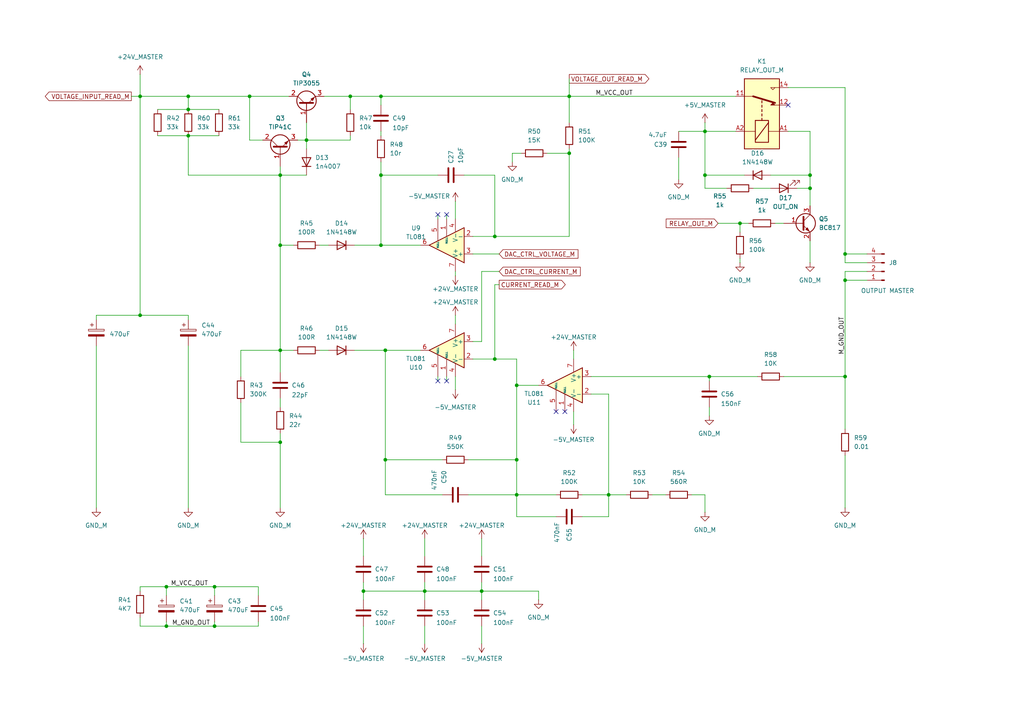
<source format=kicad_sch>
(kicad_sch
	(version 20231120)
	(generator "eeschema")
	(generator_version "8.0")
	(uuid "9d26cf40-e159-431b-b8c4-5945f2f629db")
	(paper "A4")
	(title_block
		(title "FONTE CC/CV MICROCONTROLADA")
		(rev "02")
		(company "MV TECH")
	)
	(lib_symbols
		(symbol "Amplifier_Operational:TL081"
			(pin_names
				(offset 0.127)
			)
			(exclude_from_sim no)
			(in_bom yes)
			(on_board yes)
			(property "Reference" "U"
				(at 0 6.35 0)
				(effects
					(font
						(size 1.27 1.27)
					)
					(justify left)
				)
			)
			(property "Value" "TL081"
				(at 0 3.81 0)
				(effects
					(font
						(size 1.27 1.27)
					)
					(justify left)
				)
			)
			(property "Footprint" ""
				(at 1.27 1.27 0)
				(effects
					(font
						(size 1.27 1.27)
					)
					(hide yes)
				)
			)
			(property "Datasheet" "http://www.ti.com/lit/ds/symlink/tl081.pdf"
				(at 3.81 3.81 0)
				(effects
					(font
						(size 1.27 1.27)
					)
					(hide yes)
				)
			)
			(property "Description" "Single JFET-Input Operational Amplifiers, DIP-8/SOIC-8"
				(at 0 0 0)
				(effects
					(font
						(size 1.27 1.27)
					)
					(hide yes)
				)
			)
			(property "ki_keywords" "single opamp"
				(at 0 0 0)
				(effects
					(font
						(size 1.27 1.27)
					)
					(hide yes)
				)
			)
			(property "ki_fp_filters" "SOIC*3.9x4.9mm*P1.27mm* DIP*W7.62mm* TSSOP*3x3mm*P0.65mm*"
				(at 0 0 0)
				(effects
					(font
						(size 1.27 1.27)
					)
					(hide yes)
				)
			)
			(symbol "TL081_0_1"
				(polyline
					(pts
						(xy -5.08 5.08) (xy 5.08 0) (xy -5.08 -5.08) (xy -5.08 5.08)
					)
					(stroke
						(width 0.254)
						(type default)
					)
					(fill
						(type background)
					)
				)
			)
			(symbol "TL081_1_1"
				(pin input line
					(at 0 -7.62 90)
					(length 5.08)
					(name "NULL"
						(effects
							(font
								(size 0.508 0.508)
							)
						)
					)
					(number "1"
						(effects
							(font
								(size 1.27 1.27)
							)
						)
					)
				)
				(pin input line
					(at -7.62 -2.54 0)
					(length 2.54)
					(name "-"
						(effects
							(font
								(size 1.27 1.27)
							)
						)
					)
					(number "2"
						(effects
							(font
								(size 1.27 1.27)
							)
						)
					)
				)
				(pin input line
					(at -7.62 2.54 0)
					(length 2.54)
					(name "+"
						(effects
							(font
								(size 1.27 1.27)
							)
						)
					)
					(number "3"
						(effects
							(font
								(size 1.27 1.27)
							)
						)
					)
				)
				(pin power_in line
					(at -2.54 -7.62 90)
					(length 3.81)
					(name "V-"
						(effects
							(font
								(size 1.27 1.27)
							)
						)
					)
					(number "4"
						(effects
							(font
								(size 1.27 1.27)
							)
						)
					)
				)
				(pin input line
					(at 2.54 -7.62 90)
					(length 6.35)
					(name "NULL"
						(effects
							(font
								(size 0.508 0.508)
							)
						)
					)
					(number "5"
						(effects
							(font
								(size 1.27 1.27)
							)
						)
					)
				)
				(pin output line
					(at 7.62 0 180)
					(length 2.54)
					(name "~"
						(effects
							(font
								(size 1.27 1.27)
							)
						)
					)
					(number "6"
						(effects
							(font
								(size 1.27 1.27)
							)
						)
					)
				)
				(pin power_in line
					(at -2.54 7.62 270)
					(length 3.81)
					(name "V+"
						(effects
							(font
								(size 1.27 1.27)
							)
						)
					)
					(number "7"
						(effects
							(font
								(size 1.27 1.27)
							)
						)
					)
				)
				(pin no_connect line
					(at 0 2.54 270)
					(length 2.54) hide
					(name "NC"
						(effects
							(font
								(size 1.27 1.27)
							)
						)
					)
					(number "8"
						(effects
							(font
								(size 1.27 1.27)
							)
						)
					)
				)
			)
		)
		(symbol "Connector:Conn_01x04_Pin"
			(pin_names
				(offset 1.016) hide)
			(exclude_from_sim no)
			(in_bom yes)
			(on_board yes)
			(property "Reference" "J"
				(at 0 5.08 0)
				(effects
					(font
						(size 1.27 1.27)
					)
				)
			)
			(property "Value" "Conn_01x04_Pin"
				(at 0 -7.62 0)
				(effects
					(font
						(size 1.27 1.27)
					)
				)
			)
			(property "Footprint" ""
				(at 0 0 0)
				(effects
					(font
						(size 1.27 1.27)
					)
					(hide yes)
				)
			)
			(property "Datasheet" "~"
				(at 0 0 0)
				(effects
					(font
						(size 1.27 1.27)
					)
					(hide yes)
				)
			)
			(property "Description" "Generic connector, single row, 01x04, script generated"
				(at 0 0 0)
				(effects
					(font
						(size 1.27 1.27)
					)
					(hide yes)
				)
			)
			(property "ki_locked" ""
				(at 0 0 0)
				(effects
					(font
						(size 1.27 1.27)
					)
				)
			)
			(property "ki_keywords" "connector"
				(at 0 0 0)
				(effects
					(font
						(size 1.27 1.27)
					)
					(hide yes)
				)
			)
			(property "ki_fp_filters" "Connector*:*_1x??_*"
				(at 0 0 0)
				(effects
					(font
						(size 1.27 1.27)
					)
					(hide yes)
				)
			)
			(symbol "Conn_01x04_Pin_1_1"
				(polyline
					(pts
						(xy 1.27 -5.08) (xy 0.8636 -5.08)
					)
					(stroke
						(width 0.1524)
						(type default)
					)
					(fill
						(type none)
					)
				)
				(polyline
					(pts
						(xy 1.27 -2.54) (xy 0.8636 -2.54)
					)
					(stroke
						(width 0.1524)
						(type default)
					)
					(fill
						(type none)
					)
				)
				(polyline
					(pts
						(xy 1.27 0) (xy 0.8636 0)
					)
					(stroke
						(width 0.1524)
						(type default)
					)
					(fill
						(type none)
					)
				)
				(polyline
					(pts
						(xy 1.27 2.54) (xy 0.8636 2.54)
					)
					(stroke
						(width 0.1524)
						(type default)
					)
					(fill
						(type none)
					)
				)
				(rectangle
					(start 0.8636 -4.953)
					(end 0 -5.207)
					(stroke
						(width 0.1524)
						(type default)
					)
					(fill
						(type outline)
					)
				)
				(rectangle
					(start 0.8636 -2.413)
					(end 0 -2.667)
					(stroke
						(width 0.1524)
						(type default)
					)
					(fill
						(type outline)
					)
				)
				(rectangle
					(start 0.8636 0.127)
					(end 0 -0.127)
					(stroke
						(width 0.1524)
						(type default)
					)
					(fill
						(type outline)
					)
				)
				(rectangle
					(start 0.8636 2.667)
					(end 0 2.413)
					(stroke
						(width 0.1524)
						(type default)
					)
					(fill
						(type outline)
					)
				)
				(pin passive line
					(at 5.08 2.54 180)
					(length 3.81)
					(name "Pin_1"
						(effects
							(font
								(size 1.27 1.27)
							)
						)
					)
					(number "1"
						(effects
							(font
								(size 1.27 1.27)
							)
						)
					)
				)
				(pin passive line
					(at 5.08 0 180)
					(length 3.81)
					(name "Pin_2"
						(effects
							(font
								(size 1.27 1.27)
							)
						)
					)
					(number "2"
						(effects
							(font
								(size 1.27 1.27)
							)
						)
					)
				)
				(pin passive line
					(at 5.08 -2.54 180)
					(length 3.81)
					(name "Pin_3"
						(effects
							(font
								(size 1.27 1.27)
							)
						)
					)
					(number "3"
						(effects
							(font
								(size 1.27 1.27)
							)
						)
					)
				)
				(pin passive line
					(at 5.08 -5.08 180)
					(length 3.81)
					(name "Pin_4"
						(effects
							(font
								(size 1.27 1.27)
							)
						)
					)
					(number "4"
						(effects
							(font
								(size 1.27 1.27)
							)
						)
					)
				)
			)
		)
		(symbol "Device:C"
			(pin_numbers hide)
			(pin_names
				(offset 0.254)
			)
			(exclude_from_sim no)
			(in_bom yes)
			(on_board yes)
			(property "Reference" "C"
				(at 0.635 2.54 0)
				(effects
					(font
						(size 1.27 1.27)
					)
					(justify left)
				)
			)
			(property "Value" "C"
				(at 0.635 -2.54 0)
				(effects
					(font
						(size 1.27 1.27)
					)
					(justify left)
				)
			)
			(property "Footprint" ""
				(at 0.9652 -3.81 0)
				(effects
					(font
						(size 1.27 1.27)
					)
					(hide yes)
				)
			)
			(property "Datasheet" "~"
				(at 0 0 0)
				(effects
					(font
						(size 1.27 1.27)
					)
					(hide yes)
				)
			)
			(property "Description" "Unpolarized capacitor"
				(at 0 0 0)
				(effects
					(font
						(size 1.27 1.27)
					)
					(hide yes)
				)
			)
			(property "ki_keywords" "cap capacitor"
				(at 0 0 0)
				(effects
					(font
						(size 1.27 1.27)
					)
					(hide yes)
				)
			)
			(property "ki_fp_filters" "C_*"
				(at 0 0 0)
				(effects
					(font
						(size 1.27 1.27)
					)
					(hide yes)
				)
			)
			(symbol "C_0_1"
				(polyline
					(pts
						(xy -2.032 -0.762) (xy 2.032 -0.762)
					)
					(stroke
						(width 0.508)
						(type default)
					)
					(fill
						(type none)
					)
				)
				(polyline
					(pts
						(xy -2.032 0.762) (xy 2.032 0.762)
					)
					(stroke
						(width 0.508)
						(type default)
					)
					(fill
						(type none)
					)
				)
			)
			(symbol "C_1_1"
				(pin passive line
					(at 0 3.81 270)
					(length 2.794)
					(name "~"
						(effects
							(font
								(size 1.27 1.27)
							)
						)
					)
					(number "1"
						(effects
							(font
								(size 1.27 1.27)
							)
						)
					)
				)
				(pin passive line
					(at 0 -3.81 90)
					(length 2.794)
					(name "~"
						(effects
							(font
								(size 1.27 1.27)
							)
						)
					)
					(number "2"
						(effects
							(font
								(size 1.27 1.27)
							)
						)
					)
				)
			)
		)
		(symbol "Device:C_Polarized"
			(pin_numbers hide)
			(pin_names
				(offset 0.254)
			)
			(exclude_from_sim no)
			(in_bom yes)
			(on_board yes)
			(property "Reference" "C"
				(at 0.635 2.54 0)
				(effects
					(font
						(size 1.27 1.27)
					)
					(justify left)
				)
			)
			(property "Value" "C_Polarized"
				(at 0.635 -2.54 0)
				(effects
					(font
						(size 1.27 1.27)
					)
					(justify left)
				)
			)
			(property "Footprint" ""
				(at 0.9652 -3.81 0)
				(effects
					(font
						(size 1.27 1.27)
					)
					(hide yes)
				)
			)
			(property "Datasheet" "~"
				(at 0 0 0)
				(effects
					(font
						(size 1.27 1.27)
					)
					(hide yes)
				)
			)
			(property "Description" "Polarized capacitor"
				(at 0 0 0)
				(effects
					(font
						(size 1.27 1.27)
					)
					(hide yes)
				)
			)
			(property "ki_keywords" "cap capacitor"
				(at 0 0 0)
				(effects
					(font
						(size 1.27 1.27)
					)
					(hide yes)
				)
			)
			(property "ki_fp_filters" "CP_*"
				(at 0 0 0)
				(effects
					(font
						(size 1.27 1.27)
					)
					(hide yes)
				)
			)
			(symbol "C_Polarized_0_1"
				(rectangle
					(start -2.286 0.508)
					(end 2.286 1.016)
					(stroke
						(width 0)
						(type default)
					)
					(fill
						(type none)
					)
				)
				(polyline
					(pts
						(xy -1.778 2.286) (xy -0.762 2.286)
					)
					(stroke
						(width 0)
						(type default)
					)
					(fill
						(type none)
					)
				)
				(polyline
					(pts
						(xy -1.27 2.794) (xy -1.27 1.778)
					)
					(stroke
						(width 0)
						(type default)
					)
					(fill
						(type none)
					)
				)
				(rectangle
					(start 2.286 -0.508)
					(end -2.286 -1.016)
					(stroke
						(width 0)
						(type default)
					)
					(fill
						(type outline)
					)
				)
			)
			(symbol "C_Polarized_1_1"
				(pin passive line
					(at 0 3.81 270)
					(length 2.794)
					(name "~"
						(effects
							(font
								(size 1.27 1.27)
							)
						)
					)
					(number "1"
						(effects
							(font
								(size 1.27 1.27)
							)
						)
					)
				)
				(pin passive line
					(at 0 -3.81 90)
					(length 2.794)
					(name "~"
						(effects
							(font
								(size 1.27 1.27)
							)
						)
					)
					(number "2"
						(effects
							(font
								(size 1.27 1.27)
							)
						)
					)
				)
			)
		)
		(symbol "Device:LED"
			(pin_numbers hide)
			(pin_names
				(offset 1.016) hide)
			(exclude_from_sim no)
			(in_bom yes)
			(on_board yes)
			(property "Reference" "D"
				(at 0 2.54 0)
				(effects
					(font
						(size 1.27 1.27)
					)
				)
			)
			(property "Value" "LED"
				(at 0 -2.54 0)
				(effects
					(font
						(size 1.27 1.27)
					)
				)
			)
			(property "Footprint" ""
				(at 0 0 0)
				(effects
					(font
						(size 1.27 1.27)
					)
					(hide yes)
				)
			)
			(property "Datasheet" "~"
				(at 0 0 0)
				(effects
					(font
						(size 1.27 1.27)
					)
					(hide yes)
				)
			)
			(property "Description" "Light emitting diode"
				(at 0 0 0)
				(effects
					(font
						(size 1.27 1.27)
					)
					(hide yes)
				)
			)
			(property "ki_keywords" "LED diode"
				(at 0 0 0)
				(effects
					(font
						(size 1.27 1.27)
					)
					(hide yes)
				)
			)
			(property "ki_fp_filters" "LED* LED_SMD:* LED_THT:*"
				(at 0 0 0)
				(effects
					(font
						(size 1.27 1.27)
					)
					(hide yes)
				)
			)
			(symbol "LED_0_1"
				(polyline
					(pts
						(xy -1.27 -1.27) (xy -1.27 1.27)
					)
					(stroke
						(width 0.254)
						(type default)
					)
					(fill
						(type none)
					)
				)
				(polyline
					(pts
						(xy -1.27 0) (xy 1.27 0)
					)
					(stroke
						(width 0)
						(type default)
					)
					(fill
						(type none)
					)
				)
				(polyline
					(pts
						(xy 1.27 -1.27) (xy 1.27 1.27) (xy -1.27 0) (xy 1.27 -1.27)
					)
					(stroke
						(width 0.254)
						(type default)
					)
					(fill
						(type none)
					)
				)
				(polyline
					(pts
						(xy -3.048 -0.762) (xy -4.572 -2.286) (xy -3.81 -2.286) (xy -4.572 -2.286) (xy -4.572 -1.524)
					)
					(stroke
						(width 0)
						(type default)
					)
					(fill
						(type none)
					)
				)
				(polyline
					(pts
						(xy -1.778 -0.762) (xy -3.302 -2.286) (xy -2.54 -2.286) (xy -3.302 -2.286) (xy -3.302 -1.524)
					)
					(stroke
						(width 0)
						(type default)
					)
					(fill
						(type none)
					)
				)
			)
			(symbol "LED_1_1"
				(pin passive line
					(at -3.81 0 0)
					(length 2.54)
					(name "K"
						(effects
							(font
								(size 1.27 1.27)
							)
						)
					)
					(number "1"
						(effects
							(font
								(size 1.27 1.27)
							)
						)
					)
				)
				(pin passive line
					(at 3.81 0 180)
					(length 2.54)
					(name "A"
						(effects
							(font
								(size 1.27 1.27)
							)
						)
					)
					(number "2"
						(effects
							(font
								(size 1.27 1.27)
							)
						)
					)
				)
			)
		)
		(symbol "Device:R"
			(pin_numbers hide)
			(pin_names
				(offset 0)
			)
			(exclude_from_sim no)
			(in_bom yes)
			(on_board yes)
			(property "Reference" "R"
				(at 2.032 0 90)
				(effects
					(font
						(size 1.27 1.27)
					)
				)
			)
			(property "Value" "R"
				(at 0 0 90)
				(effects
					(font
						(size 1.27 1.27)
					)
				)
			)
			(property "Footprint" ""
				(at -1.778 0 90)
				(effects
					(font
						(size 1.27 1.27)
					)
					(hide yes)
				)
			)
			(property "Datasheet" "~"
				(at 0 0 0)
				(effects
					(font
						(size 1.27 1.27)
					)
					(hide yes)
				)
			)
			(property "Description" "Resistor"
				(at 0 0 0)
				(effects
					(font
						(size 1.27 1.27)
					)
					(hide yes)
				)
			)
			(property "ki_keywords" "R res resistor"
				(at 0 0 0)
				(effects
					(font
						(size 1.27 1.27)
					)
					(hide yes)
				)
			)
			(property "ki_fp_filters" "R_*"
				(at 0 0 0)
				(effects
					(font
						(size 1.27 1.27)
					)
					(hide yes)
				)
			)
			(symbol "R_0_1"
				(rectangle
					(start -1.016 -2.54)
					(end 1.016 2.54)
					(stroke
						(width 0.254)
						(type default)
					)
					(fill
						(type none)
					)
				)
			)
			(symbol "R_1_1"
				(pin passive line
					(at 0 3.81 270)
					(length 1.27)
					(name "~"
						(effects
							(font
								(size 1.27 1.27)
							)
						)
					)
					(number "1"
						(effects
							(font
								(size 1.27 1.27)
							)
						)
					)
				)
				(pin passive line
					(at 0 -3.81 90)
					(length 1.27)
					(name "~"
						(effects
							(font
								(size 1.27 1.27)
							)
						)
					)
					(number "2"
						(effects
							(font
								(size 1.27 1.27)
							)
						)
					)
				)
			)
		)
		(symbol "Diode:1N4148W"
			(pin_numbers hide)
			(pin_names hide)
			(exclude_from_sim no)
			(in_bom yes)
			(on_board yes)
			(property "Reference" "D"
				(at 0 2.54 0)
				(effects
					(font
						(size 1.27 1.27)
					)
				)
			)
			(property "Value" "1N4148W"
				(at 0 -2.54 0)
				(effects
					(font
						(size 1.27 1.27)
					)
				)
			)
			(property "Footprint" "Diode_SMD:D_SOD-123"
				(at 0 -4.445 0)
				(effects
					(font
						(size 1.27 1.27)
					)
					(hide yes)
				)
			)
			(property "Datasheet" "https://www.vishay.com/docs/85748/1n4148w.pdf"
				(at 0 0 0)
				(effects
					(font
						(size 1.27 1.27)
					)
					(hide yes)
				)
			)
			(property "Description" "75V 0.15A Fast Switching Diode, SOD-123"
				(at 0 0 0)
				(effects
					(font
						(size 1.27 1.27)
					)
					(hide yes)
				)
			)
			(property "Sim.Device" "D"
				(at 0 0 0)
				(effects
					(font
						(size 1.27 1.27)
					)
					(hide yes)
				)
			)
			(property "Sim.Pins" "1=K 2=A"
				(at 0 0 0)
				(effects
					(font
						(size 1.27 1.27)
					)
					(hide yes)
				)
			)
			(property "ki_keywords" "diode"
				(at 0 0 0)
				(effects
					(font
						(size 1.27 1.27)
					)
					(hide yes)
				)
			)
			(property "ki_fp_filters" "D*SOD?123*"
				(at 0 0 0)
				(effects
					(font
						(size 1.27 1.27)
					)
					(hide yes)
				)
			)
			(symbol "1N4148W_0_1"
				(polyline
					(pts
						(xy -1.27 1.27) (xy -1.27 -1.27)
					)
					(stroke
						(width 0.254)
						(type default)
					)
					(fill
						(type none)
					)
				)
				(polyline
					(pts
						(xy 1.27 0) (xy -1.27 0)
					)
					(stroke
						(width 0)
						(type default)
					)
					(fill
						(type none)
					)
				)
				(polyline
					(pts
						(xy 1.27 1.27) (xy 1.27 -1.27) (xy -1.27 0) (xy 1.27 1.27)
					)
					(stroke
						(width 0.254)
						(type default)
					)
					(fill
						(type none)
					)
				)
			)
			(symbol "1N4148W_1_1"
				(pin passive line
					(at -3.81 0 0)
					(length 2.54)
					(name "K"
						(effects
							(font
								(size 1.27 1.27)
							)
						)
					)
					(number "1"
						(effects
							(font
								(size 1.27 1.27)
							)
						)
					)
				)
				(pin passive line
					(at 3.81 0 180)
					(length 2.54)
					(name "A"
						(effects
							(font
								(size 1.27 1.27)
							)
						)
					)
					(number "2"
						(effects
							(font
								(size 1.27 1.27)
							)
						)
					)
				)
			)
		)
		(symbol "Diode:US2AA"
			(pin_numbers hide)
			(pin_names hide)
			(exclude_from_sim no)
			(in_bom yes)
			(on_board yes)
			(property "Reference" "D"
				(at 0 2.54 0)
				(effects
					(font
						(size 1.27 1.27)
					)
				)
			)
			(property "Value" "US2AA"
				(at 0 -2.54 0)
				(effects
					(font
						(size 1.27 1.27)
					)
				)
			)
			(property "Footprint" "Diode_SMD:D_SMA"
				(at 0 -4.445 0)
				(effects
					(font
						(size 1.27 1.27)
					)
					(hide yes)
				)
			)
			(property "Datasheet" "https://www.onsemi.com/pub/Collateral/US2AA-D.PDF"
				(at 0 0 0)
				(effects
					(font
						(size 1.27 1.27)
					)
					(hide yes)
				)
			)
			(property "Description" "50V, 1.5A, General Purpose Rectifier Diode, SMA(DO-214AC)"
				(at 0 0 0)
				(effects
					(font
						(size 1.27 1.27)
					)
					(hide yes)
				)
			)
			(property "Sim.Device" "D"
				(at 0 0 0)
				(effects
					(font
						(size 1.27 1.27)
					)
					(hide yes)
				)
			)
			(property "Sim.Pins" "1=K 2=A"
				(at 0 0 0)
				(effects
					(font
						(size 1.27 1.27)
					)
					(hide yes)
				)
			)
			(property "ki_keywords" "Super Fast"
				(at 0 0 0)
				(effects
					(font
						(size 1.27 1.27)
					)
					(hide yes)
				)
			)
			(property "ki_fp_filters" "D*SMA*"
				(at 0 0 0)
				(effects
					(font
						(size 1.27 1.27)
					)
					(hide yes)
				)
			)
			(symbol "US2AA_0_1"
				(polyline
					(pts
						(xy -1.27 1.27) (xy -1.27 -1.27)
					)
					(stroke
						(width 0.254)
						(type default)
					)
					(fill
						(type none)
					)
				)
				(polyline
					(pts
						(xy 1.27 0) (xy -1.27 0)
					)
					(stroke
						(width 0)
						(type default)
					)
					(fill
						(type none)
					)
				)
				(polyline
					(pts
						(xy 1.27 1.27) (xy 1.27 -1.27) (xy -1.27 0) (xy 1.27 1.27)
					)
					(stroke
						(width 0.254)
						(type default)
					)
					(fill
						(type none)
					)
				)
			)
			(symbol "US2AA_1_1"
				(pin passive line
					(at -3.81 0 0)
					(length 2.54)
					(name "K"
						(effects
							(font
								(size 1.27 1.27)
							)
						)
					)
					(number "1"
						(effects
							(font
								(size 1.27 1.27)
							)
						)
					)
				)
				(pin passive line
					(at 3.81 0 180)
					(length 2.54)
					(name "A"
						(effects
							(font
								(size 1.27 1.27)
							)
						)
					)
					(number "2"
						(effects
							(font
								(size 1.27 1.27)
							)
						)
					)
				)
			)
		)
		(symbol "Relay:Relay_SPDT"
			(exclude_from_sim no)
			(in_bom yes)
			(on_board yes)
			(property "Reference" "K"
				(at 11.43 3.81 0)
				(effects
					(font
						(size 1.27 1.27)
					)
					(justify left)
				)
			)
			(property "Value" "Relay_SPDT"
				(at 11.43 1.27 0)
				(effects
					(font
						(size 1.27 1.27)
					)
					(justify left)
				)
			)
			(property "Footprint" ""
				(at 11.43 -1.27 0)
				(effects
					(font
						(size 1.27 1.27)
					)
					(justify left)
					(hide yes)
				)
			)
			(property "Datasheet" "~"
				(at 0 0 0)
				(effects
					(font
						(size 1.27 1.27)
					)
					(hide yes)
				)
			)
			(property "Description" "Monostable Relay SPDT, EN50005"
				(at 0 0 0)
				(effects
					(font
						(size 1.27 1.27)
					)
					(hide yes)
				)
			)
			(property "ki_keywords" "Single Pole Relay SPDT"
				(at 0 0 0)
				(effects
					(font
						(size 1.27 1.27)
					)
					(hide yes)
				)
			)
			(property "ki_fp_filters" "Relay?SPDT*"
				(at 0 0 0)
				(effects
					(font
						(size 1.27 1.27)
					)
					(hide yes)
				)
			)
			(symbol "Relay_SPDT_0_0"
				(polyline
					(pts
						(xy 7.62 5.08) (xy 7.62 2.54) (xy 6.985 3.175) (xy 7.62 3.81)
					)
					(stroke
						(width 0)
						(type default)
					)
					(fill
						(type none)
					)
				)
			)
			(symbol "Relay_SPDT_0_1"
				(rectangle
					(start -10.16 5.08)
					(end 10.16 -5.08)
					(stroke
						(width 0.254)
						(type default)
					)
					(fill
						(type background)
					)
				)
				(rectangle
					(start -8.255 1.905)
					(end -1.905 -1.905)
					(stroke
						(width 0.254)
						(type default)
					)
					(fill
						(type none)
					)
				)
				(polyline
					(pts
						(xy -7.62 -1.905) (xy -2.54 1.905)
					)
					(stroke
						(width 0.254)
						(type default)
					)
					(fill
						(type none)
					)
				)
				(polyline
					(pts
						(xy -5.08 -5.08) (xy -5.08 -1.905)
					)
					(stroke
						(width 0)
						(type default)
					)
					(fill
						(type none)
					)
				)
				(polyline
					(pts
						(xy -5.08 5.08) (xy -5.08 1.905)
					)
					(stroke
						(width 0)
						(type default)
					)
					(fill
						(type none)
					)
				)
				(polyline
					(pts
						(xy -1.905 0) (xy -1.27 0)
					)
					(stroke
						(width 0.254)
						(type default)
					)
					(fill
						(type none)
					)
				)
				(polyline
					(pts
						(xy -0.635 0) (xy 0 0)
					)
					(stroke
						(width 0.254)
						(type default)
					)
					(fill
						(type none)
					)
				)
				(polyline
					(pts
						(xy 0.635 0) (xy 1.27 0)
					)
					(stroke
						(width 0.254)
						(type default)
					)
					(fill
						(type none)
					)
				)
				(polyline
					(pts
						(xy 1.905 0) (xy 2.54 0)
					)
					(stroke
						(width 0.254)
						(type default)
					)
					(fill
						(type none)
					)
				)
				(polyline
					(pts
						(xy 3.175 0) (xy 3.81 0)
					)
					(stroke
						(width 0.254)
						(type default)
					)
					(fill
						(type none)
					)
				)
				(polyline
					(pts
						(xy 5.08 -2.54) (xy 3.175 3.81)
					)
					(stroke
						(width 0.508)
						(type default)
					)
					(fill
						(type none)
					)
				)
				(polyline
					(pts
						(xy 5.08 -2.54) (xy 5.08 -5.08)
					)
					(stroke
						(width 0)
						(type default)
					)
					(fill
						(type none)
					)
				)
				(polyline
					(pts
						(xy 2.54 5.08) (xy 2.54 2.54) (xy 3.175 3.175) (xy 2.54 3.81)
					)
					(stroke
						(width 0)
						(type default)
					)
					(fill
						(type outline)
					)
				)
			)
			(symbol "Relay_SPDT_1_1"
				(pin passive line
					(at 5.08 -7.62 90)
					(length 2.54)
					(name "~"
						(effects
							(font
								(size 1.27 1.27)
							)
						)
					)
					(number "11"
						(effects
							(font
								(size 1.27 1.27)
							)
						)
					)
				)
				(pin passive line
					(at 2.54 7.62 270)
					(length 2.54)
					(name "~"
						(effects
							(font
								(size 1.27 1.27)
							)
						)
					)
					(number "12"
						(effects
							(font
								(size 1.27 1.27)
							)
						)
					)
				)
				(pin passive line
					(at 7.62 7.62 270)
					(length 2.54)
					(name "~"
						(effects
							(font
								(size 1.27 1.27)
							)
						)
					)
					(number "14"
						(effects
							(font
								(size 1.27 1.27)
							)
						)
					)
				)
				(pin passive line
					(at -5.08 7.62 270)
					(length 2.54)
					(name "~"
						(effects
							(font
								(size 1.27 1.27)
							)
						)
					)
					(number "A1"
						(effects
							(font
								(size 1.27 1.27)
							)
						)
					)
				)
				(pin passive line
					(at -5.08 -7.62 90)
					(length 2.54)
					(name "~"
						(effects
							(font
								(size 1.27 1.27)
							)
						)
					)
					(number "A2"
						(effects
							(font
								(size 1.27 1.27)
							)
						)
					)
				)
			)
		)
		(symbol "Transistor_BJT:BC817"
			(pin_names
				(offset 0) hide)
			(exclude_from_sim no)
			(in_bom yes)
			(on_board yes)
			(property "Reference" "Q"
				(at 5.08 1.905 0)
				(effects
					(font
						(size 1.27 1.27)
					)
					(justify left)
				)
			)
			(property "Value" "BC817"
				(at 5.08 0 0)
				(effects
					(font
						(size 1.27 1.27)
					)
					(justify left)
				)
			)
			(property "Footprint" "Package_TO_SOT_SMD:SOT-23"
				(at 5.08 -1.905 0)
				(effects
					(font
						(size 1.27 1.27)
						(italic yes)
					)
					(justify left)
					(hide yes)
				)
			)
			(property "Datasheet" "https://www.onsemi.com/pub/Collateral/BC818-D.pdf"
				(at 0 0 0)
				(effects
					(font
						(size 1.27 1.27)
					)
					(justify left)
					(hide yes)
				)
			)
			(property "Description" "0.8A Ic, 45V Vce, NPN Transistor, SOT-23"
				(at 0 0 0)
				(effects
					(font
						(size 1.27 1.27)
					)
					(hide yes)
				)
			)
			(property "ki_keywords" "NPN Transistor"
				(at 0 0 0)
				(effects
					(font
						(size 1.27 1.27)
					)
					(hide yes)
				)
			)
			(property "ki_fp_filters" "SOT?23*"
				(at 0 0 0)
				(effects
					(font
						(size 1.27 1.27)
					)
					(hide yes)
				)
			)
			(symbol "BC817_0_1"
				(polyline
					(pts
						(xy 0.635 0.635) (xy 2.54 2.54)
					)
					(stroke
						(width 0)
						(type default)
					)
					(fill
						(type none)
					)
				)
				(polyline
					(pts
						(xy 0.635 -0.635) (xy 2.54 -2.54) (xy 2.54 -2.54)
					)
					(stroke
						(width 0)
						(type default)
					)
					(fill
						(type none)
					)
				)
				(polyline
					(pts
						(xy 0.635 1.905) (xy 0.635 -1.905) (xy 0.635 -1.905)
					)
					(stroke
						(width 0.508)
						(type default)
					)
					(fill
						(type none)
					)
				)
				(polyline
					(pts
						(xy 1.27 -1.778) (xy 1.778 -1.27) (xy 2.286 -2.286) (xy 1.27 -1.778) (xy 1.27 -1.778)
					)
					(stroke
						(width 0)
						(type default)
					)
					(fill
						(type outline)
					)
				)
				(circle
					(center 1.27 0)
					(radius 2.8194)
					(stroke
						(width 0.254)
						(type default)
					)
					(fill
						(type none)
					)
				)
			)
			(symbol "BC817_1_1"
				(pin input line
					(at -5.08 0 0)
					(length 5.715)
					(name "B"
						(effects
							(font
								(size 1.27 1.27)
							)
						)
					)
					(number "1"
						(effects
							(font
								(size 1.27 1.27)
							)
						)
					)
				)
				(pin passive line
					(at 2.54 -5.08 90)
					(length 2.54)
					(name "E"
						(effects
							(font
								(size 1.27 1.27)
							)
						)
					)
					(number "2"
						(effects
							(font
								(size 1.27 1.27)
							)
						)
					)
				)
				(pin passive line
					(at 2.54 5.08 270)
					(length 2.54)
					(name "C"
						(effects
							(font
								(size 1.27 1.27)
							)
						)
					)
					(number "3"
						(effects
							(font
								(size 1.27 1.27)
							)
						)
					)
				)
			)
		)
		(symbol "Transistor_BJT:TIP3055"
			(pin_names
				(offset 0) hide)
			(exclude_from_sim no)
			(in_bom yes)
			(on_board yes)
			(property "Reference" "Q"
				(at 5.08 1.905 0)
				(effects
					(font
						(size 1.27 1.27)
					)
					(justify left)
				)
			)
			(property "Value" "TIP3055"
				(at 5.08 0 0)
				(effects
					(font
						(size 1.27 1.27)
					)
					(justify left)
				)
			)
			(property "Footprint" "Package_TO_SOT_THT:TO-218-3_Vertical"
				(at 5.08 -1.905 0)
				(effects
					(font
						(size 1.27 1.27)
						(italic yes)
					)
					(justify left)
					(hide yes)
				)
			)
			(property "Datasheet" "http://www.onsemi.com/pub_link/Collateral/TIP3055-D.PDF"
				(at 0 0 0)
				(effects
					(font
						(size 1.27 1.27)
					)
					(justify left)
					(hide yes)
				)
			)
			(property "Description" "15A Ic, 60V Vce, Power NPN Transistor, TO-218"
				(at 0 0 0)
				(effects
					(font
						(size 1.27 1.27)
					)
					(hide yes)
				)
			)
			(property "ki_keywords" "power NPN Transistor"
				(at 0 0 0)
				(effects
					(font
						(size 1.27 1.27)
					)
					(hide yes)
				)
			)
			(property "ki_fp_filters" "TO?218*"
				(at 0 0 0)
				(effects
					(font
						(size 1.27 1.27)
					)
					(hide yes)
				)
			)
			(symbol "TIP3055_0_1"
				(polyline
					(pts
						(xy 0.635 0.635) (xy 2.54 2.54)
					)
					(stroke
						(width 0)
						(type default)
					)
					(fill
						(type none)
					)
				)
				(polyline
					(pts
						(xy 0.635 -0.635) (xy 2.54 -2.54) (xy 2.54 -2.54)
					)
					(stroke
						(width 0)
						(type default)
					)
					(fill
						(type none)
					)
				)
				(polyline
					(pts
						(xy 0.635 1.905) (xy 0.635 -1.905) (xy 0.635 -1.905)
					)
					(stroke
						(width 0.508)
						(type default)
					)
					(fill
						(type none)
					)
				)
				(polyline
					(pts
						(xy 1.27 -1.778) (xy 1.778 -1.27) (xy 2.286 -2.286) (xy 1.27 -1.778) (xy 1.27 -1.778)
					)
					(stroke
						(width 0)
						(type default)
					)
					(fill
						(type outline)
					)
				)
				(circle
					(center 1.27 0)
					(radius 2.8194)
					(stroke
						(width 0.254)
						(type default)
					)
					(fill
						(type none)
					)
				)
			)
			(symbol "TIP3055_1_1"
				(pin input line
					(at -5.08 0 0)
					(length 5.715)
					(name "B"
						(effects
							(font
								(size 1.27 1.27)
							)
						)
					)
					(number "1"
						(effects
							(font
								(size 1.27 1.27)
							)
						)
					)
				)
				(pin passive line
					(at 2.54 5.08 270)
					(length 2.54)
					(name "C"
						(effects
							(font
								(size 1.27 1.27)
							)
						)
					)
					(number "2"
						(effects
							(font
								(size 1.27 1.27)
							)
						)
					)
				)
				(pin passive line
					(at 2.54 -5.08 90)
					(length 2.54)
					(name "E"
						(effects
							(font
								(size 1.27 1.27)
							)
						)
					)
					(number "3"
						(effects
							(font
								(size 1.27 1.27)
							)
						)
					)
				)
			)
		)
		(symbol "Transistor_BJT:TIP41C"
			(pin_names
				(offset 0) hide)
			(exclude_from_sim no)
			(in_bom yes)
			(on_board yes)
			(property "Reference" "Q"
				(at 6.35 1.905 0)
				(effects
					(font
						(size 1.27 1.27)
					)
					(justify left)
				)
			)
			(property "Value" "TIP41C"
				(at 6.35 0 0)
				(effects
					(font
						(size 1.27 1.27)
					)
					(justify left)
				)
			)
			(property "Footprint" "Package_TO_SOT_THT:TO-220-3_Vertical"
				(at 6.35 -1.905 0)
				(effects
					(font
						(size 1.27 1.27)
						(italic yes)
					)
					(justify left)
					(hide yes)
				)
			)
			(property "Datasheet" "https://www.centralsemi.com/get_document.php?cmp=1&mergetype=pd&mergepath=pd&pdf_id=tip41.PDF"
				(at 0 0 0)
				(effects
					(font
						(size 1.27 1.27)
					)
					(justify left)
					(hide yes)
				)
			)
			(property "Description" "6A Ic, 100V Vce, Power NPN Transistor, TO-220"
				(at 0 0 0)
				(effects
					(font
						(size 1.27 1.27)
					)
					(hide yes)
				)
			)
			(property "ki_keywords" "power NPN Transistor"
				(at 0 0 0)
				(effects
					(font
						(size 1.27 1.27)
					)
					(hide yes)
				)
			)
			(property "ki_fp_filters" "TO?220*"
				(at 0 0 0)
				(effects
					(font
						(size 1.27 1.27)
					)
					(hide yes)
				)
			)
			(symbol "TIP41C_0_1"
				(polyline
					(pts
						(xy 0.635 0.635) (xy 2.54 2.54)
					)
					(stroke
						(width 0)
						(type default)
					)
					(fill
						(type none)
					)
				)
				(polyline
					(pts
						(xy 0.635 -0.635) (xy 2.54 -2.54) (xy 2.54 -2.54)
					)
					(stroke
						(width 0)
						(type default)
					)
					(fill
						(type none)
					)
				)
				(polyline
					(pts
						(xy 0.635 1.905) (xy 0.635 -1.905) (xy 0.635 -1.905)
					)
					(stroke
						(width 0.508)
						(type default)
					)
					(fill
						(type none)
					)
				)
				(polyline
					(pts
						(xy 1.27 -1.778) (xy 1.778 -1.27) (xy 2.286 -2.286) (xy 1.27 -1.778) (xy 1.27 -1.778)
					)
					(stroke
						(width 0)
						(type default)
					)
					(fill
						(type outline)
					)
				)
				(circle
					(center 1.27 0)
					(radius 2.8194)
					(stroke
						(width 0.254)
						(type default)
					)
					(fill
						(type none)
					)
				)
			)
			(symbol "TIP41C_1_1"
				(pin input line
					(at -5.08 0 0)
					(length 5.715)
					(name "B"
						(effects
							(font
								(size 1.27 1.27)
							)
						)
					)
					(number "1"
						(effects
							(font
								(size 1.27 1.27)
							)
						)
					)
				)
				(pin passive line
					(at 2.54 5.08 270)
					(length 2.54)
					(name "C"
						(effects
							(font
								(size 1.27 1.27)
							)
						)
					)
					(number "2"
						(effects
							(font
								(size 1.27 1.27)
							)
						)
					)
				)
				(pin passive line
					(at 2.54 -5.08 90)
					(length 2.54)
					(name "E"
						(effects
							(font
								(size 1.27 1.27)
							)
						)
					)
					(number "3"
						(effects
							(font
								(size 1.27 1.27)
							)
						)
					)
				)
			)
		)
		(symbol "power:GND"
			(power)
			(pin_numbers hide)
			(pin_names
				(offset 0) hide)
			(exclude_from_sim no)
			(in_bom yes)
			(on_board yes)
			(property "Reference" "#PWR"
				(at 0 -6.35 0)
				(effects
					(font
						(size 1.27 1.27)
					)
					(hide yes)
				)
			)
			(property "Value" "GND"
				(at 0 -3.81 0)
				(effects
					(font
						(size 1.27 1.27)
					)
				)
			)
			(property "Footprint" ""
				(at 0 0 0)
				(effects
					(font
						(size 1.27 1.27)
					)
					(hide yes)
				)
			)
			(property "Datasheet" ""
				(at 0 0 0)
				(effects
					(font
						(size 1.27 1.27)
					)
					(hide yes)
				)
			)
			(property "Description" "Power symbol creates a global label with name \"GND\" , ground"
				(at 0 0 0)
				(effects
					(font
						(size 1.27 1.27)
					)
					(hide yes)
				)
			)
			(property "ki_keywords" "global power"
				(at 0 0 0)
				(effects
					(font
						(size 1.27 1.27)
					)
					(hide yes)
				)
			)
			(symbol "GND_0_1"
				(polyline
					(pts
						(xy 0 0) (xy 0 -1.27) (xy 1.27 -1.27) (xy 0 -2.54) (xy -1.27 -1.27) (xy 0 -1.27)
					)
					(stroke
						(width 0)
						(type default)
					)
					(fill
						(type none)
					)
				)
			)
			(symbol "GND_1_1"
				(pin power_in line
					(at 0 0 270)
					(length 0)
					(name "~"
						(effects
							(font
								(size 1.27 1.27)
							)
						)
					)
					(number "1"
						(effects
							(font
								(size 1.27 1.27)
							)
						)
					)
				)
			)
		)
		(symbol "power:VCC"
			(power)
			(pin_numbers hide)
			(pin_names
				(offset 0) hide)
			(exclude_from_sim no)
			(in_bom yes)
			(on_board yes)
			(property "Reference" "#PWR"
				(at 0 -3.81 0)
				(effects
					(font
						(size 1.27 1.27)
					)
					(hide yes)
				)
			)
			(property "Value" "VCC"
				(at 0 3.556 0)
				(effects
					(font
						(size 1.27 1.27)
					)
				)
			)
			(property "Footprint" ""
				(at 0 0 0)
				(effects
					(font
						(size 1.27 1.27)
					)
					(hide yes)
				)
			)
			(property "Datasheet" ""
				(at 0 0 0)
				(effects
					(font
						(size 1.27 1.27)
					)
					(hide yes)
				)
			)
			(property "Description" "Power symbol creates a global label with name \"VCC\""
				(at 0 0 0)
				(effects
					(font
						(size 1.27 1.27)
					)
					(hide yes)
				)
			)
			(property "ki_keywords" "global power"
				(at 0 0 0)
				(effects
					(font
						(size 1.27 1.27)
					)
					(hide yes)
				)
			)
			(symbol "VCC_0_1"
				(polyline
					(pts
						(xy -0.762 1.27) (xy 0 2.54)
					)
					(stroke
						(width 0)
						(type default)
					)
					(fill
						(type none)
					)
				)
				(polyline
					(pts
						(xy 0 0) (xy 0 2.54)
					)
					(stroke
						(width 0)
						(type default)
					)
					(fill
						(type none)
					)
				)
				(polyline
					(pts
						(xy 0 2.54) (xy 0.762 1.27)
					)
					(stroke
						(width 0)
						(type default)
					)
					(fill
						(type none)
					)
				)
			)
			(symbol "VCC_1_1"
				(pin power_in line
					(at 0 0 90)
					(length 0)
					(name "~"
						(effects
							(font
								(size 1.27 1.27)
							)
						)
					)
					(number "1"
						(effects
							(font
								(size 1.27 1.27)
							)
						)
					)
				)
			)
		)
	)
	(junction
		(at 110.49 71.12)
		(diameter 0)
		(color 0 0 0 0)
		(uuid "06d13676-ff93-4193-960b-6c1ec5e91bc5")
	)
	(junction
		(at 139.7 171.45)
		(diameter 0)
		(color 0 0 0 0)
		(uuid "0c6cddb4-a549-4f79-9448-00d0ebabd045")
	)
	(junction
		(at 81.28 71.12)
		(diameter 0)
		(color 0 0 0 0)
		(uuid "0e5cc359-f985-43d8-b1a6-ed27904403a2")
	)
	(junction
		(at 234.95 50.8)
		(diameter 0)
		(color 0 0 0 0)
		(uuid "14146678-9f73-4a1f-8754-f986b3e5a742")
	)
	(junction
		(at 111.76 101.6)
		(diameter 0)
		(color 0 0 0 0)
		(uuid "16493cdd-f866-41d5-8f22-2c5236bc6bfc")
	)
	(junction
		(at 40.64 27.94)
		(diameter 0)
		(color 0 0 0 0)
		(uuid "237e1516-edd2-4137-9ca0-047631576e69")
	)
	(junction
		(at 149.86 111.76)
		(diameter 0)
		(color 0 0 0 0)
		(uuid "2b62bef1-b3c7-4284-9fee-1bc019ccffb9")
	)
	(junction
		(at 54.61 39.37)
		(diameter 0)
		(color 0 0 0 0)
		(uuid "2ba4f9b2-2082-4496-a400-8dd650ee9cac")
	)
	(junction
		(at 81.28 50.8)
		(diameter 0)
		(color 0 0 0 0)
		(uuid "3a19f2ac-5646-4d0f-9ad1-31e8d23cde76")
	)
	(junction
		(at 101.6 27.94)
		(diameter 0)
		(color 0 0 0 0)
		(uuid "3efe7808-7046-4827-9533-1bc62a6d2e7d")
	)
	(junction
		(at 54.61 27.94)
		(diameter 0)
		(color 0 0 0 0)
		(uuid "4177b78d-9c42-4bc6-970b-9ae1050017fb")
	)
	(junction
		(at 176.53 143.51)
		(diameter 0)
		(color 0 0 0 0)
		(uuid "56d07e13-5298-4aba-aee9-835d386b1d37")
	)
	(junction
		(at 105.41 171.45)
		(diameter 0)
		(color 0 0 0 0)
		(uuid "57c3c812-b95e-459a-893a-e0ab0f2f9539")
	)
	(junction
		(at 149.86 133.35)
		(diameter 0)
		(color 0 0 0 0)
		(uuid "5f440f54-c3b8-4da3-8ae3-a664701f6526")
	)
	(junction
		(at 40.64 91.44)
		(diameter 0)
		(color 0 0 0 0)
		(uuid "650ee79b-4493-4cf8-9571-503beb928f2f")
	)
	(junction
		(at 48.26 181.61)
		(diameter 0)
		(color 0 0 0 0)
		(uuid "6825a196-9f51-487e-9227-c9a99b71e512")
	)
	(junction
		(at 81.28 128.27)
		(diameter 0)
		(color 0 0 0 0)
		(uuid "6b882b8b-8434-4865-ab7f-ad212af328c0")
	)
	(junction
		(at 245.11 81.28)
		(diameter 0)
		(color 0 0 0 0)
		(uuid "6d7f8350-3cd6-449c-9dcc-3a16cc67911c")
	)
	(junction
		(at 123.19 171.45)
		(diameter 0)
		(color 0 0 0 0)
		(uuid "6e09eb73-f194-4c60-b4af-ab21ec5da2a5")
	)
	(junction
		(at 205.74 109.22)
		(diameter 0)
		(color 0 0 0 0)
		(uuid "7007359a-59a1-4229-8a35-7be6c4c32750")
	)
	(junction
		(at 81.28 101.6)
		(diameter 0)
		(color 0 0 0 0)
		(uuid "74e77dcd-85b2-422c-8b6e-3a0d2b6d8ccb")
	)
	(junction
		(at 204.47 50.8)
		(diameter 0)
		(color 0 0 0 0)
		(uuid "79ef1b98-a171-4ea7-b5b6-977c2099eb1a")
	)
	(junction
		(at 143.51 68.58)
		(diameter 0)
		(color 0 0 0 0)
		(uuid "7c5a6c88-7dc8-422e-8e68-a53f2132f1ca")
	)
	(junction
		(at 214.63 64.77)
		(diameter 0)
		(color 0 0 0 0)
		(uuid "85428ad1-9bf3-45c8-91a9-b41ce40bd348")
	)
	(junction
		(at 48.26 170.18)
		(diameter 0)
		(color 0 0 0 0)
		(uuid "8e637628-d2c2-422d-9f82-e532e6f06831")
	)
	(junction
		(at 165.1 27.94)
		(diameter 0)
		(color 0 0 0 0)
		(uuid "905252cb-dab2-4ecf-bac8-8349447372ff")
	)
	(junction
		(at 72.39 27.94)
		(diameter 0)
		(color 0 0 0 0)
		(uuid "92f0df11-c626-47e9-9f24-68e685e5dd12")
	)
	(junction
		(at 149.86 143.51)
		(diameter 0)
		(color 0 0 0 0)
		(uuid "965eb4dd-a5e2-4c77-b953-7bff176bd956")
	)
	(junction
		(at 245.11 73.66)
		(diameter 0)
		(color 0 0 0 0)
		(uuid "b317fd4b-a69d-40a4-aaf4-5ef32eae35af")
	)
	(junction
		(at 234.95 54.61)
		(diameter 0)
		(color 0 0 0 0)
		(uuid "b89c7a16-df75-4f03-a3a6-f58bce8130c5")
	)
	(junction
		(at 165.1 44.45)
		(diameter 0)
		(color 0 0 0 0)
		(uuid "b905c72b-9ede-4e7c-9d59-e5a739356a31")
	)
	(junction
		(at 204.47 38.1)
		(diameter 0)
		(color 0 0 0 0)
		(uuid "bf1a6760-bff4-437f-a3db-ec6f5fac4dbf")
	)
	(junction
		(at 110.49 50.8)
		(diameter 0)
		(color 0 0 0 0)
		(uuid "c31e1671-90a6-4f37-931f-6f6f58e44545")
	)
	(junction
		(at 111.76 133.35)
		(diameter 0)
		(color 0 0 0 0)
		(uuid "d7518992-3fa9-44bb-a941-573104313007")
	)
	(junction
		(at 62.23 181.61)
		(diameter 0)
		(color 0 0 0 0)
		(uuid "d89996aa-76b0-44ae-91dd-81dd52906b5f")
	)
	(junction
		(at 245.11 109.22)
		(diameter 0)
		(color 0 0 0 0)
		(uuid "e78ab016-c44d-4d63-92f5-79b9bf331398")
	)
	(junction
		(at 143.51 104.14)
		(diameter 0)
		(color 0 0 0 0)
		(uuid "f00bbae0-5c2f-486a-997d-958c37f172bc")
	)
	(junction
		(at 88.9 40.64)
		(diameter 0)
		(color 0 0 0 0)
		(uuid "f43e41f4-0d9e-4068-9168-bf58c001cc35")
	)
	(junction
		(at 62.23 170.18)
		(diameter 0)
		(color 0 0 0 0)
		(uuid "f830c72a-6891-42df-b8b7-1eb7855c17fe")
	)
	(junction
		(at 54.61 31.75)
		(diameter 0)
		(color 0 0 0 0)
		(uuid "fa3b3f0b-8161-4fe7-8203-da37c441e91e")
	)
	(junction
		(at 110.49 27.94)
		(diameter 0)
		(color 0 0 0 0)
		(uuid "ffabd636-e44c-4434-84c3-c740d17c8904")
	)
	(no_connect
		(at 228.6 30.48)
		(uuid "0af5cb8e-44a6-4338-bb45-5141c4d2c503")
	)
	(no_connect
		(at 161.29 119.38)
		(uuid "5b12af2c-67a2-4f0d-a7cd-ca7c2a7e5c4b")
	)
	(no_connect
		(at 127 62.23)
		(uuid "6d54e383-3fb1-4c3f-b639-002ed0a077eb")
	)
	(no_connect
		(at 127 110.49)
		(uuid "75177462-bd97-4563-8c2f-667de31889f2")
	)
	(no_connect
		(at 129.54 62.23)
		(uuid "83c6b872-dd7f-4eeb-88fe-06358b4aa65f")
	)
	(no_connect
		(at 129.54 110.49)
		(uuid "a8951950-ab9c-4940-9fa4-159962147f95")
	)
	(no_connect
		(at 163.83 119.38)
		(uuid "c18d41e9-030c-49d1-9341-e3e6dede9d33")
	)
	(wire
		(pts
			(xy 54.61 27.94) (xy 54.61 31.75)
		)
		(stroke
			(width 0)
			(type default)
		)
		(uuid "002cafc1-8050-4a5c-95ed-46bf178e174d")
	)
	(wire
		(pts
			(xy 54.61 50.8) (xy 81.28 50.8)
		)
		(stroke
			(width 0)
			(type default)
		)
		(uuid "004c91a7-475e-44a8-aff6-78a0190550ed")
	)
	(wire
		(pts
			(xy 123.19 181.61) (xy 123.19 186.69)
		)
		(stroke
			(width 0)
			(type default)
		)
		(uuid "0165ac7f-f376-4fc8-afab-7a8a31ddc0ea")
	)
	(wire
		(pts
			(xy 81.28 48.26) (xy 81.28 50.8)
		)
		(stroke
			(width 0)
			(type default)
		)
		(uuid "04debb6d-4557-4fb6-aee4-e0d80ca5e987")
	)
	(wire
		(pts
			(xy 245.11 109.22) (xy 245.11 81.28)
		)
		(stroke
			(width 0)
			(type default)
		)
		(uuid "06fa4c00-03ba-4850-bf26-a59930c019bd")
	)
	(wire
		(pts
			(xy 85.09 101.6) (xy 81.28 101.6)
		)
		(stroke
			(width 0)
			(type default)
		)
		(uuid "076896c6-2923-47a1-88e3-aac114304804")
	)
	(wire
		(pts
			(xy 123.19 156.21) (xy 123.19 161.29)
		)
		(stroke
			(width 0)
			(type default)
		)
		(uuid "08bfc00c-1818-4eff-a3b2-7579b36e352e")
	)
	(wire
		(pts
			(xy 149.86 133.35) (xy 149.86 111.76)
		)
		(stroke
			(width 0)
			(type default)
		)
		(uuid "0c820059-6562-4bae-b581-f246faf483c2")
	)
	(wire
		(pts
			(xy 137.16 68.58) (xy 143.51 68.58)
		)
		(stroke
			(width 0)
			(type default)
		)
		(uuid "0f97941f-d29f-47f3-b0e3-1895392bcab2")
	)
	(wire
		(pts
			(xy 251.46 76.2) (xy 245.11 76.2)
		)
		(stroke
			(width 0)
			(type default)
		)
		(uuid "0f98f716-ca07-4499-bccf-febf47f1da83")
	)
	(wire
		(pts
			(xy 132.08 78.74) (xy 132.08 80.01)
		)
		(stroke
			(width 0)
			(type default)
		)
		(uuid "0fdf9c85-a69a-4722-ae7c-03efc3d63938")
	)
	(wire
		(pts
			(xy 110.49 71.12) (xy 121.92 71.12)
		)
		(stroke
			(width 0)
			(type default)
		)
		(uuid "1376b6f6-05b6-4cc9-a7f5-df1002e3f277")
	)
	(wire
		(pts
			(xy 165.1 27.94) (xy 110.49 27.94)
		)
		(stroke
			(width 0)
			(type default)
		)
		(uuid "15e27082-b972-46cd-b750-15388b9eeda8")
	)
	(wire
		(pts
			(xy 139.7 171.45) (xy 139.7 173.99)
		)
		(stroke
			(width 0)
			(type default)
		)
		(uuid "1a0ed897-3aa8-4e4b-a888-6ff370a5d1c8")
	)
	(wire
		(pts
			(xy 205.74 109.22) (xy 205.74 110.49)
		)
		(stroke
			(width 0)
			(type default)
		)
		(uuid "1b3705e1-7a37-470d-b302-3d34dfba11dc")
	)
	(wire
		(pts
			(xy 110.49 27.94) (xy 110.49 30.48)
		)
		(stroke
			(width 0)
			(type default)
		)
		(uuid "1c88ea7c-c498-4683-890b-b261feb3e651")
	)
	(wire
		(pts
			(xy 228.6 25.4) (xy 245.11 25.4)
		)
		(stroke
			(width 0)
			(type default)
		)
		(uuid "1d919bc1-506f-4d89-a551-5f3e96816dec")
	)
	(wire
		(pts
			(xy 149.86 149.86) (xy 149.86 143.51)
		)
		(stroke
			(width 0)
			(type default)
		)
		(uuid "212f32db-6828-403d-9b81-a7bc1666b9a8")
	)
	(wire
		(pts
			(xy 105.41 168.91) (xy 105.41 171.45)
		)
		(stroke
			(width 0)
			(type default)
		)
		(uuid "21ae0244-c284-4858-a125-426621636d13")
	)
	(wire
		(pts
			(xy 54.61 31.75) (xy 63.5 31.75)
		)
		(stroke
			(width 0)
			(type default)
		)
		(uuid "2253740d-d940-4f28-8d7f-55eb65915dc8")
	)
	(wire
		(pts
			(xy 69.85 101.6) (xy 81.28 101.6)
		)
		(stroke
			(width 0)
			(type default)
		)
		(uuid "2268e1eb-4b8b-4d01-a858-7d2bf0511496")
	)
	(wire
		(pts
			(xy 137.16 73.66) (xy 144.78 73.66)
		)
		(stroke
			(width 0)
			(type default)
		)
		(uuid "2450f4e7-bd22-4739-aa8b-63c677a2c394")
	)
	(wire
		(pts
			(xy 149.86 143.51) (xy 149.86 133.35)
		)
		(stroke
			(width 0)
			(type default)
		)
		(uuid "26ade488-51f4-409e-9464-377f4903a05f")
	)
	(wire
		(pts
			(xy 40.64 170.18) (xy 48.26 170.18)
		)
		(stroke
			(width 0)
			(type default)
		)
		(uuid "27329658-6d57-4156-8835-00278982062d")
	)
	(wire
		(pts
			(xy 129.54 109.22) (xy 129.54 110.49)
		)
		(stroke
			(width 0)
			(type default)
		)
		(uuid "27f77738-e59e-47b3-9e2a-7799a92f83ee")
	)
	(wire
		(pts
			(xy 72.39 27.94) (xy 72.39 40.64)
		)
		(stroke
			(width 0)
			(type default)
		)
		(uuid "29d12c44-ff03-42c7-b19d-d7adef91875e")
	)
	(wire
		(pts
			(xy 176.53 114.3) (xy 176.53 143.51)
		)
		(stroke
			(width 0)
			(type default)
		)
		(uuid "2acd3ad2-4c7c-4b64-8927-4e28df14b72e")
	)
	(wire
		(pts
			(xy 92.71 71.12) (xy 95.25 71.12)
		)
		(stroke
			(width 0)
			(type default)
		)
		(uuid "2ce99769-76f7-4df5-a4b9-9faae0077c33")
	)
	(wire
		(pts
			(xy 245.11 73.66) (xy 251.46 73.66)
		)
		(stroke
			(width 0)
			(type default)
		)
		(uuid "2e531938-7927-4b62-8d37-2d241de42622")
	)
	(wire
		(pts
			(xy 176.53 149.86) (xy 176.53 143.51)
		)
		(stroke
			(width 0)
			(type default)
		)
		(uuid "3144bcfa-0ec1-4cf8-954c-294c2646ff73")
	)
	(wire
		(pts
			(xy 168.91 149.86) (xy 176.53 149.86)
		)
		(stroke
			(width 0)
			(type default)
		)
		(uuid "31bd41b9-adef-410a-8420-bb47b45fa83b")
	)
	(wire
		(pts
			(xy 245.11 81.28) (xy 245.11 78.74)
		)
		(stroke
			(width 0)
			(type default)
		)
		(uuid "31dd8105-9822-475f-b987-14a2510535ca")
	)
	(wire
		(pts
			(xy 110.49 50.8) (xy 110.49 71.12)
		)
		(stroke
			(width 0)
			(type default)
		)
		(uuid "3260c1a0-1204-47da-81f8-af0ededaad8b")
	)
	(wire
		(pts
			(xy 134.62 50.8) (xy 143.51 50.8)
		)
		(stroke
			(width 0)
			(type default)
		)
		(uuid "353cb08f-e29b-43a5-803d-6a2754b99323")
	)
	(wire
		(pts
			(xy 88.9 50.8) (xy 81.28 50.8)
		)
		(stroke
			(width 0)
			(type default)
		)
		(uuid "378a44ae-3ce1-4182-9598-50a222cdfa00")
	)
	(wire
		(pts
			(xy 45.72 31.75) (xy 54.61 31.75)
		)
		(stroke
			(width 0)
			(type default)
		)
		(uuid "37a267e8-0999-4c58-8e11-5c4b4f0f8367")
	)
	(wire
		(pts
			(xy 40.64 91.44) (xy 54.61 91.44)
		)
		(stroke
			(width 0)
			(type default)
		)
		(uuid "3a1b2ca3-5870-49be-88c8-03e7b01cd6d6")
	)
	(wire
		(pts
			(xy 74.93 172.72) (xy 74.93 170.18)
		)
		(stroke
			(width 0)
			(type default)
		)
		(uuid "3d39db60-22ec-40ea-b8a8-071b6d3dd665")
	)
	(wire
		(pts
			(xy 132.08 58.42) (xy 132.08 63.5)
		)
		(stroke
			(width 0)
			(type default)
		)
		(uuid "3ebff2e0-d132-4448-a26d-2596e45bebd6")
	)
	(wire
		(pts
			(xy 54.61 27.94) (xy 72.39 27.94)
		)
		(stroke
			(width 0)
			(type default)
		)
		(uuid "3f1aa8fc-0700-4adf-9244-45c5069a904d")
	)
	(wire
		(pts
			(xy 204.47 35.56) (xy 204.47 38.1)
		)
		(stroke
			(width 0)
			(type default)
		)
		(uuid "40ae3d59-cf03-4612-9b1b-949aa5e5052d")
	)
	(wire
		(pts
			(xy 215.9 50.8) (xy 204.47 50.8)
		)
		(stroke
			(width 0)
			(type default)
		)
		(uuid "42f11d0f-ea2f-4e91-9cc8-e38cc8f62fb0")
	)
	(wire
		(pts
			(xy 132.08 109.22) (xy 132.08 113.03)
		)
		(stroke
			(width 0)
			(type default)
		)
		(uuid "45093e0e-cbe3-4fb1-aa22-e1ecee2daf9d")
	)
	(wire
		(pts
			(xy 245.11 124.46) (xy 245.11 109.22)
		)
		(stroke
			(width 0)
			(type default)
		)
		(uuid "47698092-217f-40cd-8058-9d8b17fe681b")
	)
	(wire
		(pts
			(xy 168.91 143.51) (xy 176.53 143.51)
		)
		(stroke
			(width 0)
			(type default)
		)
		(uuid "48341ce6-7769-41ea-a049-52c4f95348a7")
	)
	(wire
		(pts
			(xy 139.7 99.06) (xy 137.16 99.06)
		)
		(stroke
			(width 0)
			(type default)
		)
		(uuid "4944ae17-db70-42fa-b660-dbc4c328dcab")
	)
	(wire
		(pts
			(xy 105.41 171.45) (xy 105.41 173.99)
		)
		(stroke
			(width 0)
			(type default)
		)
		(uuid "4a884b3b-eba8-4c1a-ba35-3190ec272d47")
	)
	(wire
		(pts
			(xy 214.63 74.93) (xy 214.63 76.2)
		)
		(stroke
			(width 0)
			(type default)
		)
		(uuid "4ce21753-2433-409f-af1a-3a3cc02e1005")
	)
	(wire
		(pts
			(xy 62.23 181.61) (xy 74.93 181.61)
		)
		(stroke
			(width 0)
			(type default)
		)
		(uuid "4dbbb2ab-d941-4a26-8d42-2369697ccf37")
	)
	(wire
		(pts
			(xy 111.76 101.6) (xy 121.92 101.6)
		)
		(stroke
			(width 0)
			(type default)
		)
		(uuid "4e6b31c2-492b-4c89-a22e-e952f39203e6")
	)
	(wire
		(pts
			(xy 165.1 68.58) (xy 165.1 44.45)
		)
		(stroke
			(width 0)
			(type default)
		)
		(uuid "4fedd245-e3df-493c-9936-49c986407475")
	)
	(wire
		(pts
			(xy 54.61 39.37) (xy 63.5 39.37)
		)
		(stroke
			(width 0)
			(type default)
		)
		(uuid "5001be78-cfc5-4681-9048-67aba9c96379")
	)
	(wire
		(pts
			(xy 62.23 181.61) (xy 62.23 180.34)
		)
		(stroke
			(width 0)
			(type default)
		)
		(uuid "516d9df0-ccc6-4833-9cbd-86a71f1911a5")
	)
	(wire
		(pts
			(xy 204.47 54.61) (xy 204.47 50.8)
		)
		(stroke
			(width 0)
			(type default)
		)
		(uuid "52bd9648-4f43-45d6-bb4b-8dd4259923a1")
	)
	(wire
		(pts
			(xy 245.11 73.66) (xy 245.11 76.2)
		)
		(stroke
			(width 0)
			(type default)
		)
		(uuid "52d4b0c8-2213-496b-9a67-fd185bca6032")
	)
	(wire
		(pts
			(xy 74.93 170.18) (xy 62.23 170.18)
		)
		(stroke
			(width 0)
			(type default)
		)
		(uuid "538f75c3-3afb-4838-9363-98b9b3acb033")
	)
	(wire
		(pts
			(xy 92.71 101.6) (xy 95.25 101.6)
		)
		(stroke
			(width 0)
			(type default)
		)
		(uuid "54065df2-c2e9-4286-8bdb-8de5a7bfeda5")
	)
	(wire
		(pts
			(xy 27.94 92.71) (xy 27.94 91.44)
		)
		(stroke
			(width 0)
			(type default)
		)
		(uuid "543dc749-f04d-4b3e-854a-dd7e3c85e0b3")
	)
	(wire
		(pts
			(xy 139.7 168.91) (xy 139.7 171.45)
		)
		(stroke
			(width 0)
			(type default)
		)
		(uuid "54d0693e-2289-4d91-b13d-f52f8bcdd871")
	)
	(wire
		(pts
			(xy 132.08 91.44) (xy 132.08 93.98)
		)
		(stroke
			(width 0)
			(type default)
		)
		(uuid "5528e8d6-c860-422d-a6a8-9acb4986820c")
	)
	(wire
		(pts
			(xy 151.13 44.45) (xy 148.59 44.45)
		)
		(stroke
			(width 0)
			(type default)
		)
		(uuid "58636eb3-5a78-4fcd-87a1-88aaca675c6b")
	)
	(wire
		(pts
			(xy 69.85 109.22) (xy 69.85 101.6)
		)
		(stroke
			(width 0)
			(type default)
		)
		(uuid "58d53e95-70fa-4a80-a4f7-a31357ada6e5")
	)
	(wire
		(pts
			(xy 101.6 27.94) (xy 101.6 31.75)
		)
		(stroke
			(width 0)
			(type default)
		)
		(uuid "59e09be8-e7b3-4b67-a88a-0379b15689bc")
	)
	(wire
		(pts
			(xy 139.7 181.61) (xy 139.7 186.69)
		)
		(stroke
			(width 0)
			(type default)
		)
		(uuid "5a05af37-f453-4ffb-8367-b1e027618744")
	)
	(wire
		(pts
			(xy 48.26 172.72) (xy 48.26 170.18)
		)
		(stroke
			(width 0)
			(type default)
		)
		(uuid "5a682225-f05e-4176-b9cf-5b5f03607326")
	)
	(wire
		(pts
			(xy 148.59 44.45) (xy 148.59 46.99)
		)
		(stroke
			(width 0)
			(type default)
		)
		(uuid "5b256430-e7f2-4bb6-8ea7-a451fae7549e")
	)
	(wire
		(pts
			(xy 48.26 170.18) (xy 62.23 170.18)
		)
		(stroke
			(width 0)
			(type default)
		)
		(uuid "5d2fc1fa-a051-45f2-8a0d-f505f2030a31")
	)
	(wire
		(pts
			(xy 204.47 38.1) (xy 213.36 38.1)
		)
		(stroke
			(width 0)
			(type default)
		)
		(uuid "5ffd0490-80f0-4cca-b153-31b92cf885fc")
	)
	(wire
		(pts
			(xy 110.49 46.99) (xy 110.49 50.8)
		)
		(stroke
			(width 0)
			(type default)
		)
		(uuid "652979ba-e415-47ba-87b8-d91f711eef6d")
	)
	(wire
		(pts
			(xy 166.37 101.6) (xy 166.37 104.14)
		)
		(stroke
			(width 0)
			(type default)
		)
		(uuid "65c41ab6-a2b7-4977-a0fb-0c5be59c9d3f")
	)
	(wire
		(pts
			(xy 81.28 125.73) (xy 81.28 128.27)
		)
		(stroke
			(width 0)
			(type default)
		)
		(uuid "65d88b59-11eb-4a9c-bc80-41d7db89899b")
	)
	(wire
		(pts
			(xy 161.29 149.86) (xy 149.86 149.86)
		)
		(stroke
			(width 0)
			(type default)
		)
		(uuid "681683d6-a209-4fe7-97be-1d6e976946e1")
	)
	(wire
		(pts
			(xy 171.45 114.3) (xy 176.53 114.3)
		)
		(stroke
			(width 0)
			(type default)
		)
		(uuid "6901d3b9-4c8c-4164-883a-98f949e95e1d")
	)
	(wire
		(pts
			(xy 111.76 101.6) (xy 111.76 133.35)
		)
		(stroke
			(width 0)
			(type default)
		)
		(uuid "6becda13-47aa-48b2-a392-eef3f12475ee")
	)
	(wire
		(pts
			(xy 69.85 116.84) (xy 69.85 128.27)
		)
		(stroke
			(width 0)
			(type default)
		)
		(uuid "6bfe114b-e0f4-46ec-8849-d8dac7536756")
	)
	(wire
		(pts
			(xy 93.98 27.94) (xy 101.6 27.94)
		)
		(stroke
			(width 0)
			(type default)
		)
		(uuid "6ccd366e-ba0e-4ab7-9461-d9f01c4d6226")
	)
	(wire
		(pts
			(xy 62.23 170.18) (xy 62.23 172.72)
		)
		(stroke
			(width 0)
			(type default)
		)
		(uuid "6d77a805-07b9-4439-8718-644e23e9bec5")
	)
	(wire
		(pts
			(xy 245.11 81.28) (xy 251.46 81.28)
		)
		(stroke
			(width 0)
			(type default)
		)
		(uuid "7131b76c-4ffe-4515-b7ba-3245e87b04d6")
	)
	(wire
		(pts
			(xy 234.95 38.1) (xy 234.95 50.8)
		)
		(stroke
			(width 0)
			(type default)
		)
		(uuid "7449b325-2bae-4564-8538-058948d37d63")
	)
	(wire
		(pts
			(xy 129.54 62.23) (xy 129.54 63.5)
		)
		(stroke
			(width 0)
			(type default)
		)
		(uuid "776f72d2-cf93-4210-a4b8-751b59232208")
	)
	(wire
		(pts
			(xy 139.7 78.74) (xy 144.78 78.74)
		)
		(stroke
			(width 0)
			(type default)
		)
		(uuid "77abaf96-06bf-4791-9c1e-f4bb88d21031")
	)
	(wire
		(pts
			(xy 88.9 40.64) (xy 88.9 43.18)
		)
		(stroke
			(width 0)
			(type default)
		)
		(uuid "7c6ca107-4ce2-4a49-b3ec-1e67b7145b50")
	)
	(wire
		(pts
			(xy 110.49 50.8) (xy 127 50.8)
		)
		(stroke
			(width 0)
			(type default)
		)
		(uuid "7c7e6bee-2fb2-4573-87e3-5d1f98f8fa48")
	)
	(wire
		(pts
			(xy 81.28 71.12) (xy 81.28 101.6)
		)
		(stroke
			(width 0)
			(type default)
		)
		(uuid "7f986f10-ddcd-48ba-a170-42cca913b294")
	)
	(wire
		(pts
			(xy 128.27 143.51) (xy 111.76 143.51)
		)
		(stroke
			(width 0)
			(type default)
		)
		(uuid "801578cc-44cb-4025-a947-ef37f8957ccb")
	)
	(wire
		(pts
			(xy 165.1 27.94) (xy 213.36 27.94)
		)
		(stroke
			(width 0)
			(type default)
		)
		(uuid "814ee894-6b90-4e0c-a9aa-6d10ef3f4368")
	)
	(wire
		(pts
			(xy 40.64 179.07) (xy 40.64 181.61)
		)
		(stroke
			(width 0)
			(type default)
		)
		(uuid "8158ca76-01e9-45ec-b15d-bf337a7aeec9")
	)
	(wire
		(pts
			(xy 234.95 50.8) (xy 234.95 54.61)
		)
		(stroke
			(width 0)
			(type default)
		)
		(uuid "81ffa15c-02c2-46cf-8701-266cfe0215c1")
	)
	(wire
		(pts
			(xy 208.28 64.77) (xy 214.63 64.77)
		)
		(stroke
			(width 0)
			(type default)
		)
		(uuid "820ef2a7-6e45-42c0-81d7-7344393a58a3")
	)
	(wire
		(pts
			(xy 205.74 109.22) (xy 219.71 109.22)
		)
		(stroke
			(width 0)
			(type default)
		)
		(uuid "82427451-52a4-46d1-b201-eb86d552a8d3")
	)
	(wire
		(pts
			(xy 245.11 78.74) (xy 251.46 78.74)
		)
		(stroke
			(width 0)
			(type default)
		)
		(uuid "827a7dbf-b48f-4d40-af71-23b9f6ef620b")
	)
	(wire
		(pts
			(xy 102.87 71.12) (xy 110.49 71.12)
		)
		(stroke
			(width 0)
			(type default)
		)
		(uuid "8514bef2-1588-405c-afad-182bd5fe24f2")
	)
	(wire
		(pts
			(xy 161.29 143.51) (xy 149.86 143.51)
		)
		(stroke
			(width 0)
			(type default)
		)
		(uuid "852518d1-d958-40db-9583-71f3c5ed6370")
	)
	(wire
		(pts
			(xy 48.26 180.34) (xy 48.26 181.61)
		)
		(stroke
			(width 0)
			(type default)
		)
		(uuid "88f8b99f-f4ec-4261-b197-5bdec7a5427d")
	)
	(wire
		(pts
			(xy 40.64 27.94) (xy 54.61 27.94)
		)
		(stroke
			(width 0)
			(type default)
		)
		(uuid "8b1c9b06-3d7a-4a0c-912b-0a09541c94d5")
	)
	(wire
		(pts
			(xy 245.11 132.08) (xy 245.11 147.32)
		)
		(stroke
			(width 0)
			(type default)
		)
		(uuid "8d2b3fb2-edd5-4273-81c5-547a16bba34f")
	)
	(wire
		(pts
			(xy 234.95 54.61) (xy 234.95 59.69)
		)
		(stroke
			(width 0)
			(type default)
		)
		(uuid "902407a1-c168-46a4-b548-79fcfb06a8e0")
	)
	(wire
		(pts
			(xy 123.19 171.45) (xy 123.19 173.99)
		)
		(stroke
			(width 0)
			(type default)
		)
		(uuid "91cbf8b9-0de8-4d48-80de-e4a797066e82")
	)
	(wire
		(pts
			(xy 143.51 82.55) (xy 144.78 82.55)
		)
		(stroke
			(width 0)
			(type default)
		)
		(uuid "9200f46a-84d0-4e7b-aca8-9ed18e8338a8")
	)
	(wire
		(pts
			(xy 210.82 54.61) (xy 204.47 54.61)
		)
		(stroke
			(width 0)
			(type default)
		)
		(uuid "93aad49f-ea84-4db6-8fa5-4b9c9f643a78")
	)
	(wire
		(pts
			(xy 102.87 101.6) (xy 111.76 101.6)
		)
		(stroke
			(width 0)
			(type default)
		)
		(uuid "93b2a45a-7d36-4ce5-9bee-7ca0812ad9bd")
	)
	(wire
		(pts
			(xy 81.28 101.6) (xy 81.28 107.95)
		)
		(stroke
			(width 0)
			(type default)
		)
		(uuid "968a974b-b511-4b11-9d05-976baf1284d0")
	)
	(wire
		(pts
			(xy 135.89 133.35) (xy 149.86 133.35)
		)
		(stroke
			(width 0)
			(type default)
		)
		(uuid "984de000-7d8b-461c-9fc6-50e5ba58ef19")
	)
	(wire
		(pts
			(xy 69.85 128.27) (xy 81.28 128.27)
		)
		(stroke
			(width 0)
			(type default)
		)
		(uuid "9861d496-3681-447a-935e-a979fa357331")
	)
	(wire
		(pts
			(xy 143.51 82.55) (xy 143.51 104.14)
		)
		(stroke
			(width 0)
			(type default)
		)
		(uuid "9edd7a97-550a-45ef-8c64-a5ac7b2784a2")
	)
	(wire
		(pts
			(xy 227.33 109.22) (xy 245.11 109.22)
		)
		(stroke
			(width 0)
			(type default)
		)
		(uuid "9f944744-3bf3-4da1-8dfb-341b9edfa476")
	)
	(wire
		(pts
			(xy 149.86 104.14) (xy 149.86 111.76)
		)
		(stroke
			(width 0)
			(type default)
		)
		(uuid "9fa91ca8-ef68-4682-991f-777031c5de1b")
	)
	(wire
		(pts
			(xy 204.47 38.1) (xy 204.47 50.8)
		)
		(stroke
			(width 0)
			(type default)
		)
		(uuid "a19fccba-4f34-4ac5-b7a5-8f42e5e7d7b4")
	)
	(wire
		(pts
			(xy 165.1 43.18) (xy 165.1 44.45)
		)
		(stroke
			(width 0)
			(type default)
		)
		(uuid "a1fe0cd3-a7cc-4529-acb1-c8752b619489")
	)
	(wire
		(pts
			(xy 218.44 54.61) (xy 223.52 54.61)
		)
		(stroke
			(width 0)
			(type default)
		)
		(uuid "a271644e-67f3-45fb-b5fb-bfd0dc914b17")
	)
	(wire
		(pts
			(xy 127 62.23) (xy 127 63.5)
		)
		(stroke
			(width 0)
			(type default)
		)
		(uuid "a82ccb89-309b-4e95-826a-beb90f45b766")
	)
	(wire
		(pts
			(xy 123.19 168.91) (xy 123.19 171.45)
		)
		(stroke
			(width 0)
			(type default)
		)
		(uuid "a83982ac-2081-42f2-a5f5-82f1352a0979")
	)
	(wire
		(pts
			(xy 166.37 119.38) (xy 166.37 123.19)
		)
		(stroke
			(width 0)
			(type default)
		)
		(uuid "a8d60112-bc47-4f5d-bb38-8e7154ba0861")
	)
	(wire
		(pts
			(xy 105.41 181.61) (xy 105.41 186.69)
		)
		(stroke
			(width 0)
			(type default)
		)
		(uuid "aa26523d-ff2c-4143-9bba-4649c286f7bc")
	)
	(wire
		(pts
			(xy 88.9 35.56) (xy 88.9 40.64)
		)
		(stroke
			(width 0)
			(type default)
		)
		(uuid "ac6ee676-f940-4d29-9936-f6e4cc572043")
	)
	(wire
		(pts
			(xy 38.1 27.94) (xy 40.64 27.94)
		)
		(stroke
			(width 0)
			(type default)
		)
		(uuid "ace1b4b8-84fd-41dd-99da-64332f52884e")
	)
	(wire
		(pts
			(xy 72.39 40.64) (xy 76.2 40.64)
		)
		(stroke
			(width 0)
			(type default)
		)
		(uuid "adcece85-f5a8-41e1-805f-d2caef2b2efe")
	)
	(wire
		(pts
			(xy 196.85 45.72) (xy 196.85 52.07)
		)
		(stroke
			(width 0)
			(type default)
		)
		(uuid "af01e268-f037-4c1f-8465-dd396962c3fe")
	)
	(wire
		(pts
			(xy 54.61 91.44) (xy 54.61 92.71)
		)
		(stroke
			(width 0)
			(type default)
		)
		(uuid "b0334dc3-a57f-4c99-8328-cb2c32a5dc60")
	)
	(wire
		(pts
			(xy 214.63 67.31) (xy 214.63 64.77)
		)
		(stroke
			(width 0)
			(type default)
		)
		(uuid "b13048d7-b2ae-4a0b-95a1-8c44e5ef4f1a")
	)
	(wire
		(pts
			(xy 123.19 171.45) (xy 139.7 171.45)
		)
		(stroke
			(width 0)
			(type default)
		)
		(uuid "b13b160d-c40a-4295-8033-a915432abd6f")
	)
	(wire
		(pts
			(xy 223.52 50.8) (xy 234.95 50.8)
		)
		(stroke
			(width 0)
			(type default)
		)
		(uuid "b167f6b5-9e71-423d-8183-29b17f0a4ac2")
	)
	(wire
		(pts
			(xy 111.76 133.35) (xy 111.76 143.51)
		)
		(stroke
			(width 0)
			(type default)
		)
		(uuid "b2297a91-d6cd-49b3-9880-2432d00f074c")
	)
	(wire
		(pts
			(xy 200.66 143.51) (xy 204.47 143.51)
		)
		(stroke
			(width 0)
			(type default)
		)
		(uuid "b268edb5-17ef-45c0-b0b7-7073810401f7")
	)
	(wire
		(pts
			(xy 165.1 44.45) (xy 158.75 44.45)
		)
		(stroke
			(width 0)
			(type default)
		)
		(uuid "b2dd0253-f59d-4c03-97c9-c8ea2e6eb1fd")
	)
	(wire
		(pts
			(xy 105.41 156.21) (xy 105.41 161.29)
		)
		(stroke
			(width 0)
			(type default)
		)
		(uuid "b3e78bbc-bf3e-4171-a997-3f433d515a47")
	)
	(wire
		(pts
			(xy 74.93 180.34) (xy 74.93 181.61)
		)
		(stroke
			(width 0)
			(type default)
		)
		(uuid "b477d424-a7a9-4917-bd73-193b301f2bc4")
	)
	(wire
		(pts
			(xy 45.72 39.37) (xy 54.61 39.37)
		)
		(stroke
			(width 0)
			(type default)
		)
		(uuid "b5de4dfe-f709-418f-bb77-6a1a1c4da917")
	)
	(wire
		(pts
			(xy 81.28 115.57) (xy 81.28 118.11)
		)
		(stroke
			(width 0)
			(type default)
		)
		(uuid "b6d53c9f-b9af-464f-bb8a-3fdec5877afd")
	)
	(wire
		(pts
			(xy 27.94 100.33) (xy 27.94 147.32)
		)
		(stroke
			(width 0)
			(type default)
		)
		(uuid "b8497414-058f-4b0c-8766-24c73343382e")
	)
	(wire
		(pts
			(xy 110.49 38.1) (xy 110.49 39.37)
		)
		(stroke
			(width 0)
			(type default)
		)
		(uuid "bb347a7d-cfb4-4ecb-8bd3-acd090619625")
	)
	(wire
		(pts
			(xy 83.82 27.94) (xy 72.39 27.94)
		)
		(stroke
			(width 0)
			(type default)
		)
		(uuid "bba02d9c-f994-46d1-ae62-9a331ef77531")
	)
	(wire
		(pts
			(xy 224.79 64.77) (xy 227.33 64.77)
		)
		(stroke
			(width 0)
			(type default)
		)
		(uuid "bcf21a33-ef3c-4c58-b947-7f579a7e3536")
	)
	(wire
		(pts
			(xy 139.7 171.45) (xy 156.21 171.45)
		)
		(stroke
			(width 0)
			(type default)
		)
		(uuid "bdd4db1b-22e4-4eae-9670-a1139a22d12f")
	)
	(wire
		(pts
			(xy 81.28 71.12) (xy 81.28 50.8)
		)
		(stroke
			(width 0)
			(type default)
		)
		(uuid "bf584325-ac72-4153-b847-8e10442f0128")
	)
	(wire
		(pts
			(xy 54.61 50.8) (xy 54.61 39.37)
		)
		(stroke
			(width 0)
			(type default)
		)
		(uuid "bf76dc49-e734-4ce0-9144-bcb870111099")
	)
	(wire
		(pts
			(xy 139.7 78.74) (xy 139.7 99.06)
		)
		(stroke
			(width 0)
			(type default)
		)
		(uuid "bfcd90e9-4b11-4bf9-8278-6e11365e3045")
	)
	(wire
		(pts
			(xy 101.6 40.64) (xy 88.9 40.64)
		)
		(stroke
			(width 0)
			(type default)
		)
		(uuid "c02f384c-eb17-4a32-9e5c-913213adad98")
	)
	(wire
		(pts
			(xy 139.7 156.21) (xy 139.7 161.29)
		)
		(stroke
			(width 0)
			(type default)
		)
		(uuid "c4f6f24f-0814-41b4-b913-f8db339c3839")
	)
	(wire
		(pts
			(xy 127 109.22) (xy 127 110.49)
		)
		(stroke
			(width 0)
			(type default)
		)
		(uuid "c6a97242-852d-4976-9ff2-3cd2eecbe705")
	)
	(wire
		(pts
			(xy 165.1 22.86) (xy 165.1 27.94)
		)
		(stroke
			(width 0)
			(type default)
		)
		(uuid "c71428da-6c4f-4a23-b246-9a2c524d2795")
	)
	(wire
		(pts
			(xy 40.64 181.61) (xy 48.26 181.61)
		)
		(stroke
			(width 0)
			(type default)
		)
		(uuid "c8bef5ea-758d-49e4-8936-c1c0083dc176")
	)
	(wire
		(pts
			(xy 128.27 133.35) (xy 111.76 133.35)
		)
		(stroke
			(width 0)
			(type default)
		)
		(uuid "c8eb4feb-2f4c-4141-9c70-701bec27f187")
	)
	(wire
		(pts
			(xy 171.45 109.22) (xy 205.74 109.22)
		)
		(stroke
			(width 0)
			(type default)
		)
		(uuid "ceada708-b3df-426c-83fc-c7dbeb34f29a")
	)
	(wire
		(pts
			(xy 143.51 68.58) (xy 165.1 68.58)
		)
		(stroke
			(width 0)
			(type default)
		)
		(uuid "ced574b9-040a-410f-9268-b217f4185673")
	)
	(wire
		(pts
			(xy 48.26 181.61) (xy 62.23 181.61)
		)
		(stroke
			(width 0)
			(type default)
		)
		(uuid "d07ef3dc-c3f2-47d2-82b2-652f1c2a4566")
	)
	(wire
		(pts
			(xy 54.61 100.33) (xy 54.61 147.32)
		)
		(stroke
			(width 0)
			(type default)
		)
		(uuid "d1500fd3-ad81-47c7-bf14-26709d82c170")
	)
	(wire
		(pts
			(xy 143.51 50.8) (xy 143.51 68.58)
		)
		(stroke
			(width 0)
			(type default)
		)
		(uuid "d5519bb5-7cee-46bc-a026-4252396a6f54")
	)
	(wire
		(pts
			(xy 165.1 27.94) (xy 165.1 35.56)
		)
		(stroke
			(width 0)
			(type default)
		)
		(uuid "d55c9c13-8b93-49db-9325-d911a008b32d")
	)
	(wire
		(pts
			(xy 135.89 143.51) (xy 149.86 143.51)
		)
		(stroke
			(width 0)
			(type default)
		)
		(uuid "d6d83805-f560-4daa-8432-3acadcd83012")
	)
	(wire
		(pts
			(xy 105.41 171.45) (xy 123.19 171.45)
		)
		(stroke
			(width 0)
			(type default)
		)
		(uuid "d8bea07e-e705-4748-b0a1-7d0c59d4baf1")
	)
	(wire
		(pts
			(xy 137.16 104.14) (xy 143.51 104.14)
		)
		(stroke
			(width 0)
			(type default)
		)
		(uuid "d96bfc62-10d2-40e8-b0cd-5115beb4205f")
	)
	(wire
		(pts
			(xy 214.63 64.77) (xy 217.17 64.77)
		)
		(stroke
			(width 0)
			(type default)
		)
		(uuid "d9c61172-4c40-4654-ad6a-f8790bff9ee7")
	)
	(wire
		(pts
			(xy 88.9 40.64) (xy 86.36 40.64)
		)
		(stroke
			(width 0)
			(type default)
		)
		(uuid "dc13c14f-55f4-45f6-856e-cfbf094a7819")
	)
	(wire
		(pts
			(xy 143.51 104.14) (xy 149.86 104.14)
		)
		(stroke
			(width 0)
			(type default)
		)
		(uuid "dcad2241-6e58-4f90-b8ff-7f8a9b786279")
	)
	(wire
		(pts
			(xy 40.64 27.94) (xy 40.64 91.44)
		)
		(stroke
			(width 0)
			(type default)
		)
		(uuid "df908020-c1bc-4e40-af7e-9c492588a200")
	)
	(wire
		(pts
			(xy 149.86 111.76) (xy 156.21 111.76)
		)
		(stroke
			(width 0)
			(type default)
		)
		(uuid "e1bf36f5-9925-43a6-95ff-1bb9a2c47c3c")
	)
	(wire
		(pts
			(xy 156.21 171.45) (xy 156.21 173.99)
		)
		(stroke
			(width 0)
			(type default)
		)
		(uuid "e30c8cef-a8d8-4d27-8db6-f54fc35cd5f6")
	)
	(wire
		(pts
			(xy 81.28 71.12) (xy 85.09 71.12)
		)
		(stroke
			(width 0)
			(type default)
		)
		(uuid "e3e36f0b-163c-4e9c-be2a-0c7913b0eca4")
	)
	(wire
		(pts
			(xy 101.6 39.37) (xy 101.6 40.64)
		)
		(stroke
			(width 0)
			(type default)
		)
		(uuid "e82ab5c8-40e9-42a9-98db-e781c46184a8")
	)
	(wire
		(pts
			(xy 189.23 143.51) (xy 193.04 143.51)
		)
		(stroke
			(width 0)
			(type default)
		)
		(uuid "e8cecfd8-9463-4690-9bc9-d9de25e6fde1")
	)
	(wire
		(pts
			(xy 81.28 128.27) (xy 81.28 147.32)
		)
		(stroke
			(width 0)
			(type default)
		)
		(uuid "eabd929c-d69b-4ac9-932d-31e555140bfd")
	)
	(wire
		(pts
			(xy 176.53 143.51) (xy 181.61 143.51)
		)
		(stroke
			(width 0)
			(type default)
		)
		(uuid "eb509594-0159-4405-87e8-9fcdbd1523f3")
	)
	(wire
		(pts
			(xy 40.64 21.59) (xy 40.64 27.94)
		)
		(stroke
			(width 0)
			(type default)
		)
		(uuid "ee92cd87-3d5e-47e6-9270-f284494be210")
	)
	(wire
		(pts
			(xy 245.11 25.4) (xy 245.11 73.66)
		)
		(stroke
			(width 0)
			(type default)
		)
		(uuid "f006116c-08bb-4e7f-b6ef-422bfcda7fbd")
	)
	(wire
		(pts
			(xy 27.94 91.44) (xy 40.64 91.44)
		)
		(stroke
			(width 0)
			(type default)
		)
		(uuid "f16a5036-ba58-43e0-975f-5362b059fa8c")
	)
	(wire
		(pts
			(xy 40.64 171.45) (xy 40.64 170.18)
		)
		(stroke
			(width 0)
			(type default)
		)
		(uuid "f2b988bf-38af-42a8-8397-f5f5334c74d6")
	)
	(wire
		(pts
			(xy 228.6 38.1) (xy 234.95 38.1)
		)
		(stroke
			(width 0)
			(type default)
		)
		(uuid "f6fc387c-3356-4839-a2b3-cc54e4c0f71c")
	)
	(wire
		(pts
			(xy 110.49 27.94) (xy 101.6 27.94)
		)
		(stroke
			(width 0)
			(type default)
		)
		(uuid "f72b352f-953e-46aa-b06f-7428b34fcf7f")
	)
	(wire
		(pts
			(xy 196.85 38.1) (xy 204.47 38.1)
		)
		(stroke
			(width 0)
			(type default)
		)
		(uuid "f7e28522-6bb5-464b-9767-6677f53a4b55")
	)
	(wire
		(pts
			(xy 204.47 143.51) (xy 204.47 148.59)
		)
		(stroke
			(width 0)
			(type default)
		)
		(uuid "f80e6653-378c-47a6-97c2-a96195ede474")
	)
	(wire
		(pts
			(xy 234.95 69.85) (xy 234.95 76.2)
		)
		(stroke
			(width 0)
			(type default)
		)
		(uuid "f8370d8a-d8e3-4f0f-9320-0263f2a9c1b7")
	)
	(wire
		(pts
			(xy 231.14 54.61) (xy 234.95 54.61)
		)
		(stroke
			(width 0)
			(type default)
		)
		(uuid "f9e3bb59-1a80-446c-b44d-678203bfa165")
	)
	(wire
		(pts
			(xy 205.74 118.11) (xy 205.74 120.65)
		)
		(stroke
			(width 0)
			(type default)
		)
		(uuid "fdb2274f-45da-416f-8bba-a907f0a0a6c4")
	)
	(label "M_GND_OUT"
		(at 60.96 181.61 180)
		(fields_autoplaced yes)
		(effects
			(font
				(size 1.27 1.27)
			)
			(justify right bottom)
		)
		(uuid "57fc8626-f19a-4d5d-b1d5-f2690d3f1677")
	)
	(label "M_GND_OUT"
		(at 245.11 102.87 90)
		(fields_autoplaced yes)
		(effects
			(font
				(size 1.27 1.27)
			)
			(justify left bottom)
		)
		(uuid "7a9d6816-96bb-468a-9a5e-5f8ddbdd6518")
	)
	(label "M_VCC_OUT"
		(at 172.72 27.94 0)
		(fields_autoplaced yes)
		(effects
			(font
				(size 1.27 1.27)
			)
			(justify left bottom)
		)
		(uuid "dc91062e-15a4-427d-b256-9bb5b11c0708")
	)
	(label "M_VCC_OUT"
		(at 49.53 170.18 0)
		(fields_autoplaced yes)
		(effects
			(font
				(size 1.27 1.27)
			)
			(justify left bottom)
		)
		(uuid "eaa399a5-1049-4f0c-9313-384989791967")
	)
	(global_label "CURRENT_READ_M"
		(shape output)
		(at 144.78 82.55 0)
		(fields_autoplaced yes)
		(effects
			(font
				(size 1.27 1.27)
			)
			(justify left)
		)
		(uuid "0a7e3200-b180-49cc-a53c-e47cfa6436c7")
		(property "Intersheetrefs" "${INTERSHEET_REFS}"
			(at 164.517 82.55 0)
			(effects
				(font
					(size 1.27 1.27)
				)
				(justify left)
				(hide yes)
			)
		)
	)
	(global_label "VOLTAGE_OUT_READ_M"
		(shape output)
		(at 165.1 22.86 0)
		(fields_autoplaced yes)
		(effects
			(font
				(size 1.27 1.27)
			)
			(justify left)
		)
		(uuid "309c5ab4-5190-4487-bd29-1a7039046146")
		(property "Intersheetrefs" "${INTERSHEET_REFS}"
			(at 188.768 22.86 0)
			(effects
				(font
					(size 1.27 1.27)
				)
				(justify left)
				(hide yes)
			)
		)
	)
	(global_label "DAC_CTRL_CURRENT_M"
		(shape input)
		(at 144.78 78.74 0)
		(fields_autoplaced yes)
		(effects
			(font
				(size 1.27 1.27)
			)
			(justify left)
		)
		(uuid "5a6570ae-1466-4dc2-9696-36b6c0f34549")
		(property "Intersheetrefs" "${INTERSHEET_REFS}"
			(at 168.8713 78.74 0)
			(effects
				(font
					(size 1.27 1.27)
				)
				(justify left)
				(hide yes)
			)
		)
	)
	(global_label "RELAY_OUT_M"
		(shape input)
		(at 208.28 64.77 180)
		(fields_autoplaced yes)
		(effects
			(font
				(size 1.27 1.27)
			)
			(justify right)
		)
		(uuid "8a4b941b-55ae-4eb6-9e64-a4d57528e9ba")
		(property "Intersheetrefs" "${INTERSHEET_REFS}"
			(at 192.6553 64.77 0)
			(effects
				(font
					(size 1.27 1.27)
				)
				(justify right)
				(hide yes)
			)
		)
	)
	(global_label "DAC_CTRL_VOLTAGE_M"
		(shape input)
		(at 144.78 73.66 0)
		(fields_autoplaced yes)
		(effects
			(font
				(size 1.27 1.27)
			)
			(justify left)
		)
		(uuid "9060b4e0-0e1a-41d1-b76b-d04b69e19af6")
		(property "Intersheetrefs" "${INTERSHEET_REFS}"
			(at 168.2061 73.66 0)
			(effects
				(font
					(size 1.27 1.27)
				)
				(justify left)
				(hide yes)
			)
		)
	)
	(global_label "VOLTAGE_INPUT_READ_M"
		(shape output)
		(at 38.1 27.94 180)
		(fields_autoplaced yes)
		(effects
			(font
				(size 1.27 1.27)
			)
			(justify right)
		)
		(uuid "acd8f382-a48e-4a23-b272-3f6b0ffbcd4d")
		(property "Intersheetrefs" "${INTERSHEET_REFS}"
			(at 12.5572 27.94 0)
			(effects
				(font
					(size 1.27 1.27)
				)
				(justify right)
				(hide yes)
			)
		)
	)
	(symbol
		(lib_id "Amplifier_Operational:TL081")
		(at 163.83 111.76 0)
		(mirror y)
		(unit 1)
		(exclude_from_sim no)
		(in_bom yes)
		(on_board yes)
		(dnp no)
		(uuid "0251f71d-90f0-4820-b30c-214829cb6ad7")
		(property "Reference" "U11"
			(at 154.94 116.7132 0)
			(effects
				(font
					(size 1.27 1.27)
				)
			)
		)
		(property "Value" "TL081"
			(at 154.94 114.1732 0)
			(effects
				(font
					(size 1.27 1.27)
				)
			)
		)
		(property "Footprint" "Package_SO:SOIC-8_3.9x4.9mm_P1.27mm"
			(at 162.56 110.49 0)
			(effects
				(font
					(size 1.27 1.27)
				)
				(hide yes)
			)
		)
		(property "Datasheet" "http://www.ti.com/lit/ds/symlink/tl081.pdf"
			(at 160.02 107.95 0)
			(effects
				(font
					(size 1.27 1.27)
				)
				(hide yes)
			)
		)
		(property "Description" "Single JFET-Input Operational Amplifiers, DIP-8/SOIC-8"
			(at 163.83 111.76 0)
			(effects
				(font
					(size 1.27 1.27)
				)
				(hide yes)
			)
		)
		(pin "8"
			(uuid "a611ac8c-7b94-47ea-8669-389ba460550a")
		)
		(pin "6"
			(uuid "a621d843-ba12-4d4c-b356-5865235335d4")
		)
		(pin "4"
			(uuid "e0620c97-f1dc-4eb7-9cbc-f5c367b3eb76")
		)
		(pin "5"
			(uuid "33b44e1a-4136-4779-a2fc-cc9fb5300891")
		)
		(pin "1"
			(uuid "f8d9b4fd-1047-47fc-9388-3de57f9d45d4")
		)
		(pin "2"
			(uuid "990a87bd-cde1-4105-a669-b3f8674bbe28")
		)
		(pin "3"
			(uuid "05ba6962-98cc-48d7-9e0c-dc401d143e2a")
		)
		(pin "7"
			(uuid "2997bed3-bb27-49a2-be06-753d691f5e6f")
		)
		(instances
			(project "FONTE_V2"
				(path "/b66137f9-f871-4921-ab89-353bfdf398cf/b0a3d1d6-97a4-4324-8082-269072a894aa"
					(reference "U11")
					(unit 1)
				)
			)
		)
	)
	(symbol
		(lib_id "Transistor_BJT:BC817")
		(at 232.41 64.77 0)
		(unit 1)
		(exclude_from_sim no)
		(in_bom yes)
		(on_board yes)
		(dnp no)
		(fields_autoplaced yes)
		(uuid "04b3c7c4-3a4b-4f11-b070-36ae90fd8ac5")
		(property "Reference" "Q5"
			(at 237.49 63.4999 0)
			(effects
				(font
					(size 1.27 1.27)
				)
				(justify left)
			)
		)
		(property "Value" "BC817"
			(at 237.49 66.0399 0)
			(effects
				(font
					(size 1.27 1.27)
				)
				(justify left)
			)
		)
		(property "Footprint" "Package_TO_SOT_SMD:SOT-23"
			(at 237.49 66.675 0)
			(effects
				(font
					(size 1.27 1.27)
					(italic yes)
				)
				(justify left)
				(hide yes)
			)
		)
		(property "Datasheet" "https://www.onsemi.com/pub/Collateral/BC818-D.pdf"
			(at 232.41 64.77 0)
			(effects
				(font
					(size 1.27 1.27)
				)
				(justify left)
				(hide yes)
			)
		)
		(property "Description" "0.8A Ic, 45V Vce, NPN Transistor, SOT-23"
			(at 232.41 64.77 0)
			(effects
				(font
					(size 1.27 1.27)
				)
				(hide yes)
			)
		)
		(pin "3"
			(uuid "d14838a9-9fe7-4a23-9d91-e916a1e3300e")
		)
		(pin "2"
			(uuid "2351cefc-8dff-45d2-a94d-3f8b6ea60ad2")
		)
		(pin "1"
			(uuid "da30d870-ac04-4969-8a99-484b8a17cf1f")
		)
		(instances
			(project "FONTE_V2"
				(path "/b66137f9-f871-4921-ab89-353bfdf398cf/b0a3d1d6-97a4-4324-8082-269072a894aa"
					(reference "Q5")
					(unit 1)
				)
			)
		)
	)
	(symbol
		(lib_id "Amplifier_Operational:TL081")
		(at 129.54 71.12 180)
		(unit 1)
		(exclude_from_sim no)
		(in_bom yes)
		(on_board yes)
		(dnp no)
		(fields_autoplaced yes)
		(uuid "0a56dd29-0340-45f3-9249-fc0cfd53b199")
		(property "Reference" "U9"
			(at 120.65 66.1668 0)
			(effects
				(font
					(size 1.27 1.27)
				)
			)
		)
		(property "Value" "TL081"
			(at 120.65 68.7068 0)
			(effects
				(font
					(size 1.27 1.27)
				)
			)
		)
		(property "Footprint" "Package_SO:SOIC-8_3.9x4.9mm_P1.27mm"
			(at 128.27 72.39 0)
			(effects
				(font
					(size 1.27 1.27)
				)
				(hide yes)
			)
		)
		(property "Datasheet" "http://www.ti.com/lit/ds/symlink/tl081.pdf"
			(at 125.73 74.93 0)
			(effects
				(font
					(size 1.27 1.27)
				)
				(hide yes)
			)
		)
		(property "Description" "Single JFET-Input Operational Amplifiers, DIP-8/SOIC-8"
			(at 129.54 71.12 0)
			(effects
				(font
					(size 1.27 1.27)
				)
				(hide yes)
			)
		)
		(pin "3"
			(uuid "1bba240e-a24d-4e81-b9f1-1b02515fc5d1")
		)
		(pin "4"
			(uuid "56783ccb-7f86-4694-b965-54abe9ddc233")
		)
		(pin "5"
			(uuid "86ea613a-776c-41a4-80d4-f11dec3e6d55")
		)
		(pin "6"
			(uuid "a1e7f29c-9fd8-40db-9695-76e2e8a2deea")
		)
		(pin "2"
			(uuid "99602ce0-7b30-47de-91e4-94fd96a884d5")
		)
		(pin "1"
			(uuid "ff90e373-154c-44c0-bbd8-5bfb28e39c6e")
		)
		(pin "7"
			(uuid "00641b0d-65dd-453c-9c8b-39ca7d7dda9d")
		)
		(pin "8"
			(uuid "c7ee7821-b3be-4e95-917d-81775092366e")
		)
		(instances
			(project "FONTE_V2"
				(path "/b66137f9-f871-4921-ab89-353bfdf398cf/b0a3d1d6-97a4-4324-8082-269072a894aa"
					(reference "U9")
					(unit 1)
				)
			)
		)
	)
	(symbol
		(lib_id "power:VCC")
		(at 166.37 101.6 0)
		(unit 1)
		(exclude_from_sim no)
		(in_bom yes)
		(on_board yes)
		(dnp no)
		(uuid "1148988e-60ef-43e7-b2d8-6d593ae95679")
		(property "Reference" "#PWR0109"
			(at 166.37 105.41 0)
			(effects
				(font
					(size 1.27 1.27)
				)
				(hide yes)
			)
		)
		(property "Value" "+24V_MASTER"
			(at 166.37 97.79 0)
			(effects
				(font
					(size 1.27 1.27)
				)
			)
		)
		(property "Footprint" ""
			(at 166.37 101.6 0)
			(effects
				(font
					(size 1.27 1.27)
				)
				(hide yes)
			)
		)
		(property "Datasheet" ""
			(at 166.37 101.6 0)
			(effects
				(font
					(size 1.27 1.27)
				)
				(hide yes)
			)
		)
		(property "Description" "Power symbol creates a global label with name \"VCC\""
			(at 166.37 101.6 0)
			(effects
				(font
					(size 1.27 1.27)
				)
				(hide yes)
			)
		)
		(pin "1"
			(uuid "918fc536-a8ea-4f5a-be60-cb5974226b5d")
		)
		(instances
			(project "FONTE_V2"
				(path "/b66137f9-f871-4921-ab89-353bfdf398cf/b0a3d1d6-97a4-4324-8082-269072a894aa"
					(reference "#PWR0109")
					(unit 1)
				)
			)
		)
	)
	(symbol
		(lib_id "power:GND")
		(at 27.94 147.32 0)
		(unit 1)
		(exclude_from_sim no)
		(in_bom yes)
		(on_board yes)
		(dnp no)
		(fields_autoplaced yes)
		(uuid "131c1e21-9923-407c-94c6-5f99bbdad4b7")
		(property "Reference" "#PWR096"
			(at 27.94 153.67 0)
			(effects
				(font
					(size 1.27 1.27)
				)
				(hide yes)
			)
		)
		(property "Value" "GND_M"
			(at 27.94 152.4 0)
			(effects
				(font
					(size 1.27 1.27)
				)
			)
		)
		(property "Footprint" ""
			(at 27.94 147.32 0)
			(effects
				(font
					(size 1.27 1.27)
				)
				(hide yes)
			)
		)
		(property "Datasheet" ""
			(at 27.94 147.32 0)
			(effects
				(font
					(size 1.27 1.27)
				)
				(hide yes)
			)
		)
		(property "Description" "Power symbol creates a global label with name \"GND\" , ground"
			(at 27.94 147.32 0)
			(effects
				(font
					(size 1.27 1.27)
				)
				(hide yes)
			)
		)
		(pin "1"
			(uuid "86a3552e-e3e0-41d7-acc0-babb2da50aa7")
		)
		(instances
			(project "FONTE_V2"
				(path "/b66137f9-f871-4921-ab89-353bfdf398cf/b0a3d1d6-97a4-4324-8082-269072a894aa"
					(reference "#PWR096")
					(unit 1)
				)
			)
		)
	)
	(symbol
		(lib_id "Device:C_Polarized")
		(at 48.26 176.53 0)
		(unit 1)
		(exclude_from_sim no)
		(in_bom yes)
		(on_board yes)
		(dnp no)
		(fields_autoplaced yes)
		(uuid "139763de-acb5-408c-98b0-224c46f1c3e9")
		(property "Reference" "C41"
			(at 52.07 174.3709 0)
			(effects
				(font
					(size 1.27 1.27)
				)
				(justify left)
			)
		)
		(property "Value" "470uF"
			(at 52.07 176.9109 0)
			(effects
				(font
					(size 1.27 1.27)
				)
				(justify left)
			)
		)
		(property "Footprint" "Capacitor_THT:CP_Radial_D10.0mm_P5.00mm"
			(at 49.2252 180.34 0)
			(effects
				(font
					(size 1.27 1.27)
				)
				(hide yes)
			)
		)
		(property "Datasheet" "~"
			(at 48.26 176.53 0)
			(effects
				(font
					(size 1.27 1.27)
				)
				(hide yes)
			)
		)
		(property "Description" "Polarized capacitor"
			(at 48.26 176.53 0)
			(effects
				(font
					(size 1.27 1.27)
				)
				(hide yes)
			)
		)
		(pin "2"
			(uuid "8d88ebd9-9c47-49a0-9452-131c525e6185")
		)
		(pin "1"
			(uuid "a742c405-6019-4f4a-970f-60a81538ca3a")
		)
		(instances
			(project "FONTE_V2"
				(path "/b66137f9-f871-4921-ab89-353bfdf398cf/b0a3d1d6-97a4-4324-8082-269072a894aa"
					(reference "C41")
					(unit 1)
				)
			)
		)
	)
	(symbol
		(lib_id "Device:C")
		(at 123.19 177.8 0)
		(unit 1)
		(exclude_from_sim no)
		(in_bom yes)
		(on_board yes)
		(dnp no)
		(uuid "14afd18d-4fe4-432a-8f43-fa2425604533")
		(property "Reference" "C53"
			(at 126.492 177.8 0)
			(effects
				(font
					(size 1.27 1.27)
				)
				(justify left)
			)
		)
		(property "Value" "100nF"
			(at 126.492 180.594 0)
			(effects
				(font
					(size 1.27 1.27)
				)
				(justify left)
			)
		)
		(property "Footprint" "Capacitor_SMD:C_0805_2012Metric"
			(at 124.1552 181.61 0)
			(effects
				(font
					(size 1.27 1.27)
				)
				(hide yes)
			)
		)
		(property "Datasheet" "~"
			(at 123.19 177.8 0)
			(effects
				(font
					(size 1.27 1.27)
				)
				(hide yes)
			)
		)
		(property "Description" "Unpolarized capacitor"
			(at 123.19 177.8 0)
			(effects
				(font
					(size 1.27 1.27)
				)
				(hide yes)
			)
		)
		(pin "1"
			(uuid "45cfb263-1e50-4e30-9ead-378e0ca0fb56")
		)
		(pin "2"
			(uuid "49f42989-6464-4502-addf-f1e26d1400b8")
		)
		(instances
			(project "FONTE_V2"
				(path "/b66137f9-f871-4921-ab89-353bfdf398cf/b0a3d1d6-97a4-4324-8082-269072a894aa"
					(reference "C53")
					(unit 1)
				)
			)
		)
	)
	(symbol
		(lib_id "Device:R")
		(at 223.52 109.22 270)
		(unit 1)
		(exclude_from_sim no)
		(in_bom yes)
		(on_board yes)
		(dnp no)
		(fields_autoplaced yes)
		(uuid "17eed444-4826-4b21-b6c1-cb44a034fc7d")
		(property "Reference" "R58"
			(at 223.52 102.87 90)
			(effects
				(font
					(size 1.27 1.27)
				)
			)
		)
		(property "Value" "10K"
			(at 223.52 105.41 90)
			(effects
				(font
					(size 1.27 1.27)
				)
			)
		)
		(property "Footprint" "Resistor_SMD:R_0805_2012Metric_Pad1.20x1.40mm_HandSolder"
			(at 223.52 107.442 90)
			(effects
				(font
					(size 1.27 1.27)
				)
				(hide yes)
			)
		)
		(property "Datasheet" "~"
			(at 223.52 109.22 0)
			(effects
				(font
					(size 1.27 1.27)
				)
				(hide yes)
			)
		)
		(property "Description" "Resistor"
			(at 223.52 109.22 0)
			(effects
				(font
					(size 1.27 1.27)
				)
				(hide yes)
			)
		)
		(pin "1"
			(uuid "9e8c1cf8-5dab-4928-a07f-b5446a262576")
		)
		(pin "2"
			(uuid "23909b64-fc11-498e-b10b-a28b26b5060b")
		)
		(instances
			(project "FONTE_V2"
				(path "/b66137f9-f871-4921-ab89-353bfdf398cf/b0a3d1d6-97a4-4324-8082-269072a894aa"
					(reference "R58")
					(unit 1)
				)
			)
		)
	)
	(symbol
		(lib_id "Device:R")
		(at 220.98 64.77 270)
		(unit 1)
		(exclude_from_sim no)
		(in_bom yes)
		(on_board yes)
		(dnp no)
		(fields_autoplaced yes)
		(uuid "1d431a1f-ac0c-4a3c-bf61-07b537016f70")
		(property "Reference" "R57"
			(at 220.98 58.42 90)
			(effects
				(font
					(size 1.27 1.27)
				)
			)
		)
		(property "Value" "1k"
			(at 220.98 60.96 90)
			(effects
				(font
					(size 1.27 1.27)
				)
			)
		)
		(property "Footprint" "Resistor_SMD:R_0805_2012Metric_Pad1.20x1.40mm_HandSolder"
			(at 220.98 62.992 90)
			(effects
				(font
					(size 1.27 1.27)
				)
				(hide yes)
			)
		)
		(property "Datasheet" "~"
			(at 220.98 64.77 0)
			(effects
				(font
					(size 1.27 1.27)
				)
				(hide yes)
			)
		)
		(property "Description" "Resistor"
			(at 220.98 64.77 0)
			(effects
				(font
					(size 1.27 1.27)
				)
				(hide yes)
			)
		)
		(pin "1"
			(uuid "5003783f-5414-4522-95e1-4aa564cea79e")
		)
		(pin "2"
			(uuid "964d5db5-cbe0-4a25-8150-41f7593d27af")
		)
		(instances
			(project "FONTE_V2"
				(path "/b66137f9-f871-4921-ab89-353bfdf398cf/b0a3d1d6-97a4-4324-8082-269072a894aa"
					(reference "R57")
					(unit 1)
				)
			)
		)
	)
	(symbol
		(lib_id "Device:R")
		(at 165.1 39.37 0)
		(unit 1)
		(exclude_from_sim no)
		(in_bom yes)
		(on_board yes)
		(dnp no)
		(fields_autoplaced yes)
		(uuid "1de59d24-f145-49d7-a8e6-12f5003fcd4f")
		(property "Reference" "R51"
			(at 167.64 38.0999 0)
			(effects
				(font
					(size 1.27 1.27)
				)
				(justify left)
			)
		)
		(property "Value" "100K"
			(at 167.64 40.6399 0)
			(effects
				(font
					(size 1.27 1.27)
				)
				(justify left)
			)
		)
		(property "Footprint" "Resistor_SMD:R_0805_2012Metric_Pad1.20x1.40mm_HandSolder"
			(at 163.322 39.37 90)
			(effects
				(font
					(size 1.27 1.27)
				)
				(hide yes)
			)
		)
		(property "Datasheet" "~"
			(at 165.1 39.37 0)
			(effects
				(font
					(size 1.27 1.27)
				)
				(hide yes)
			)
		)
		(property "Description" "Resistor"
			(at 165.1 39.37 0)
			(effects
				(font
					(size 1.27 1.27)
				)
				(hide yes)
			)
		)
		(pin "1"
			(uuid "4ea97db0-f1ca-419f-9399-83a39b17d3a1")
		)
		(pin "2"
			(uuid "c017e166-64ea-44cd-a63e-b31d66718e99")
		)
		(instances
			(project "FONTE_V2"
				(path "/b66137f9-f871-4921-ab89-353bfdf398cf/b0a3d1d6-97a4-4324-8082-269072a894aa"
					(reference "R51")
					(unit 1)
				)
			)
		)
	)
	(symbol
		(lib_id "power:GND")
		(at 234.95 76.2 0)
		(unit 1)
		(exclude_from_sim no)
		(in_bom yes)
		(on_board yes)
		(dnp no)
		(fields_autoplaced yes)
		(uuid "28ccc940-b731-4e0e-9223-59f9cfa6282d")
		(property "Reference" "#PWR0115"
			(at 234.95 82.55 0)
			(effects
				(font
					(size 1.27 1.27)
				)
				(hide yes)
			)
		)
		(property "Value" "GND_M"
			(at 234.95 81.28 0)
			(effects
				(font
					(size 1.27 1.27)
				)
			)
		)
		(property "Footprint" ""
			(at 234.95 76.2 0)
			(effects
				(font
					(size 1.27 1.27)
				)
				(hide yes)
			)
		)
		(property "Datasheet" ""
			(at 234.95 76.2 0)
			(effects
				(font
					(size 1.27 1.27)
				)
				(hide yes)
			)
		)
		(property "Description" "Power symbol creates a global label with name \"GND\" , ground"
			(at 234.95 76.2 0)
			(effects
				(font
					(size 1.27 1.27)
				)
				(hide yes)
			)
		)
		(pin "1"
			(uuid "0f038849-7fde-4aba-b797-2b88148d8816")
		)
		(instances
			(project "FONTE_V2"
				(path "/b66137f9-f871-4921-ab89-353bfdf398cf/b0a3d1d6-97a4-4324-8082-269072a894aa"
					(reference "#PWR0115")
					(unit 1)
				)
			)
		)
	)
	(symbol
		(lib_id "Device:C")
		(at 139.7 177.8 0)
		(unit 1)
		(exclude_from_sim no)
		(in_bom yes)
		(on_board yes)
		(dnp no)
		(uuid "294b0e6e-ad03-4d67-8f21-42a46e34e218")
		(property "Reference" "C54"
			(at 143.002 177.8 0)
			(effects
				(font
					(size 1.27 1.27)
				)
				(justify left)
			)
		)
		(property "Value" "100nF"
			(at 143.002 180.594 0)
			(effects
				(font
					(size 1.27 1.27)
				)
				(justify left)
			)
		)
		(property "Footprint" "Capacitor_SMD:C_0805_2012Metric"
			(at 140.6652 181.61 0)
			(effects
				(font
					(size 1.27 1.27)
				)
				(hide yes)
			)
		)
		(property "Datasheet" "~"
			(at 139.7 177.8 0)
			(effects
				(font
					(size 1.27 1.27)
				)
				(hide yes)
			)
		)
		(property "Description" "Unpolarized capacitor"
			(at 139.7 177.8 0)
			(effects
				(font
					(size 1.27 1.27)
				)
				(hide yes)
			)
		)
		(pin "1"
			(uuid "15860979-8c33-48ae-b6f0-649f1d93a4ef")
		)
		(pin "2"
			(uuid "ec56e567-dfb1-4a75-90d5-7714abac9fa8")
		)
		(instances
			(project "FONTE_V2"
				(path "/b66137f9-f871-4921-ab89-353bfdf398cf/b0a3d1d6-97a4-4324-8082-269072a894aa"
					(reference "C54")
					(unit 1)
				)
			)
		)
	)
	(symbol
		(lib_id "power:VCC")
		(at 123.19 186.69 180)
		(unit 1)
		(exclude_from_sim no)
		(in_bom yes)
		(on_board yes)
		(dnp no)
		(uuid "2d6061e0-35e0-4cd5-a7df-6ac3c78093f9")
		(property "Reference" "#PWR091"
			(at 123.19 182.88 0)
			(effects
				(font
					(size 1.27 1.27)
				)
				(hide yes)
			)
		)
		(property "Value" "-5V_MASTER"
			(at 123.19 191.008 0)
			(effects
				(font
					(size 1.27 1.27)
				)
			)
		)
		(property "Footprint" ""
			(at 123.19 186.69 0)
			(effects
				(font
					(size 1.27 1.27)
				)
				(hide yes)
			)
		)
		(property "Datasheet" ""
			(at 123.19 186.69 0)
			(effects
				(font
					(size 1.27 1.27)
				)
				(hide yes)
			)
		)
		(property "Description" "Power symbol creates a global label with name \"VCC\""
			(at 123.19 186.69 0)
			(effects
				(font
					(size 1.27 1.27)
				)
				(hide yes)
			)
		)
		(pin "1"
			(uuid "426e6d92-9330-46f7-ba26-a8e4ff2bfb1a")
		)
		(instances
			(project "FONTE_V2"
				(path "/b66137f9-f871-4921-ab89-353bfdf398cf/b0a3d1d6-97a4-4324-8082-269072a894aa"
					(reference "#PWR091")
					(unit 1)
				)
			)
		)
	)
	(symbol
		(lib_id "power:GND")
		(at 214.63 76.2 0)
		(unit 1)
		(exclude_from_sim no)
		(in_bom yes)
		(on_board yes)
		(dnp no)
		(fields_autoplaced yes)
		(uuid "2f7eca0b-4efd-40ce-94a3-0f783da06990")
		(property "Reference" "#PWR0114"
			(at 214.63 82.55 0)
			(effects
				(font
					(size 1.27 1.27)
				)
				(hide yes)
			)
		)
		(property "Value" "GND_M"
			(at 214.63 81.28 0)
			(effects
				(font
					(size 1.27 1.27)
				)
			)
		)
		(property "Footprint" ""
			(at 214.63 76.2 0)
			(effects
				(font
					(size 1.27 1.27)
				)
				(hide yes)
			)
		)
		(property "Datasheet" ""
			(at 214.63 76.2 0)
			(effects
				(font
					(size 1.27 1.27)
				)
				(hide yes)
			)
		)
		(property "Description" "Power symbol creates a global label with name \"GND\" , ground"
			(at 214.63 76.2 0)
			(effects
				(font
					(size 1.27 1.27)
				)
				(hide yes)
			)
		)
		(pin "1"
			(uuid "7e560ae4-77ee-47de-bac2-a65a862cf697")
		)
		(instances
			(project "FONTE_V2"
				(path "/b66137f9-f871-4921-ab89-353bfdf398cf/b0a3d1d6-97a4-4324-8082-269072a894aa"
					(reference "#PWR0114")
					(unit 1)
				)
			)
		)
	)
	(symbol
		(lib_id "Device:R")
		(at 165.1 143.51 270)
		(unit 1)
		(exclude_from_sim no)
		(in_bom yes)
		(on_board yes)
		(dnp no)
		(fields_autoplaced yes)
		(uuid "30d07899-1d4c-4f29-b655-1b9d38b51acc")
		(property "Reference" "R52"
			(at 165.1 137.16 90)
			(effects
				(font
					(size 1.27 1.27)
				)
			)
		)
		(property "Value" "100K"
			(at 165.1 139.7 90)
			(effects
				(font
					(size 1.27 1.27)
				)
			)
		)
		(property "Footprint" "Resistor_SMD:R_0805_2012Metric_Pad1.20x1.40mm_HandSolder"
			(at 165.1 141.732 90)
			(effects
				(font
					(size 1.27 1.27)
				)
				(hide yes)
			)
		)
		(property "Datasheet" "~"
			(at 165.1 143.51 0)
			(effects
				(font
					(size 1.27 1.27)
				)
				(hide yes)
			)
		)
		(property "Description" "Resistor"
			(at 165.1 143.51 0)
			(effects
				(font
					(size 1.27 1.27)
				)
				(hide yes)
			)
		)
		(pin "1"
			(uuid "a4a3953e-e56f-4072-8772-a1517aa8be5f")
		)
		(pin "2"
			(uuid "2cea4064-276a-4723-8923-7021b9cebf29")
		)
		(instances
			(project "FONTE_V2"
				(path "/b66137f9-f871-4921-ab89-353bfdf398cf/b0a3d1d6-97a4-4324-8082-269072a894aa"
					(reference "R52")
					(unit 1)
				)
			)
		)
	)
	(symbol
		(lib_id "Device:C")
		(at 130.81 50.8 90)
		(unit 1)
		(exclude_from_sim no)
		(in_bom yes)
		(on_board yes)
		(dnp no)
		(uuid "323d7355-933d-4dc2-bf96-212deea444b8")
		(property "Reference" "C27"
			(at 130.81 47.498 0)
			(effects
				(font
					(size 1.27 1.27)
				)
				(justify left)
			)
		)
		(property "Value" "10pF"
			(at 133.604 47.498 0)
			(effects
				(font
					(size 1.27 1.27)
				)
				(justify left)
			)
		)
		(property "Footprint" "Capacitor_SMD:C_0805_2012Metric"
			(at 134.62 49.8348 0)
			(effects
				(font
					(size 1.27 1.27)
				)
				(hide yes)
			)
		)
		(property "Datasheet" "~"
			(at 130.81 50.8 0)
			(effects
				(font
					(size 1.27 1.27)
				)
				(hide yes)
			)
		)
		(property "Description" "Unpolarized capacitor"
			(at 130.81 50.8 0)
			(effects
				(font
					(size 1.27 1.27)
				)
				(hide yes)
			)
		)
		(pin "1"
			(uuid "30d149e8-b619-4df5-94e8-dda78098b2b6")
		)
		(pin "2"
			(uuid "bd2ed0e9-1ebd-4cfb-8f75-561b309aecb8")
		)
		(instances
			(project "FONTE_V2"
				(path "/b66137f9-f871-4921-ab89-353bfdf398cf/b0a3d1d6-97a4-4324-8082-269072a894aa"
					(reference "C27")
					(unit 1)
				)
			)
		)
	)
	(symbol
		(lib_id "power:VCC")
		(at 139.7 186.69 180)
		(unit 1)
		(exclude_from_sim no)
		(in_bom yes)
		(on_board yes)
		(dnp no)
		(uuid "327830b5-359c-4ef3-983f-5efa78b7dc78")
		(property "Reference" "#PWR090"
			(at 139.7 182.88 0)
			(effects
				(font
					(size 1.27 1.27)
				)
				(hide yes)
			)
		)
		(property "Value" "-5V_MASTER"
			(at 139.7 191.008 0)
			(effects
				(font
					(size 1.27 1.27)
				)
			)
		)
		(property "Footprint" ""
			(at 139.7 186.69 0)
			(effects
				(font
					(size 1.27 1.27)
				)
				(hide yes)
			)
		)
		(property "Datasheet" ""
			(at 139.7 186.69 0)
			(effects
				(font
					(size 1.27 1.27)
				)
				(hide yes)
			)
		)
		(property "Description" "Power symbol creates a global label with name \"VCC\""
			(at 139.7 186.69 0)
			(effects
				(font
					(size 1.27 1.27)
				)
				(hide yes)
			)
		)
		(pin "1"
			(uuid "ea92f0cc-9185-457b-8584-76734c2d33cc")
		)
		(instances
			(project "FONTE_V2"
				(path "/b66137f9-f871-4921-ab89-353bfdf398cf/b0a3d1d6-97a4-4324-8082-269072a894aa"
					(reference "#PWR090")
					(unit 1)
				)
			)
		)
	)
	(symbol
		(lib_id "Diode:US2AA")
		(at 88.9 46.99 90)
		(unit 1)
		(exclude_from_sim no)
		(in_bom yes)
		(on_board yes)
		(dnp no)
		(fields_autoplaced yes)
		(uuid "32eac95b-e8e8-454a-9b89-2d11d0f65c2c")
		(property "Reference" "D13"
			(at 91.44 45.7199 90)
			(effects
				(font
					(size 1.27 1.27)
				)
				(justify right)
			)
		)
		(property "Value" "1n4007"
			(at 91.44 48.2599 90)
			(effects
				(font
					(size 1.27 1.27)
				)
				(justify right)
			)
		)
		(property "Footprint" "Diode_SMD:D_SMA_Handsoldering"
			(at 93.345 46.99 0)
			(effects
				(font
					(size 1.27 1.27)
				)
				(hide yes)
			)
		)
		(property "Datasheet" "https://www.onsemi.com/pub/Collateral/US2AA-D.PDF"
			(at 88.9 46.99 0)
			(effects
				(font
					(size 1.27 1.27)
				)
				(hide yes)
			)
		)
		(property "Description" "50V, 1.5A, General Purpose Rectifier Diode, SMA(DO-214AC)"
			(at 88.9 46.99 0)
			(effects
				(font
					(size 1.27 1.27)
				)
				(hide yes)
			)
		)
		(property "Sim.Device" "D"
			(at 88.9 46.99 0)
			(effects
				(font
					(size 1.27 1.27)
				)
				(hide yes)
			)
		)
		(property "Sim.Pins" "1=K 2=A"
			(at 88.9 46.99 0)
			(effects
				(font
					(size 1.27 1.27)
				)
				(hide yes)
			)
		)
		(pin "2"
			(uuid "1ed2a39a-d711-4f87-9a25-6d39f6198063")
		)
		(pin "1"
			(uuid "71362a1d-c16c-42b0-beb1-1cc56f06de84")
		)
		(instances
			(project "FONTE_V2"
				(path "/b66137f9-f871-4921-ab89-353bfdf398cf/b0a3d1d6-97a4-4324-8082-269072a894aa"
					(reference "D13")
					(unit 1)
				)
			)
		)
	)
	(symbol
		(lib_id "power:VCC")
		(at 123.19 156.21 0)
		(unit 1)
		(exclude_from_sim no)
		(in_bom yes)
		(on_board yes)
		(dnp no)
		(uuid "335b53f4-7bd8-437a-aef0-ed74023ce487")
		(property "Reference" "#PWR094"
			(at 123.19 160.02 0)
			(effects
				(font
					(size 1.27 1.27)
				)
				(hide yes)
			)
		)
		(property "Value" "+24V_MASTER"
			(at 123.19 152.4 0)
			(effects
				(font
					(size 1.27 1.27)
				)
			)
		)
		(property "Footprint" ""
			(at 123.19 156.21 0)
			(effects
				(font
					(size 1.27 1.27)
				)
				(hide yes)
			)
		)
		(property "Datasheet" ""
			(at 123.19 156.21 0)
			(effects
				(font
					(size 1.27 1.27)
				)
				(hide yes)
			)
		)
		(property "Description" "Power symbol creates a global label with name \"VCC\""
			(at 123.19 156.21 0)
			(effects
				(font
					(size 1.27 1.27)
				)
				(hide yes)
			)
		)
		(pin "1"
			(uuid "9bf01f8a-e7c0-4b53-871b-3ce3c24b4bd0")
		)
		(instances
			(project "FONTE_V2"
				(path "/b66137f9-f871-4921-ab89-353bfdf398cf/b0a3d1d6-97a4-4324-8082-269072a894aa"
					(reference "#PWR094")
					(unit 1)
				)
			)
		)
	)
	(symbol
		(lib_id "Device:R")
		(at 101.6 35.56 0)
		(unit 1)
		(exclude_from_sim no)
		(in_bom yes)
		(on_board yes)
		(dnp no)
		(fields_autoplaced yes)
		(uuid "34f59a03-0f1b-490f-b929-5b313f560f60")
		(property "Reference" "R47"
			(at 104.14 34.2899 0)
			(effects
				(font
					(size 1.27 1.27)
				)
				(justify left)
			)
		)
		(property "Value" "10k"
			(at 104.14 36.8299 0)
			(effects
				(font
					(size 1.27 1.27)
				)
				(justify left)
			)
		)
		(property "Footprint" "Resistor_SMD:R_0805_2012Metric_Pad1.20x1.40mm_HandSolder"
			(at 99.822 35.56 90)
			(effects
				(font
					(size 1.27 1.27)
				)
				(hide yes)
			)
		)
		(property "Datasheet" "~"
			(at 101.6 35.56 0)
			(effects
				(font
					(size 1.27 1.27)
				)
				(hide yes)
			)
		)
		(property "Description" "Resistor"
			(at 101.6 35.56 0)
			(effects
				(font
					(size 1.27 1.27)
				)
				(hide yes)
			)
		)
		(pin "1"
			(uuid "06605cfe-3a4f-4c08-8c2e-a79294c044d7")
		)
		(pin "2"
			(uuid "f2cf6396-e584-48ac-b1b4-b236a14b8076")
		)
		(instances
			(project "FONTE_V2"
				(path "/b66137f9-f871-4921-ab89-353bfdf398cf/b0a3d1d6-97a4-4324-8082-269072a894aa"
					(reference "R47")
					(unit 1)
				)
			)
		)
	)
	(symbol
		(lib_id "power:GND")
		(at 156.21 173.99 0)
		(unit 1)
		(exclude_from_sim no)
		(in_bom yes)
		(on_board yes)
		(dnp no)
		(fields_autoplaced yes)
		(uuid "3524a2f3-5d3e-4f56-b39c-41edb6ad6468")
		(property "Reference" "#PWR097"
			(at 156.21 180.34 0)
			(effects
				(font
					(size 1.27 1.27)
				)
				(hide yes)
			)
		)
		(property "Value" "GND_M"
			(at 156.21 179.07 0)
			(effects
				(font
					(size 1.27 1.27)
				)
			)
		)
		(property "Footprint" ""
			(at 156.21 173.99 0)
			(effects
				(font
					(size 1.27 1.27)
				)
				(hide yes)
			)
		)
		(property "Datasheet" ""
			(at 156.21 173.99 0)
			(effects
				(font
					(size 1.27 1.27)
				)
				(hide yes)
			)
		)
		(property "Description" "Power symbol creates a global label with name \"GND\" , ground"
			(at 156.21 173.99 0)
			(effects
				(font
					(size 1.27 1.27)
				)
				(hide yes)
			)
		)
		(pin "1"
			(uuid "3c167905-a739-43cb-bfa7-6b63a8f7ac9b")
		)
		(instances
			(project "FONTE_V2"
				(path "/b66137f9-f871-4921-ab89-353bfdf398cf/b0a3d1d6-97a4-4324-8082-269072a894aa"
					(reference "#PWR097")
					(unit 1)
				)
			)
		)
	)
	(symbol
		(lib_id "Device:R")
		(at 132.08 133.35 270)
		(unit 1)
		(exclude_from_sim no)
		(in_bom yes)
		(on_board yes)
		(dnp no)
		(fields_autoplaced yes)
		(uuid "3b2d1379-fe27-48ea-999c-3f6e2ce80f83")
		(property "Reference" "R49"
			(at 132.08 127 90)
			(effects
				(font
					(size 1.27 1.27)
				)
			)
		)
		(property "Value" "550K"
			(at 132.08 129.54 90)
			(effects
				(font
					(size 1.27 1.27)
				)
			)
		)
		(property "Footprint" "Resistor_SMD:R_0805_2012Metric_Pad1.20x1.40mm_HandSolder"
			(at 132.08 131.572 90)
			(effects
				(font
					(size 1.27 1.27)
				)
				(hide yes)
			)
		)
		(property "Datasheet" "~"
			(at 132.08 133.35 0)
			(effects
				(font
					(size 1.27 1.27)
				)
				(hide yes)
			)
		)
		(property "Description" "Resistor"
			(at 132.08 133.35 0)
			(effects
				(font
					(size 1.27 1.27)
				)
				(hide yes)
			)
		)
		(pin "1"
			(uuid "e3b1b0d6-b50f-42f6-800f-0d0cb277cb90")
		)
		(pin "2"
			(uuid "7148bef4-5c43-4767-b7fa-683215ca5886")
		)
		(instances
			(project "FONTE_V2"
				(path "/b66137f9-f871-4921-ab89-353bfdf398cf/b0a3d1d6-97a4-4324-8082-269072a894aa"
					(reference "R49")
					(unit 1)
				)
			)
		)
	)
	(symbol
		(lib_id "Device:R")
		(at 214.63 54.61 270)
		(unit 1)
		(exclude_from_sim no)
		(in_bom yes)
		(on_board yes)
		(dnp no)
		(uuid "3e80bb84-64fb-4073-af01-1450ceb04b75")
		(property "Reference" "R55"
			(at 208.788 56.896 90)
			(effects
				(font
					(size 1.27 1.27)
				)
			)
		)
		(property "Value" "1k"
			(at 208.788 59.436 90)
			(effects
				(font
					(size 1.27 1.27)
				)
			)
		)
		(property "Footprint" "Resistor_SMD:R_0805_2012Metric"
			(at 214.63 52.832 90)
			(effects
				(font
					(size 1.27 1.27)
				)
				(hide yes)
			)
		)
		(property "Datasheet" "~"
			(at 214.63 54.61 0)
			(effects
				(font
					(size 1.27 1.27)
				)
				(hide yes)
			)
		)
		(property "Description" "Resistor"
			(at 214.63 54.61 0)
			(effects
				(font
					(size 1.27 1.27)
				)
				(hide yes)
			)
		)
		(pin "1"
			(uuid "b852e8db-68ae-418c-a4a5-ae4fdcfa5468")
		)
		(pin "2"
			(uuid "51e59702-9a91-4073-abbc-481288337766")
		)
		(instances
			(project "FONTE_V2"
				(path "/b66137f9-f871-4921-ab89-353bfdf398cf/b0a3d1d6-97a4-4324-8082-269072a894aa"
					(reference "R55")
					(unit 1)
				)
			)
		)
	)
	(symbol
		(lib_id "Device:R")
		(at 81.28 121.92 0)
		(unit 1)
		(exclude_from_sim no)
		(in_bom yes)
		(on_board yes)
		(dnp no)
		(fields_autoplaced yes)
		(uuid "424955c7-7825-4e41-ad07-62eff64aedd4")
		(property "Reference" "R44"
			(at 83.82 120.6499 0)
			(effects
				(font
					(size 1.27 1.27)
				)
				(justify left)
			)
		)
		(property "Value" "22r"
			(at 83.82 123.1899 0)
			(effects
				(font
					(size 1.27 1.27)
				)
				(justify left)
			)
		)
		(property "Footprint" "Resistor_SMD:R_0805_2012Metric_Pad1.20x1.40mm_HandSolder"
			(at 79.502 121.92 90)
			(effects
				(font
					(size 1.27 1.27)
				)
				(hide yes)
			)
		)
		(property "Datasheet" "~"
			(at 81.28 121.92 0)
			(effects
				(font
					(size 1.27 1.27)
				)
				(hide yes)
			)
		)
		(property "Description" "Resistor"
			(at 81.28 121.92 0)
			(effects
				(font
					(size 1.27 1.27)
				)
				(hide yes)
			)
		)
		(pin "1"
			(uuid "a5d98807-11de-4d43-b4d5-67897c9f3ec8")
		)
		(pin "2"
			(uuid "ba4e89b8-4ad4-4ced-b511-e8783380a00d")
		)
		(instances
			(project "FONTE_V2"
				(path "/b66137f9-f871-4921-ab89-353bfdf398cf/b0a3d1d6-97a4-4324-8082-269072a894aa"
					(reference "R44")
					(unit 1)
				)
			)
		)
	)
	(symbol
		(lib_id "Device:R")
		(at 63.5 35.56 0)
		(unit 1)
		(exclude_from_sim no)
		(in_bom yes)
		(on_board yes)
		(dnp no)
		(fields_autoplaced yes)
		(uuid "476886ee-5f79-41c4-b5db-a871d6eecb22")
		(property "Reference" "R61"
			(at 66.04 34.2899 0)
			(effects
				(font
					(size 1.27 1.27)
				)
				(justify left)
			)
		)
		(property "Value" "33k"
			(at 66.04 36.8299 0)
			(effects
				(font
					(size 1.27 1.27)
				)
				(justify left)
			)
		)
		(property "Footprint" "Resistor_SMD:R_0805_2012Metric_Pad1.20x1.40mm_HandSolder"
			(at 61.722 35.56 90)
			(effects
				(font
					(size 1.27 1.27)
				)
				(hide yes)
			)
		)
		(property "Datasheet" "~"
			(at 63.5 35.56 0)
			(effects
				(font
					(size 1.27 1.27)
				)
				(hide yes)
			)
		)
		(property "Description" "Resistor"
			(at 63.5 35.56 0)
			(effects
				(font
					(size 1.27 1.27)
				)
				(hide yes)
			)
		)
		(pin "1"
			(uuid "928be8d4-054a-4be8-91d5-5641b4d53237")
		)
		(pin "2"
			(uuid "64349c3d-dd3d-42e6-902f-6a666f84239b")
		)
		(instances
			(project "FONTE_V2"
				(path "/b66137f9-f871-4921-ab89-353bfdf398cf/b0a3d1d6-97a4-4324-8082-269072a894aa"
					(reference "R61")
					(unit 1)
				)
			)
		)
	)
	(symbol
		(lib_id "power:GND")
		(at 245.11 147.32 0)
		(unit 1)
		(exclude_from_sim no)
		(in_bom yes)
		(on_board yes)
		(dnp no)
		(fields_autoplaced yes)
		(uuid "479a148a-bc66-4c42-b58f-1e679103368f")
		(property "Reference" "#PWR0116"
			(at 245.11 153.67 0)
			(effects
				(font
					(size 1.27 1.27)
				)
				(hide yes)
			)
		)
		(property "Value" "GND_M"
			(at 245.11 152.4 0)
			(effects
				(font
					(size 1.27 1.27)
				)
			)
		)
		(property "Footprint" ""
			(at 245.11 147.32 0)
			(effects
				(font
					(size 1.27 1.27)
				)
				(hide yes)
			)
		)
		(property "Datasheet" ""
			(at 245.11 147.32 0)
			(effects
				(font
					(size 1.27 1.27)
				)
				(hide yes)
			)
		)
		(property "Description" "Power symbol creates a global label with name \"GND\" , ground"
			(at 245.11 147.32 0)
			(effects
				(font
					(size 1.27 1.27)
				)
				(hide yes)
			)
		)
		(pin "1"
			(uuid "5e2873a5-4278-450f-8eac-afaf8821c004")
		)
		(instances
			(project "FONTE_V2"
				(path "/b66137f9-f871-4921-ab89-353bfdf398cf/b0a3d1d6-97a4-4324-8082-269072a894aa"
					(reference "#PWR0116")
					(unit 1)
				)
			)
		)
	)
	(symbol
		(lib_id "power:VCC")
		(at 132.08 113.03 180)
		(unit 1)
		(exclude_from_sim no)
		(in_bom yes)
		(on_board yes)
		(dnp no)
		(fields_autoplaced yes)
		(uuid "483352a0-0bfa-435c-a5ed-cf6cf9f0bce1")
		(property "Reference" "#PWR0105"
			(at 132.08 109.22 0)
			(effects
				(font
					(size 1.27 1.27)
				)
				(hide yes)
			)
		)
		(property "Value" "-5V_MASTER"
			(at 132.08 118.11 0)
			(effects
				(font
					(size 1.27 1.27)
				)
			)
		)
		(property "Footprint" ""
			(at 132.08 113.03 0)
			(effects
				(font
					(size 1.27 1.27)
				)
				(hide yes)
			)
		)
		(property "Datasheet" ""
			(at 132.08 113.03 0)
			(effects
				(font
					(size 1.27 1.27)
				)
				(hide yes)
			)
		)
		(property "Description" "Power symbol creates a global label with name \"VCC\""
			(at 132.08 113.03 0)
			(effects
				(font
					(size 1.27 1.27)
				)
				(hide yes)
			)
		)
		(pin "1"
			(uuid "1562725a-1b6a-4475-b70a-3e3a8304dd87")
		)
		(instances
			(project "FONTE_V2"
				(path "/b66137f9-f871-4921-ab89-353bfdf398cf/b0a3d1d6-97a4-4324-8082-269072a894aa"
					(reference "#PWR0105")
					(unit 1)
				)
			)
		)
	)
	(symbol
		(lib_id "Device:C")
		(at 132.08 143.51 270)
		(unit 1)
		(exclude_from_sim no)
		(in_bom yes)
		(on_board yes)
		(dnp no)
		(uuid "4a4374fb-4450-49bd-bf3a-b1d08695ff83")
		(property "Reference" "C50"
			(at 128.778 136.398 0)
			(effects
				(font
					(size 1.27 1.27)
				)
				(justify left)
			)
		)
		(property "Value" "470nF"
			(at 125.984 136.144 0)
			(effects
				(font
					(size 1.27 1.27)
				)
				(justify left)
			)
		)
		(property "Footprint" "Capacitor_SMD:C_0805_2012Metric_Pad1.18x1.45mm_HandSolder"
			(at 128.27 144.4752 0)
			(effects
				(font
					(size 1.27 1.27)
				)
				(hide yes)
			)
		)
		(property "Datasheet" "~"
			(at 132.08 143.51 0)
			(effects
				(font
					(size 1.27 1.27)
				)
				(hide yes)
			)
		)
		(property "Description" "Unpolarized capacitor"
			(at 132.08 143.51 0)
			(effects
				(font
					(size 1.27 1.27)
				)
				(hide yes)
			)
		)
		(pin "1"
			(uuid "71abc1aa-bc04-48e3-9824-416be571a701")
		)
		(pin "2"
			(uuid "80766a1d-c69e-4ec9-bb0b-7202d9dbb638")
		)
		(instances
			(project "FONTE_V2"
				(path "/b66137f9-f871-4921-ab89-353bfdf398cf/b0a3d1d6-97a4-4324-8082-269072a894aa"
					(reference "C50")
					(unit 1)
				)
			)
		)
	)
	(symbol
		(lib_id "Device:R")
		(at 54.61 35.56 0)
		(unit 1)
		(exclude_from_sim no)
		(in_bom yes)
		(on_board yes)
		(dnp no)
		(fields_autoplaced yes)
		(uuid "4b443e55-67c2-4135-8f09-0c97a5fb1cb4")
		(property "Reference" "R60"
			(at 57.15 34.2899 0)
			(effects
				(font
					(size 1.27 1.27)
				)
				(justify left)
			)
		)
		(property "Value" "33k"
			(at 57.15 36.8299 0)
			(effects
				(font
					(size 1.27 1.27)
				)
				(justify left)
			)
		)
		(property "Footprint" "Resistor_SMD:R_0805_2012Metric_Pad1.20x1.40mm_HandSolder"
			(at 52.832 35.56 90)
			(effects
				(font
					(size 1.27 1.27)
				)
				(hide yes)
			)
		)
		(property "Datasheet" "~"
			(at 54.61 35.56 0)
			(effects
				(font
					(size 1.27 1.27)
				)
				(hide yes)
			)
		)
		(property "Description" "Resistor"
			(at 54.61 35.56 0)
			(effects
				(font
					(size 1.27 1.27)
				)
				(hide yes)
			)
		)
		(pin "1"
			(uuid "e7790015-7e17-4e02-bf46-3f31fe42c23c")
		)
		(pin "2"
			(uuid "1307e448-39c2-493b-bc3c-f8e4096c0496")
		)
		(instances
			(project "FONTE_V2"
				(path "/b66137f9-f871-4921-ab89-353bfdf398cf/b0a3d1d6-97a4-4324-8082-269072a894aa"
					(reference "R60")
					(unit 1)
				)
			)
		)
	)
	(symbol
		(lib_id "Device:C")
		(at 205.74 114.3 0)
		(unit 1)
		(exclude_from_sim no)
		(in_bom yes)
		(on_board yes)
		(dnp no)
		(uuid "54f49624-a68b-40ea-8580-886b0b981769")
		(property "Reference" "C56"
			(at 209.042 114.3 0)
			(effects
				(font
					(size 1.27 1.27)
				)
				(justify left)
			)
		)
		(property "Value" "150nF"
			(at 209.042 117.094 0)
			(effects
				(font
					(size 1.27 1.27)
				)
				(justify left)
			)
		)
		(property "Footprint" "Capacitor_SMD:C_0805_2012Metric_Pad1.18x1.45mm_HandSolder"
			(at 206.7052 118.11 0)
			(effects
				(font
					(size 1.27 1.27)
				)
				(hide yes)
			)
		)
		(property "Datasheet" "~"
			(at 205.74 114.3 0)
			(effects
				(font
					(size 1.27 1.27)
				)
				(hide yes)
			)
		)
		(property "Description" "Unpolarized capacitor"
			(at 205.74 114.3 0)
			(effects
				(font
					(size 1.27 1.27)
				)
				(hide yes)
			)
		)
		(pin "1"
			(uuid "b85ebb83-7309-4b61-bb74-554153c65a6e")
		)
		(pin "2"
			(uuid "2ff35244-ddc4-47ee-9a29-c65e828d0c52")
		)
		(instances
			(project "FONTE_V2"
				(path "/b66137f9-f871-4921-ab89-353bfdf398cf/b0a3d1d6-97a4-4324-8082-269072a894aa"
					(reference "C56")
					(unit 1)
				)
			)
		)
	)
	(symbol
		(lib_id "Device:R")
		(at 185.42 143.51 270)
		(unit 1)
		(exclude_from_sim no)
		(in_bom yes)
		(on_board yes)
		(dnp no)
		(fields_autoplaced yes)
		(uuid "551f56a9-2ca3-46e5-9186-924f9d74124b")
		(property "Reference" "R53"
			(at 185.42 137.16 90)
			(effects
				(font
					(size 1.27 1.27)
				)
			)
		)
		(property "Value" "10K"
			(at 185.42 139.7 90)
			(effects
				(font
					(size 1.27 1.27)
				)
			)
		)
		(property "Footprint" "Resistor_SMD:R_0805_2012Metric_Pad1.20x1.40mm_HandSolder"
			(at 185.42 141.732 90)
			(effects
				(font
					(size 1.27 1.27)
				)
				(hide yes)
			)
		)
		(property "Datasheet" "~"
			(at 185.42 143.51 0)
			(effects
				(font
					(size 1.27 1.27)
				)
				(hide yes)
			)
		)
		(property "Description" "Resistor"
			(at 185.42 143.51 0)
			(effects
				(font
					(size 1.27 1.27)
				)
				(hide yes)
			)
		)
		(pin "1"
			(uuid "3e942cc7-4ce9-4a07-a7fe-0dd3ce0ed737")
		)
		(pin "2"
			(uuid "34c68c35-6a2b-44e2-b368-f81fc4aa1006")
		)
		(instances
			(project "FONTE_V2"
				(path "/b66137f9-f871-4921-ab89-353bfdf398cf/b0a3d1d6-97a4-4324-8082-269072a894aa"
					(reference "R53")
					(unit 1)
				)
			)
		)
	)
	(symbol
		(lib_id "Amplifier_Operational:TL081")
		(at 129.54 101.6 0)
		(mirror y)
		(unit 1)
		(exclude_from_sim no)
		(in_bom yes)
		(on_board yes)
		(dnp no)
		(uuid "5fb10dc3-e0b6-40ad-8378-b6f20abc2bb2")
		(property "Reference" "U10"
			(at 120.65 106.5532 0)
			(effects
				(font
					(size 1.27 1.27)
				)
			)
		)
		(property "Value" "TL081"
			(at 120.65 104.0132 0)
			(effects
				(font
					(size 1.27 1.27)
				)
			)
		)
		(property "Footprint" "Package_SO:SOIC-8_3.9x4.9mm_P1.27mm"
			(at 128.27 100.33 0)
			(effects
				(font
					(size 1.27 1.27)
				)
				(hide yes)
			)
		)
		(property "Datasheet" "http://www.ti.com/lit/ds/symlink/tl081.pdf"
			(at 125.73 97.79 0)
			(effects
				(font
					(size 1.27 1.27)
				)
				(hide yes)
			)
		)
		(property "Description" "Single JFET-Input Operational Amplifiers, DIP-8/SOIC-8"
			(at 129.54 101.6 0)
			(effects
				(font
					(size 1.27 1.27)
				)
				(hide yes)
			)
		)
		(pin "8"
			(uuid "cc8f4c5d-947a-4636-9123-8133b774c1d9")
		)
		(pin "3"
			(uuid "fb61dfb6-ca93-4cd3-9f43-c8ec38f5f0d8")
		)
		(pin "1"
			(uuid "d71e4ecb-d192-4a31-8b6f-4e9cb5da3bb9")
		)
		(pin "7"
			(uuid "acf8ce8d-79ff-4283-93df-326491f8f26a")
		)
		(pin "5"
			(uuid "bbe3bb75-67fd-46e8-ba53-efe754cf0f9a")
		)
		(pin "6"
			(uuid "cf11f2f5-b131-497e-9b8a-2857edd12a96")
		)
		(pin "4"
			(uuid "2b55b494-e244-42b2-bf72-b84245aab99d")
		)
		(pin "2"
			(uuid "f2bbef34-c9b6-45c3-8ad3-53aad6f0ec7f")
		)
		(instances
			(project "FONTE_V2"
				(path "/b66137f9-f871-4921-ab89-353bfdf398cf/b0a3d1d6-97a4-4324-8082-269072a894aa"
					(reference "U10")
					(unit 1)
				)
			)
		)
	)
	(symbol
		(lib_id "Device:R")
		(at 88.9 71.12 270)
		(unit 1)
		(exclude_from_sim no)
		(in_bom yes)
		(on_board yes)
		(dnp no)
		(fields_autoplaced yes)
		(uuid "60eb562a-206f-47b2-b2d1-2e560bb9c495")
		(property "Reference" "R45"
			(at 88.9 64.77 90)
			(effects
				(font
					(size 1.27 1.27)
				)
			)
		)
		(property "Value" "100R"
			(at 88.9 67.31 90)
			(effects
				(font
					(size 1.27 1.27)
				)
			)
		)
		(property "Footprint" "Resistor_SMD:R_0805_2012Metric_Pad1.20x1.40mm_HandSolder"
			(at 88.9 69.342 90)
			(effects
				(font
					(size 1.27 1.27)
				)
				(hide yes)
			)
		)
		(property "Datasheet" "~"
			(at 88.9 71.12 0)
			(effects
				(font
					(size 1.27 1.27)
				)
				(hide yes)
			)
		)
		(property "Description" "Resistor"
			(at 88.9 71.12 0)
			(effects
				(font
					(size 1.27 1.27)
				)
				(hide yes)
			)
		)
		(pin "1"
			(uuid "2591945f-8a18-4cf1-89f8-d1bd275e07de")
		)
		(pin "2"
			(uuid "123d61e3-11c8-46f8-a8d2-f12a5a13e84f")
		)
		(instances
			(project "FONTE_V2"
				(path "/b66137f9-f871-4921-ab89-353bfdf398cf/b0a3d1d6-97a4-4324-8082-269072a894aa"
					(reference "R45")
					(unit 1)
				)
			)
		)
	)
	(symbol
		(lib_id "power:GND")
		(at 196.85 52.07 0)
		(unit 1)
		(exclude_from_sim no)
		(in_bom yes)
		(on_board yes)
		(dnp no)
		(fields_autoplaced yes)
		(uuid "61ebd39b-97e0-47ec-9ed3-732283001ad6")
		(property "Reference" "#PWR0122"
			(at 196.85 58.42 0)
			(effects
				(font
					(size 1.27 1.27)
				)
				(hide yes)
			)
		)
		(property "Value" "GND_M"
			(at 196.85 57.15 0)
			(effects
				(font
					(size 1.27 1.27)
				)
			)
		)
		(property "Footprint" ""
			(at 196.85 52.07 0)
			(effects
				(font
					(size 1.27 1.27)
				)
				(hide yes)
			)
		)
		(property "Datasheet" ""
			(at 196.85 52.07 0)
			(effects
				(font
					(size 1.27 1.27)
				)
				(hide yes)
			)
		)
		(property "Description" "Power symbol creates a global label with name \"GND\" , ground"
			(at 196.85 52.07 0)
			(effects
				(font
					(size 1.27 1.27)
				)
				(hide yes)
			)
		)
		(pin "1"
			(uuid "ea69384e-249d-4947-b62a-1e7feb39eaac")
		)
		(instances
			(project "FONTE_V2"
				(path "/b66137f9-f871-4921-ab89-353bfdf398cf/b0a3d1d6-97a4-4324-8082-269072a894aa"
					(reference "#PWR0122")
					(unit 1)
				)
			)
		)
	)
	(symbol
		(lib_id "Device:R")
		(at 196.85 143.51 270)
		(unit 1)
		(exclude_from_sim no)
		(in_bom yes)
		(on_board yes)
		(dnp no)
		(fields_autoplaced yes)
		(uuid "62c86e3e-d5f7-41b8-b6ff-69d8f7687458")
		(property "Reference" "R54"
			(at 196.85 137.16 90)
			(effects
				(font
					(size 1.27 1.27)
				)
			)
		)
		(property "Value" "560R"
			(at 196.85 139.7 90)
			(effects
				(font
					(size 1.27 1.27)
				)
			)
		)
		(property "Footprint" "Resistor_SMD:R_0805_2012Metric_Pad1.20x1.40mm_HandSolder"
			(at 196.85 141.732 90)
			(effects
				(font
					(size 1.27 1.27)
				)
				(hide yes)
			)
		)
		(property "Datasheet" "~"
			(at 196.85 143.51 0)
			(effects
				(font
					(size 1.27 1.27)
				)
				(hide yes)
			)
		)
		(property "Description" "Resistor"
			(at 196.85 143.51 0)
			(effects
				(font
					(size 1.27 1.27)
				)
				(hide yes)
			)
		)
		(pin "1"
			(uuid "9af21b0b-bb69-4020-afca-1ba1de6f5f99")
		)
		(pin "2"
			(uuid "495e51cd-3294-4ff3-9eca-51b4d79bd5cf")
		)
		(instances
			(project "FONTE_V2"
				(path "/b66137f9-f871-4921-ab89-353bfdf398cf/b0a3d1d6-97a4-4324-8082-269072a894aa"
					(reference "R54")
					(unit 1)
				)
			)
		)
	)
	(symbol
		(lib_id "power:VCC")
		(at 132.08 91.44 0)
		(unit 1)
		(exclude_from_sim no)
		(in_bom yes)
		(on_board yes)
		(dnp no)
		(uuid "63954aad-7041-4467-be10-b5d31bf6fa41")
		(property "Reference" "#PWR0104"
			(at 132.08 95.25 0)
			(effects
				(font
					(size 1.27 1.27)
				)
				(hide yes)
			)
		)
		(property "Value" "+24V_MASTER"
			(at 132.08 87.63 0)
			(effects
				(font
					(size 1.27 1.27)
				)
			)
		)
		(property "Footprint" ""
			(at 132.08 91.44 0)
			(effects
				(font
					(size 1.27 1.27)
				)
				(hide yes)
			)
		)
		(property "Datasheet" ""
			(at 132.08 91.44 0)
			(effects
				(font
					(size 1.27 1.27)
				)
				(hide yes)
			)
		)
		(property "Description" "Power symbol creates a global label with name \"VCC\""
			(at 132.08 91.44 0)
			(effects
				(font
					(size 1.27 1.27)
				)
				(hide yes)
			)
		)
		(pin "1"
			(uuid "deea2793-32ad-4323-a083-0c7d458d83a8")
		)
		(instances
			(project "FONTE_V2"
				(path "/b66137f9-f871-4921-ab89-353bfdf398cf/b0a3d1d6-97a4-4324-8082-269072a894aa"
					(reference "#PWR0104")
					(unit 1)
				)
			)
		)
	)
	(symbol
		(lib_id "Device:R")
		(at 88.9 101.6 270)
		(unit 1)
		(exclude_from_sim no)
		(in_bom yes)
		(on_board yes)
		(dnp no)
		(fields_autoplaced yes)
		(uuid "64461e6d-ac6d-41a9-ac45-c67fee0c26d1")
		(property "Reference" "R46"
			(at 88.9 95.25 90)
			(effects
				(font
					(size 1.27 1.27)
				)
			)
		)
		(property "Value" "100R"
			(at 88.9 97.79 90)
			(effects
				(font
					(size 1.27 1.27)
				)
			)
		)
		(property "Footprint" "Resistor_SMD:R_0805_2012Metric_Pad1.20x1.40mm_HandSolder"
			(at 88.9 99.822 90)
			(effects
				(font
					(size 1.27 1.27)
				)
				(hide yes)
			)
		)
		(property "Datasheet" "~"
			(at 88.9 101.6 0)
			(effects
				(font
					(size 1.27 1.27)
				)
				(hide yes)
			)
		)
		(property "Description" "Resistor"
			(at 88.9 101.6 0)
			(effects
				(font
					(size 1.27 1.27)
				)
				(hide yes)
			)
		)
		(pin "1"
			(uuid "87e646a0-eea1-4834-bc4d-9b34967ce28c")
		)
		(pin "2"
			(uuid "b85e6d68-2529-4670-9fa2-103e4d5fbee7")
		)
		(instances
			(project "FONTE_V2"
				(path "/b66137f9-f871-4921-ab89-353bfdf398cf/b0a3d1d6-97a4-4324-8082-269072a894aa"
					(reference "R46")
					(unit 1)
				)
			)
		)
	)
	(symbol
		(lib_id "Device:C")
		(at 110.49 34.29 0)
		(unit 1)
		(exclude_from_sim no)
		(in_bom yes)
		(on_board yes)
		(dnp no)
		(uuid "6a7e401c-e6ba-4a09-93d0-972f6e99cd57")
		(property "Reference" "C49"
			(at 113.792 34.29 0)
			(effects
				(font
					(size 1.27 1.27)
				)
				(justify left)
			)
		)
		(property "Value" "10pF"
			(at 113.792 37.084 0)
			(effects
				(font
					(size 1.27 1.27)
				)
				(justify left)
			)
		)
		(property "Footprint" "Capacitor_SMD:C_0805_2012Metric"
			(at 111.4552 38.1 0)
			(effects
				(font
					(size 1.27 1.27)
				)
				(hide yes)
			)
		)
		(property "Datasheet" "~"
			(at 110.49 34.29 0)
			(effects
				(font
					(size 1.27 1.27)
				)
				(hide yes)
			)
		)
		(property "Description" "Unpolarized capacitor"
			(at 110.49 34.29 0)
			(effects
				(font
					(size 1.27 1.27)
				)
				(hide yes)
			)
		)
		(pin "1"
			(uuid "d447c026-f68a-4822-aedc-28ba43d417be")
		)
		(pin "2"
			(uuid "23ab3066-8b36-4219-93b6-03abf60add9d")
		)
		(instances
			(project "FONTE_V2"
				(path "/b66137f9-f871-4921-ab89-353bfdf398cf/b0a3d1d6-97a4-4324-8082-269072a894aa"
					(reference "C49")
					(unit 1)
				)
			)
		)
	)
	(symbol
		(lib_id "power:VCC")
		(at 132.08 80.01 180)
		(unit 1)
		(exclude_from_sim no)
		(in_bom yes)
		(on_board yes)
		(dnp no)
		(uuid "7e4ef3ea-5c48-46dc-9cb6-acb4616b7fc2")
		(property "Reference" "#PWR0103"
			(at 132.08 76.2 0)
			(effects
				(font
					(size 1.27 1.27)
				)
				(hide yes)
			)
		)
		(property "Value" "+24V_MASTER"
			(at 132.08 83.82 0)
			(effects
				(font
					(size 1.27 1.27)
				)
			)
		)
		(property "Footprint" ""
			(at 132.08 80.01 0)
			(effects
				(font
					(size 1.27 1.27)
				)
				(hide yes)
			)
		)
		(property "Datasheet" ""
			(at 132.08 80.01 0)
			(effects
				(font
					(size 1.27 1.27)
				)
				(hide yes)
			)
		)
		(property "Description" "Power symbol creates a global label with name \"VCC\""
			(at 132.08 80.01 0)
			(effects
				(font
					(size 1.27 1.27)
				)
				(hide yes)
			)
		)
		(pin "1"
			(uuid "dd73abb1-519c-4403-8d83-e05d9d2f8b71")
		)
		(instances
			(project "FONTE_V2"
				(path "/b66137f9-f871-4921-ab89-353bfdf398cf/b0a3d1d6-97a4-4324-8082-269072a894aa"
					(reference "#PWR0103")
					(unit 1)
				)
			)
		)
	)
	(symbol
		(lib_id "power:VCC")
		(at 139.7 156.21 0)
		(unit 1)
		(exclude_from_sim no)
		(in_bom yes)
		(on_board yes)
		(dnp no)
		(uuid "7e5068f1-872e-4719-8b0f-b7b4429e9be0")
		(property "Reference" "#PWR095"
			(at 139.7 160.02 0)
			(effects
				(font
					(size 1.27 1.27)
				)
				(hide yes)
			)
		)
		(property "Value" "+24V_MASTER"
			(at 139.7 152.4 0)
			(effects
				(font
					(size 1.27 1.27)
				)
			)
		)
		(property "Footprint" ""
			(at 139.7 156.21 0)
			(effects
				(font
					(size 1.27 1.27)
				)
				(hide yes)
			)
		)
		(property "Datasheet" ""
			(at 139.7 156.21 0)
			(effects
				(font
					(size 1.27 1.27)
				)
				(hide yes)
			)
		)
		(property "Description" "Power symbol creates a global label with name \"VCC\""
			(at 139.7 156.21 0)
			(effects
				(font
					(size 1.27 1.27)
				)
				(hide yes)
			)
		)
		(pin "1"
			(uuid "1dbf438b-620c-4d85-a9ed-551908bb7950")
		)
		(instances
			(project "FONTE_V2"
				(path "/b66137f9-f871-4921-ab89-353bfdf398cf/b0a3d1d6-97a4-4324-8082-269072a894aa"
					(reference "#PWR095")
					(unit 1)
				)
			)
		)
	)
	(symbol
		(lib_id "Diode:1N4148W")
		(at 99.06 101.6 180)
		(unit 1)
		(exclude_from_sim no)
		(in_bom yes)
		(on_board yes)
		(dnp no)
		(fields_autoplaced yes)
		(uuid "7e65a6b8-15dc-4a2f-b9f7-bd4aacc2256c")
		(property "Reference" "D15"
			(at 99.06 95.25 0)
			(effects
				(font
					(size 1.27 1.27)
				)
			)
		)
		(property "Value" "1N4148W"
			(at 99.06 97.79 0)
			(effects
				(font
					(size 1.27 1.27)
				)
			)
		)
		(property "Footprint" "Diode_SMD:D_SOD-123"
			(at 99.06 97.155 0)
			(effects
				(font
					(size 1.27 1.27)
				)
				(hide yes)
			)
		)
		(property "Datasheet" "https://www.vishay.com/docs/85748/1n4148w.pdf"
			(at 99.06 101.6 0)
			(effects
				(font
					(size 1.27 1.27)
				)
				(hide yes)
			)
		)
		(property "Description" "75V 0.15A Fast Switching Diode, SOD-123"
			(at 99.06 101.6 0)
			(effects
				(font
					(size 1.27 1.27)
				)
				(hide yes)
			)
		)
		(property "Sim.Device" "D"
			(at 99.06 101.6 0)
			(effects
				(font
					(size 1.27 1.27)
				)
				(hide yes)
			)
		)
		(property "Sim.Pins" "1=K 2=A"
			(at 99.06 101.6 0)
			(effects
				(font
					(size 1.27 1.27)
				)
				(hide yes)
			)
		)
		(pin "1"
			(uuid "86da2bb0-4410-4314-910e-62de576b4e8d")
		)
		(pin "2"
			(uuid "5c5cde07-feef-44d9-876f-529444cfcbee")
		)
		(instances
			(project "FONTE_V2"
				(path "/b66137f9-f871-4921-ab89-353bfdf398cf/b0a3d1d6-97a4-4324-8082-269072a894aa"
					(reference "D15")
					(unit 1)
				)
			)
		)
	)
	(symbol
		(lib_id "Device:C")
		(at 139.7 165.1 0)
		(unit 1)
		(exclude_from_sim no)
		(in_bom yes)
		(on_board yes)
		(dnp no)
		(uuid "808b7aa8-81f8-4dbb-a4ae-34f91b99d640")
		(property "Reference" "C51"
			(at 143.002 165.1 0)
			(effects
				(font
					(size 1.27 1.27)
				)
				(justify left)
			)
		)
		(property "Value" "100nF"
			(at 143.002 167.894 0)
			(effects
				(font
					(size 1.27 1.27)
				)
				(justify left)
			)
		)
		(property "Footprint" "Capacitor_SMD:C_0805_2012Metric"
			(at 140.6652 168.91 0)
			(effects
				(font
					(size 1.27 1.27)
				)
				(hide yes)
			)
		)
		(property "Datasheet" "~"
			(at 139.7 165.1 0)
			(effects
				(font
					(size 1.27 1.27)
				)
				(hide yes)
			)
		)
		(property "Description" "Unpolarized capacitor"
			(at 139.7 165.1 0)
			(effects
				(font
					(size 1.27 1.27)
				)
				(hide yes)
			)
		)
		(pin "1"
			(uuid "5335c09a-fc02-49cb-b0f2-269aebdb1496")
		)
		(pin "2"
			(uuid "dec5f5c2-b352-4b7d-a599-f0abf879fdeb")
		)
		(instances
			(project "FONTE_V2"
				(path "/b66137f9-f871-4921-ab89-353bfdf398cf/b0a3d1d6-97a4-4324-8082-269072a894aa"
					(reference "C51")
					(unit 1)
				)
			)
		)
	)
	(symbol
		(lib_id "Device:C")
		(at 105.41 165.1 0)
		(unit 1)
		(exclude_from_sim no)
		(in_bom yes)
		(on_board yes)
		(dnp no)
		(uuid "8167a792-e9bb-42c5-b41a-6bff3c7e25ea")
		(property "Reference" "C47"
			(at 108.712 165.1 0)
			(effects
				(font
					(size 1.27 1.27)
				)
				(justify left)
			)
		)
		(property "Value" "100nF"
			(at 108.712 167.894 0)
			(effects
				(font
					(size 1.27 1.27)
				)
				(justify left)
			)
		)
		(property "Footprint" "Capacitor_SMD:C_0805_2012Metric"
			(at 106.3752 168.91 0)
			(effects
				(font
					(size 1.27 1.27)
				)
				(hide yes)
			)
		)
		(property "Datasheet" "~"
			(at 105.41 165.1 0)
			(effects
				(font
					(size 1.27 1.27)
				)
				(hide yes)
			)
		)
		(property "Description" "Unpolarized capacitor"
			(at 105.41 165.1 0)
			(effects
				(font
					(size 1.27 1.27)
				)
				(hide yes)
			)
		)
		(pin "1"
			(uuid "0572ccf3-01a3-45b9-ac73-62f89d5bea17")
		)
		(pin "2"
			(uuid "31e20c59-feec-4746-bdea-7b59429c0113")
		)
		(instances
			(project "FONTE_V2"
				(path "/b66137f9-f871-4921-ab89-353bfdf398cf/b0a3d1d6-97a4-4324-8082-269072a894aa"
					(reference "C47")
					(unit 1)
				)
			)
		)
	)
	(symbol
		(lib_id "power:GND")
		(at 54.61 147.32 0)
		(unit 1)
		(exclude_from_sim no)
		(in_bom yes)
		(on_board yes)
		(dnp no)
		(fields_autoplaced yes)
		(uuid "8555fc06-d4fd-4548-aa58-20f3abbc9163")
		(property "Reference" "#PWR055"
			(at 54.61 153.67 0)
			(effects
				(font
					(size 1.27 1.27)
				)
				(hide yes)
			)
		)
		(property "Value" "GND_M"
			(at 54.61 152.4 0)
			(effects
				(font
					(size 1.27 1.27)
				)
			)
		)
		(property "Footprint" ""
			(at 54.61 147.32 0)
			(effects
				(font
					(size 1.27 1.27)
				)
				(hide yes)
			)
		)
		(property "Datasheet" ""
			(at 54.61 147.32 0)
			(effects
				(font
					(size 1.27 1.27)
				)
				(hide yes)
			)
		)
		(property "Description" "Power symbol creates a global label with name \"GND\" , ground"
			(at 54.61 147.32 0)
			(effects
				(font
					(size 1.27 1.27)
				)
				(hide yes)
			)
		)
		(pin "1"
			(uuid "74c18315-c850-4206-ba68-0d42853b7726")
		)
		(instances
			(project "FONTE_V2"
				(path "/b66137f9-f871-4921-ab89-353bfdf398cf/b0a3d1d6-97a4-4324-8082-269072a894aa"
					(reference "#PWR055")
					(unit 1)
				)
			)
		)
	)
	(symbol
		(lib_id "Device:C")
		(at 165.1 149.86 270)
		(unit 1)
		(exclude_from_sim no)
		(in_bom yes)
		(on_board yes)
		(dnp no)
		(uuid "88b210ff-15c2-4f5a-a497-3a3ea5eebd3d")
		(property "Reference" "C55"
			(at 165.1 153.162 0)
			(effects
				(font
					(size 1.27 1.27)
				)
				(justify left)
			)
		)
		(property "Value" "470nF"
			(at 161.544 151.384 0)
			(effects
				(font
					(size 1.27 1.27)
				)
				(justify left)
			)
		)
		(property "Footprint" "Capacitor_SMD:C_0805_2012Metric_Pad1.18x1.45mm_HandSolder"
			(at 161.29 150.8252 0)
			(effects
				(font
					(size 1.27 1.27)
				)
				(hide yes)
			)
		)
		(property "Datasheet" "~"
			(at 165.1 149.86 0)
			(effects
				(font
					(size 1.27 1.27)
				)
				(hide yes)
			)
		)
		(property "Description" "Unpolarized capacitor"
			(at 165.1 149.86 0)
			(effects
				(font
					(size 1.27 1.27)
				)
				(hide yes)
			)
		)
		(pin "1"
			(uuid "d0b95acd-47e4-4cb5-9a0b-c150fba6df51")
		)
		(pin "2"
			(uuid "f3dbbf14-83d4-4ebf-b234-66530a27d028")
		)
		(instances
			(project "FONTE_V2"
				(path "/b66137f9-f871-4921-ab89-353bfdf398cf/b0a3d1d6-97a4-4324-8082-269072a894aa"
					(reference "C55")
					(unit 1)
				)
			)
		)
	)
	(symbol
		(lib_id "Device:R")
		(at 245.11 128.27 0)
		(unit 1)
		(exclude_from_sim no)
		(in_bom yes)
		(on_board yes)
		(dnp no)
		(fields_autoplaced yes)
		(uuid "8aec5890-afad-4725-877c-790bb03290f6")
		(property "Reference" "R59"
			(at 247.65 126.9999 0)
			(effects
				(font
					(size 1.27 1.27)
				)
				(justify left)
			)
		)
		(property "Value" "0.01"
			(at 247.65 129.5399 0)
			(effects
				(font
					(size 1.27 1.27)
				)
				(justify left)
			)
		)
		(property "Footprint" "Resistor_SMD:R_2512_6332Metric_Pad1.40x3.35mm_HandSolder"
			(at 243.332 128.27 90)
			(effects
				(font
					(size 1.27 1.27)
				)
				(hide yes)
			)
		)
		(property "Datasheet" "~"
			(at 245.11 128.27 0)
			(effects
				(font
					(size 1.27 1.27)
				)
				(hide yes)
			)
		)
		(property "Description" "Resistor"
			(at 245.11 128.27 0)
			(effects
				(font
					(size 1.27 1.27)
				)
				(hide yes)
			)
		)
		(pin "2"
			(uuid "04f4d527-80d1-480c-99c6-53254a461c2e")
		)
		(pin "1"
			(uuid "2f200104-a994-4e10-b2e3-0701082950a7")
		)
		(instances
			(project "FONTE_V2"
				(path "/b66137f9-f871-4921-ab89-353bfdf398cf/b0a3d1d6-97a4-4324-8082-269072a894aa"
					(reference "R59")
					(unit 1)
				)
			)
		)
	)
	(symbol
		(lib_id "Device:C_Polarized")
		(at 27.94 96.52 0)
		(unit 1)
		(exclude_from_sim no)
		(in_bom yes)
		(on_board yes)
		(dnp no)
		(fields_autoplaced yes)
		(uuid "8be201b3-5882-48d7-934c-b6ab5384f4e8")
		(property "Reference" "C42"
			(at 31.75 94.3609 0)
			(effects
				(font
					(size 1.27 1.27)
				)
				(justify left)
				(hide yes)
			)
		)
		(property "Value" "470uF"
			(at 31.75 96.9009 0)
			(effects
				(font
					(size 1.27 1.27)
				)
				(justify left)
			)
		)
		(property "Footprint" "Capacitor_THT:CP_Radial_D10.0mm_P5.00mm"
			(at 28.9052 100.33 0)
			(effects
				(font
					(size 1.27 1.27)
				)
				(hide yes)
			)
		)
		(property "Datasheet" "~"
			(at 27.94 96.52 0)
			(effects
				(font
					(size 1.27 1.27)
				)
				(hide yes)
			)
		)
		(property "Description" "Polarized capacitor"
			(at 27.94 96.52 0)
			(effects
				(font
					(size 1.27 1.27)
				)
				(hide yes)
			)
		)
		(pin "2"
			(uuid "c0b39f37-2b2d-4212-b454-eaa6ce1d54d0")
		)
		(pin "1"
			(uuid "59ac0558-75a3-47b8-9e8e-24759c57decf")
		)
		(instances
			(project "FONTE_V2"
				(path "/b66137f9-f871-4921-ab89-353bfdf398cf/b0a3d1d6-97a4-4324-8082-269072a894aa"
					(reference "C42")
					(unit 1)
				)
			)
		)
	)
	(symbol
		(lib_id "Device:R")
		(at 40.64 175.26 0)
		(mirror y)
		(unit 1)
		(exclude_from_sim no)
		(in_bom yes)
		(on_board yes)
		(dnp no)
		(uuid "907570e7-c88e-46fc-9da6-75b3587403d7")
		(property "Reference" "R41"
			(at 38.1 173.9899 0)
			(effects
				(font
					(size 1.27 1.27)
				)
				(justify left)
			)
		)
		(property "Value" "4K7"
			(at 38.1 176.5299 0)
			(effects
				(font
					(size 1.27 1.27)
				)
				(justify left)
			)
		)
		(property "Footprint" "Resistor_THT:R_Axial_DIN0207_L6.3mm_D2.5mm_P10.16mm_Horizontal"
			(at 42.418 175.26 90)
			(effects
				(font
					(size 1.27 1.27)
				)
				(hide yes)
			)
		)
		(property "Datasheet" "~"
			(at 40.64 175.26 0)
			(effects
				(font
					(size 1.27 1.27)
				)
				(hide yes)
			)
		)
		(property "Description" "Resistor"
			(at 40.64 175.26 0)
			(effects
				(font
					(size 1.27 1.27)
				)
				(hide yes)
			)
		)
		(pin "2"
			(uuid "651d15a2-52e6-4955-a6e7-876a7fd5f50c")
		)
		(pin "1"
			(uuid "9f8edd35-1c92-4695-bb11-fbe49e443fd5")
		)
		(instances
			(project "FONTE_V2"
				(path "/b66137f9-f871-4921-ab89-353bfdf398cf/b0a3d1d6-97a4-4324-8082-269072a894aa"
					(reference "R41")
					(unit 1)
				)
			)
		)
	)
	(symbol
		(lib_id "Device:R")
		(at 214.63 71.12 180)
		(unit 1)
		(exclude_from_sim no)
		(in_bom yes)
		(on_board yes)
		(dnp no)
		(fields_autoplaced yes)
		(uuid "93a13755-b872-4f6b-b7d2-445b0d1c6eab")
		(property "Reference" "R56"
			(at 217.17 69.8499 0)
			(effects
				(font
					(size 1.27 1.27)
				)
				(justify right)
			)
		)
		(property "Value" "100k"
			(at 217.17 72.3899 0)
			(effects
				(font
					(size 1.27 1.27)
				)
				(justify right)
			)
		)
		(property "Footprint" "Resistor_SMD:R_0805_2012Metric_Pad1.20x1.40mm_HandSolder"
			(at 216.408 71.12 90)
			(effects
				(font
					(size 1.27 1.27)
				)
				(hide yes)
			)
		)
		(property "Datasheet" "~"
			(at 214.63 71.12 0)
			(effects
				(font
					(size 1.27 1.27)
				)
				(hide yes)
			)
		)
		(property "Description" "Resistor"
			(at 214.63 71.12 0)
			(effects
				(font
					(size 1.27 1.27)
				)
				(hide yes)
			)
		)
		(pin "1"
			(uuid "0e2c3809-5272-413d-8edf-e75a209ed0cd")
		)
		(pin "2"
			(uuid "846f0e34-def9-42a9-a5aa-6c85451a0285")
		)
		(instances
			(project "FONTE_V2"
				(path "/b66137f9-f871-4921-ab89-353bfdf398cf/b0a3d1d6-97a4-4324-8082-269072a894aa"
					(reference "R56")
					(unit 1)
				)
			)
		)
	)
	(symbol
		(lib_id "power:VCC")
		(at 166.37 123.19 180)
		(unit 1)
		(exclude_from_sim no)
		(in_bom yes)
		(on_board yes)
		(dnp no)
		(uuid "96dd0a09-76ba-4141-b2ad-5722fd590b7f")
		(property "Reference" "#PWR0110"
			(at 166.37 119.38 0)
			(effects
				(font
					(size 1.27 1.27)
				)
				(hide yes)
			)
		)
		(property "Value" "-5V_MASTER"
			(at 166.37 127.508 0)
			(effects
				(font
					(size 1.27 1.27)
				)
			)
		)
		(property "Footprint" ""
			(at 166.37 123.19 0)
			(effects
				(font
					(size 1.27 1.27)
				)
				(hide yes)
			)
		)
		(property "Datasheet" ""
			(at 166.37 123.19 0)
			(effects
				(font
					(size 1.27 1.27)
				)
				(hide yes)
			)
		)
		(property "Description" "Power symbol creates a global label with name \"VCC\""
			(at 166.37 123.19 0)
			(effects
				(font
					(size 1.27 1.27)
				)
				(hide yes)
			)
		)
		(pin "1"
			(uuid "43d8f28d-a650-4591-8eb8-21664619d320")
		)
		(instances
			(project "FONTE_V2"
				(path "/b66137f9-f871-4921-ab89-353bfdf398cf/b0a3d1d6-97a4-4324-8082-269072a894aa"
					(reference "#PWR0110")
					(unit 1)
				)
			)
		)
	)
	(symbol
		(lib_id "Device:C")
		(at 123.19 165.1 0)
		(unit 1)
		(exclude_from_sim no)
		(in_bom yes)
		(on_board yes)
		(dnp no)
		(uuid "9c47434c-3964-45f5-b061-b9af910e7096")
		(property "Reference" "C48"
			(at 126.492 165.1 0)
			(effects
				(font
					(size 1.27 1.27)
				)
				(justify left)
			)
		)
		(property "Value" "100nF"
			(at 126.492 167.894 0)
			(effects
				(font
					(size 1.27 1.27)
				)
				(justify left)
			)
		)
		(property "Footprint" "Capacitor_SMD:C_0805_2012Metric"
			(at 124.1552 168.91 0)
			(effects
				(font
					(size 1.27 1.27)
				)
				(hide yes)
			)
		)
		(property "Datasheet" "~"
			(at 123.19 165.1 0)
			(effects
				(font
					(size 1.27 1.27)
				)
				(hide yes)
			)
		)
		(property "Description" "Unpolarized capacitor"
			(at 123.19 165.1 0)
			(effects
				(font
					(size 1.27 1.27)
				)
				(hide yes)
			)
		)
		(pin "1"
			(uuid "42054568-c2b9-4316-a96f-2179aab2811e")
		)
		(pin "2"
			(uuid "d44fc832-4c99-401c-9787-bc465a421e9a")
		)
		(instances
			(project "FONTE_V2"
				(path "/b66137f9-f871-4921-ab89-353bfdf398cf/b0a3d1d6-97a4-4324-8082-269072a894aa"
					(reference "C48")
					(unit 1)
				)
			)
		)
	)
	(symbol
		(lib_id "Device:R")
		(at 110.49 43.18 0)
		(unit 1)
		(exclude_from_sim no)
		(in_bom yes)
		(on_board yes)
		(dnp no)
		(fields_autoplaced yes)
		(uuid "9d0974f8-c7cc-45fa-968e-9614702d933a")
		(property "Reference" "R48"
			(at 113.03 41.9099 0)
			(effects
				(font
					(size 1.27 1.27)
				)
				(justify left)
			)
		)
		(property "Value" "10r"
			(at 113.03 44.4499 0)
			(effects
				(font
					(size 1.27 1.27)
				)
				(justify left)
			)
		)
		(property "Footprint" "Resistor_SMD:R_0805_2012Metric_Pad1.20x1.40mm_HandSolder"
			(at 108.712 43.18 90)
			(effects
				(font
					(size 1.27 1.27)
				)
				(hide yes)
			)
		)
		(property "Datasheet" "~"
			(at 110.49 43.18 0)
			(effects
				(font
					(size 1.27 1.27)
				)
				(hide yes)
			)
		)
		(property "Description" "Resistor"
			(at 110.49 43.18 0)
			(effects
				(font
					(size 1.27 1.27)
				)
				(hide yes)
			)
		)
		(pin "1"
			(uuid "aac93946-9231-4483-88b5-2d5c596d00b4")
		)
		(pin "2"
			(uuid "5a0f31ee-cdbb-43cd-b738-c529e7f92a78")
		)
		(instances
			(project "FONTE_V2"
				(path "/b66137f9-f871-4921-ab89-353bfdf398cf/b0a3d1d6-97a4-4324-8082-269072a894aa"
					(reference "R48")
					(unit 1)
				)
			)
		)
	)
	(symbol
		(lib_id "Device:R")
		(at 45.72 35.56 0)
		(unit 1)
		(exclude_from_sim no)
		(in_bom yes)
		(on_board yes)
		(dnp no)
		(fields_autoplaced yes)
		(uuid "a2d896bd-0263-4031-a7cd-50a57523056a")
		(property "Reference" "R42"
			(at 48.26 34.2899 0)
			(effects
				(font
					(size 1.27 1.27)
				)
				(justify left)
			)
		)
		(property "Value" "33k"
			(at 48.26 36.8299 0)
			(effects
				(font
					(size 1.27 1.27)
				)
				(justify left)
			)
		)
		(property "Footprint" "Resistor_SMD:R_0805_2012Metric_Pad1.20x1.40mm_HandSolder"
			(at 43.942 35.56 90)
			(effects
				(font
					(size 1.27 1.27)
				)
				(hide yes)
			)
		)
		(property "Datasheet" "~"
			(at 45.72 35.56 0)
			(effects
				(font
					(size 1.27 1.27)
				)
				(hide yes)
			)
		)
		(property "Description" "Resistor"
			(at 45.72 35.56 0)
			(effects
				(font
					(size 1.27 1.27)
				)
				(hide yes)
			)
		)
		(pin "1"
			(uuid "7002629f-6161-4c8e-986a-ac885d9e4680")
		)
		(pin "2"
			(uuid "5e83fb5d-3b75-454b-8ee0-e9c0b45e5b38")
		)
		(instances
			(project "FONTE_V2"
				(path "/b66137f9-f871-4921-ab89-353bfdf398cf/b0a3d1d6-97a4-4324-8082-269072a894aa"
					(reference "R42")
					(unit 1)
				)
			)
		)
	)
	(symbol
		(lib_id "power:GND")
		(at 205.74 120.65 0)
		(unit 1)
		(exclude_from_sim no)
		(in_bom yes)
		(on_board yes)
		(dnp no)
		(fields_autoplaced yes)
		(uuid "a7743891-5ec8-4aa1-8528-5efdf429c58b")
		(property "Reference" "#PWR0113"
			(at 205.74 127 0)
			(effects
				(font
					(size 1.27 1.27)
				)
				(hide yes)
			)
		)
		(property "Value" "GND_M"
			(at 205.74 125.73 0)
			(effects
				(font
					(size 1.27 1.27)
				)
			)
		)
		(property "Footprint" ""
			(at 205.74 120.65 0)
			(effects
				(font
					(size 1.27 1.27)
				)
				(hide yes)
			)
		)
		(property "Datasheet" ""
			(at 205.74 120.65 0)
			(effects
				(font
					(size 1.27 1.27)
				)
				(hide yes)
			)
		)
		(property "Description" "Power symbol creates a global label with name \"GND\" , ground"
			(at 205.74 120.65 0)
			(effects
				(font
					(size 1.27 1.27)
				)
				(hide yes)
			)
		)
		(pin "1"
			(uuid "02e681fb-a93a-49c3-9242-537eebc588e8")
		)
		(instances
			(project "FONTE_V2"
				(path "/b66137f9-f871-4921-ab89-353bfdf398cf/b0a3d1d6-97a4-4324-8082-269072a894aa"
					(reference "#PWR0113")
					(unit 1)
				)
			)
		)
	)
	(symbol
		(lib_id "Relay:Relay_SPDT")
		(at 220.98 33.02 270)
		(mirror x)
		(unit 1)
		(exclude_from_sim no)
		(in_bom yes)
		(on_board yes)
		(dnp no)
		(fields_autoplaced yes)
		(uuid "aa9babd7-9451-41b0-8288-ac0e9993aeee")
		(property "Reference" "K1"
			(at 220.98 17.78 90)
			(effects
				(font
					(size 1.27 1.27)
				)
			)
		)
		(property "Value" "RELAY_OUT_M"
			(at 220.98 20.32 90)
			(effects
				(font
					(size 1.27 1.27)
				)
			)
		)
		(property "Footprint" "Relay_THT:Relay_SPDT_Hongfa_HF3F-L-xx-1ZL1T"
			(at 219.71 21.59 0)
			(effects
				(font
					(size 1.27 1.27)
				)
				(justify left)
				(hide yes)
			)
		)
		(property "Datasheet" "~"
			(at 220.98 33.02 0)
			(effects
				(font
					(size 1.27 1.27)
				)
				(hide yes)
			)
		)
		(property "Description" "Monostable Relay SPDT, EN50005"
			(at 220.98 33.02 0)
			(effects
				(font
					(size 1.27 1.27)
				)
				(hide yes)
			)
		)
		(pin "A2"
			(uuid "b6db048d-22c4-48cc-8ee6-9a0150957f0b")
		)
		(pin "12"
			(uuid "ff932a17-fcf8-4f83-b5bb-936ad1bc2ad7")
		)
		(pin "11"
			(uuid "3d4717fc-0359-4666-bc86-2302f87a78cb")
		)
		(pin "14"
			(uuid "b8f027e0-ca41-48d0-a968-6ff8c6b2a79c")
		)
		(pin "A1"
			(uuid "19cd0324-184c-486a-9b46-01d1e27e9ae3")
		)
		(instances
			(project "FONTE_V2"
				(path "/b66137f9-f871-4921-ab89-353bfdf398cf/b0a3d1d6-97a4-4324-8082-269072a894aa"
					(reference "K1")
					(unit 1)
				)
			)
		)
	)
	(symbol
		(lib_id "Device:C")
		(at 74.93 176.53 0)
		(unit 1)
		(exclude_from_sim no)
		(in_bom yes)
		(on_board yes)
		(dnp no)
		(uuid "ab561107-7dca-4a17-9be3-02efc991dbca")
		(property "Reference" "C45"
			(at 78.232 176.53 0)
			(effects
				(font
					(size 1.27 1.27)
				)
				(justify left)
			)
		)
		(property "Value" "100nF"
			(at 78.232 179.324 0)
			(effects
				(font
					(size 1.27 1.27)
				)
				(justify left)
			)
		)
		(property "Footprint" "Capacitor_SMD:C_0805_2012Metric"
			(at 75.8952 180.34 0)
			(effects
				(font
					(size 1.27 1.27)
				)
				(hide yes)
			)
		)
		(property "Datasheet" "~"
			(at 74.93 176.53 0)
			(effects
				(font
					(size 1.27 1.27)
				)
				(hide yes)
			)
		)
		(property "Description" "Unpolarized capacitor"
			(at 74.93 176.53 0)
			(effects
				(font
					(size 1.27 1.27)
				)
				(hide yes)
			)
		)
		(pin "1"
			(uuid "93f895e1-8a32-4dc8-b4e6-884ca1d18433")
		)
		(pin "2"
			(uuid "3e707944-bdd8-484d-9295-0d4e73553b4d")
		)
		(instances
			(project "FONTE_V2"
				(path "/b66137f9-f871-4921-ab89-353bfdf398cf/b0a3d1d6-97a4-4324-8082-269072a894aa"
					(reference "C45")
					(unit 1)
				)
			)
		)
	)
	(symbol
		(lib_id "power:VCC")
		(at 132.08 58.42 0)
		(unit 1)
		(exclude_from_sim no)
		(in_bom yes)
		(on_board yes)
		(dnp no)
		(uuid "ad0ae230-6f3c-48c6-b91d-cab79a6fc3be")
		(property "Reference" "#PWR0102"
			(at 132.08 62.23 0)
			(effects
				(font
					(size 1.27 1.27)
				)
				(hide yes)
			)
		)
		(property "Value" "-5V_MASTER"
			(at 124.46 56.896 0)
			(effects
				(font
					(size 1.27 1.27)
				)
			)
		)
		(property "Footprint" ""
			(at 132.08 58.42 0)
			(effects
				(font
					(size 1.27 1.27)
				)
				(hide yes)
			)
		)
		(property "Datasheet" ""
			(at 132.08 58.42 0)
			(effects
				(font
					(size 1.27 1.27)
				)
				(hide yes)
			)
		)
		(property "Description" "Power symbol creates a global label with name \"VCC\""
			(at 132.08 58.42 0)
			(effects
				(font
					(size 1.27 1.27)
				)
				(hide yes)
			)
		)
		(pin "1"
			(uuid "4e53d5f4-cda5-4462-8c24-b913a40771cb")
		)
		(instances
			(project "FONTE_V2"
				(path "/b66137f9-f871-4921-ab89-353bfdf398cf/b0a3d1d6-97a4-4324-8082-269072a894aa"
					(reference "#PWR0102")
					(unit 1)
				)
			)
		)
	)
	(symbol
		(lib_id "power:GND")
		(at 81.28 147.32 0)
		(unit 1)
		(exclude_from_sim no)
		(in_bom yes)
		(on_board yes)
		(dnp no)
		(fields_autoplaced yes)
		(uuid "ad3393cd-fa01-44fc-a157-7d18a10fd49a")
		(property "Reference" "#PWR098"
			(at 81.28 153.67 0)
			(effects
				(font
					(size 1.27 1.27)
				)
				(hide yes)
			)
		)
		(property "Value" "GND_M"
			(at 81.28 152.4 0)
			(effects
				(font
					(size 1.27 1.27)
				)
			)
		)
		(property "Footprint" ""
			(at 81.28 147.32 0)
			(effects
				(font
					(size 1.27 1.27)
				)
				(hide yes)
			)
		)
		(property "Datasheet" ""
			(at 81.28 147.32 0)
			(effects
				(font
					(size 1.27 1.27)
				)
				(hide yes)
			)
		)
		(property "Description" "Power symbol creates a global label with name \"GND\" , ground"
			(at 81.28 147.32 0)
			(effects
				(font
					(size 1.27 1.27)
				)
				(hide yes)
			)
		)
		(pin "1"
			(uuid "eea825f7-5f64-4da6-9037-01e10755a29d")
		)
		(instances
			(project "FONTE_V2"
				(path "/b66137f9-f871-4921-ab89-353bfdf398cf/b0a3d1d6-97a4-4324-8082-269072a894aa"
					(reference "#PWR098")
					(unit 1)
				)
			)
		)
	)
	(symbol
		(lib_id "Transistor_BJT:TIP3055")
		(at 88.9 30.48 90)
		(unit 1)
		(exclude_from_sim no)
		(in_bom yes)
		(on_board yes)
		(dnp no)
		(fields_autoplaced yes)
		(uuid "afd2e9ff-c3cf-4f56-a5b1-40174ce9ad7d")
		(property "Reference" "Q4"
			(at 88.9 21.59 90)
			(effects
				(font
					(size 1.27 1.27)
				)
			)
		)
		(property "Value" "TIP3055"
			(at 88.9 24.13 90)
			(effects
				(font
					(size 1.27 1.27)
				)
			)
		)
		(property "Footprint" "Package_TO_SOT_THT:TO-218-3_Vertical"
			(at 90.805 25.4 0)
			(effects
				(font
					(size 1.27 1.27)
					(italic yes)
				)
				(justify left)
				(hide yes)
			)
		)
		(property "Datasheet" "http://www.onsemi.com/pub_link/Collateral/TIP3055-D.PDF"
			(at 88.9 30.48 0)
			(effects
				(font
					(size 1.27 1.27)
				)
				(justify left)
				(hide yes)
			)
		)
		(property "Description" "15A Ic, 60V Vce, Power NPN Transistor, TO-218"
			(at 88.9 30.48 0)
			(effects
				(font
					(size 1.27 1.27)
				)
				(hide yes)
			)
		)
		(pin "3"
			(uuid "3827dd4c-4866-424d-9511-1993b69dbec0")
		)
		(pin "1"
			(uuid "65f19ea7-7985-4196-8f49-cd47bcb816b3")
		)
		(pin "2"
			(uuid "8d916a09-3457-4baa-9462-c4e7fb06df8f")
		)
		(instances
			(project "FONTE_V2"
				(path "/b66137f9-f871-4921-ab89-353bfdf398cf/b0a3d1d6-97a4-4324-8082-269072a894aa"
					(reference "Q4")
					(unit 1)
				)
			)
		)
	)
	(symbol
		(lib_id "power:VCC")
		(at 105.41 156.21 0)
		(unit 1)
		(exclude_from_sim no)
		(in_bom yes)
		(on_board yes)
		(dnp no)
		(uuid "b50d5db0-5ca0-4ded-a6c0-247dd4d5be8b")
		(property "Reference" "#PWR093"
			(at 105.41 160.02 0)
			(effects
				(font
					(size 1.27 1.27)
				)
				(hide yes)
			)
		)
		(property "Value" "+24V_MASTER"
			(at 105.41 152.4 0)
			(effects
				(font
					(size 1.27 1.27)
				)
			)
		)
		(property "Footprint" ""
			(at 105.41 156.21 0)
			(effects
				(font
					(size 1.27 1.27)
				)
				(hide yes)
			)
		)
		(property "Datasheet" ""
			(at 105.41 156.21 0)
			(effects
				(font
					(size 1.27 1.27)
				)
				(hide yes)
			)
		)
		(property "Description" "Power symbol creates a global label with name \"VCC\""
			(at 105.41 156.21 0)
			(effects
				(font
					(size 1.27 1.27)
				)
				(hide yes)
			)
		)
		(pin "1"
			(uuid "7214d548-2c8b-43f4-abfc-b62067496290")
		)
		(instances
			(project "FONTE_V2"
				(path "/b66137f9-f871-4921-ab89-353bfdf398cf/b0a3d1d6-97a4-4324-8082-269072a894aa"
					(reference "#PWR093")
					(unit 1)
				)
			)
		)
	)
	(symbol
		(lib_id "Device:C_Polarized")
		(at 54.61 96.52 0)
		(unit 1)
		(exclude_from_sim no)
		(in_bom yes)
		(on_board yes)
		(dnp no)
		(fields_autoplaced yes)
		(uuid "ba11ae65-d4ee-45bf-a30c-4c949c4bd597")
		(property "Reference" "C44"
			(at 58.42 94.3609 0)
			(effects
				(font
					(size 1.27 1.27)
				)
				(justify left)
			)
		)
		(property "Value" "470uF"
			(at 58.42 96.9009 0)
			(effects
				(font
					(size 1.27 1.27)
				)
				(justify left)
			)
		)
		(property "Footprint" "Capacitor_THT:CP_Radial_D10.0mm_P5.00mm"
			(at 55.5752 100.33 0)
			(effects
				(font
					(size 1.27 1.27)
				)
				(hide yes)
			)
		)
		(property "Datasheet" "~"
			(at 54.61 96.52 0)
			(effects
				(font
					(size 1.27 1.27)
				)
				(hide yes)
			)
		)
		(property "Description" "Polarized capacitor"
			(at 54.61 96.52 0)
			(effects
				(font
					(size 1.27 1.27)
				)
				(hide yes)
			)
		)
		(pin "2"
			(uuid "d8b2ae7e-9e05-4ada-b7ec-93595510c4d9")
		)
		(pin "1"
			(uuid "044b091e-f388-403b-898d-8b8d4e903f3c")
		)
		(instances
			(project "FONTE_V2"
				(path "/b66137f9-f871-4921-ab89-353bfdf398cf/b0a3d1d6-97a4-4324-8082-269072a894aa"
					(reference "C44")
					(unit 1)
				)
			)
		)
	)
	(symbol
		(lib_id "Diode:1N4148W")
		(at 219.71 50.8 0)
		(unit 1)
		(exclude_from_sim no)
		(in_bom yes)
		(on_board yes)
		(dnp no)
		(fields_autoplaced yes)
		(uuid "c193594d-61d7-444e-be12-069ed0e207b4")
		(property "Reference" "D16"
			(at 219.71 44.45 0)
			(effects
				(font
					(size 1.27 1.27)
				)
			)
		)
		(property "Value" "1N4148W"
			(at 219.71 46.99 0)
			(effects
				(font
					(size 1.27 1.27)
				)
			)
		)
		(property "Footprint" "Diode_SMD:D_SOD-123"
			(at 219.71 55.245 0)
			(effects
				(font
					(size 1.27 1.27)
				)
				(hide yes)
			)
		)
		(property "Datasheet" "https://www.vishay.com/docs/85748/1n4148w.pdf"
			(at 219.71 50.8 0)
			(effects
				(font
					(size 1.27 1.27)
				)
				(hide yes)
			)
		)
		(property "Description" "75V 0.15A Fast Switching Diode, SOD-123"
			(at 219.71 50.8 0)
			(effects
				(font
					(size 1.27 1.27)
				)
				(hide yes)
			)
		)
		(property "Sim.Device" "D"
			(at 219.71 50.8 0)
			(effects
				(font
					(size 1.27 1.27)
				)
				(hide yes)
			)
		)
		(property "Sim.Pins" "1=K 2=A"
			(at 219.71 50.8 0)
			(effects
				(font
					(size 1.27 1.27)
				)
				(hide yes)
			)
		)
		(pin "1"
			(uuid "be0f3772-ce3a-419c-8903-ef6b6ac6a3a8")
		)
		(pin "2"
			(uuid "c8fb4498-d365-413d-b427-c037dca83267")
		)
		(instances
			(project "FONTE_V2"
				(path "/b66137f9-f871-4921-ab89-353bfdf398cf/b0a3d1d6-97a4-4324-8082-269072a894aa"
					(reference "D16")
					(unit 1)
				)
			)
		)
	)
	(symbol
		(lib_id "power:VCC")
		(at 40.64 21.59 0)
		(unit 1)
		(exclude_from_sim no)
		(in_bom yes)
		(on_board yes)
		(dnp no)
		(fields_autoplaced yes)
		(uuid "c1db8d37-7d07-42ed-862c-bfd5cfd126bf")
		(property "Reference" "#PWR089"
			(at 40.64 25.4 0)
			(effects
				(font
					(size 1.27 1.27)
				)
				(hide yes)
			)
		)
		(property "Value" "+24V_MASTER"
			(at 40.64 16.51 0)
			(effects
				(font
					(size 1.27 1.27)
				)
			)
		)
		(property "Footprint" ""
			(at 40.64 21.59 0)
			(effects
				(font
					(size 1.27 1.27)
				)
				(hide yes)
			)
		)
		(property "Datasheet" ""
			(at 40.64 21.59 0)
			(effects
				(font
					(size 1.27 1.27)
				)
				(hide yes)
			)
		)
		(property "Description" "Power symbol creates a global label with name \"VCC\""
			(at 40.64 21.59 0)
			(effects
				(font
					(size 1.27 1.27)
				)
				(hide yes)
			)
		)
		(pin "1"
			(uuid "973ef9cf-25d9-4591-a83c-6782363cf4eb")
		)
		(instances
			(project "FONTE_V2"
				(path "/b66137f9-f871-4921-ab89-353bfdf398cf/b0a3d1d6-97a4-4324-8082-269072a894aa"
					(reference "#PWR089")
					(unit 1)
				)
			)
		)
	)
	(symbol
		(lib_id "Diode:1N4148W")
		(at 99.06 71.12 180)
		(unit 1)
		(exclude_from_sim no)
		(in_bom yes)
		(on_board yes)
		(dnp no)
		(fields_autoplaced yes)
		(uuid "c35cfa83-1567-4ad7-a8eb-3372afcf3a50")
		(property "Reference" "D14"
			(at 99.06 64.77 0)
			(effects
				(font
					(size 1.27 1.27)
				)
			)
		)
		(property "Value" "1N4148W"
			(at 99.06 67.31 0)
			(effects
				(font
					(size 1.27 1.27)
				)
			)
		)
		(property "Footprint" "Diode_SMD:D_SOD-123"
			(at 99.06 66.675 0)
			(effects
				(font
					(size 1.27 1.27)
				)
				(hide yes)
			)
		)
		(property "Datasheet" "https://www.vishay.com/docs/85748/1n4148w.pdf"
			(at 99.06 71.12 0)
			(effects
				(font
					(size 1.27 1.27)
				)
				(hide yes)
			)
		)
		(property "Description" "75V 0.15A Fast Switching Diode, SOD-123"
			(at 99.06 71.12 0)
			(effects
				(font
					(size 1.27 1.27)
				)
				(hide yes)
			)
		)
		(property "Sim.Device" "D"
			(at 99.06 71.12 0)
			(effects
				(font
					(size 1.27 1.27)
				)
				(hide yes)
			)
		)
		(property "Sim.Pins" "1=K 2=A"
			(at 99.06 71.12 0)
			(effects
				(font
					(size 1.27 1.27)
				)
				(hide yes)
			)
		)
		(pin "1"
			(uuid "09f6547b-420d-46a7-bac4-b437e7309e83")
		)
		(pin "2"
			(uuid "26e39d0b-5d94-4e81-bf85-9d9ebd4700f6")
		)
		(instances
			(project "FONTE_V2"
				(path "/b66137f9-f871-4921-ab89-353bfdf398cf/b0a3d1d6-97a4-4324-8082-269072a894aa"
					(reference "D14")
					(unit 1)
				)
			)
		)
	)
	(symbol
		(lib_id "Device:R")
		(at 154.94 44.45 90)
		(mirror x)
		(unit 1)
		(exclude_from_sim no)
		(in_bom yes)
		(on_board yes)
		(dnp no)
		(uuid "c39e0799-81cc-419b-a362-aded234e48a8")
		(property "Reference" "R50"
			(at 154.94 38.1 90)
			(effects
				(font
					(size 1.27 1.27)
				)
			)
		)
		(property "Value" "15K"
			(at 154.94 40.64 90)
			(effects
				(font
					(size 1.27 1.27)
				)
			)
		)
		(property "Footprint" "Resistor_SMD:R_0805_2012Metric_Pad1.20x1.40mm_HandSolder"
			(at 154.94 42.672 90)
			(effects
				(font
					(size 1.27 1.27)
				)
				(hide yes)
			)
		)
		(property "Datasheet" "~"
			(at 154.94 44.45 0)
			(effects
				(font
					(size 1.27 1.27)
				)
				(hide yes)
			)
		)
		(property "Description" "Resistor"
			(at 154.94 44.45 0)
			(effects
				(font
					(size 1.27 1.27)
				)
				(hide yes)
			)
		)
		(pin "1"
			(uuid "7125a928-a939-44c9-9be4-cfee03f7ca16")
		)
		(pin "2"
			(uuid "37c5f6a0-6249-41bb-a2a5-2bce70ad66c5")
		)
		(instances
			(project "FONTE_V2"
				(path "/b66137f9-f871-4921-ab89-353bfdf398cf/b0a3d1d6-97a4-4324-8082-269072a894aa"
					(reference "R50")
					(unit 1)
				)
			)
		)
	)
	(symbol
		(lib_id "power:VCC")
		(at 105.41 186.69 180)
		(unit 1)
		(exclude_from_sim no)
		(in_bom yes)
		(on_board yes)
		(dnp no)
		(uuid "c45e60af-fa57-4578-a511-dd1c77de00c7")
		(property "Reference" "#PWR092"
			(at 105.41 182.88 0)
			(effects
				(font
					(size 1.27 1.27)
				)
				(hide yes)
			)
		)
		(property "Value" "-5V_MASTER"
			(at 105.41 191.008 0)
			(effects
				(font
					(size 1.27 1.27)
				)
			)
		)
		(property "Footprint" ""
			(at 105.41 186.69 0)
			(effects
				(font
					(size 1.27 1.27)
				)
				(hide yes)
			)
		)
		(property "Datasheet" ""
			(at 105.41 186.69 0)
			(effects
				(font
					(size 1.27 1.27)
				)
				(hide yes)
			)
		)
		(property "Description" "Power symbol creates a global label with name \"VCC\""
			(at 105.41 186.69 0)
			(effects
				(font
					(size 1.27 1.27)
				)
				(hide yes)
			)
		)
		(pin "1"
			(uuid "0ca0f6b0-a738-4c6d-bba2-3cc324764032")
		)
		(instances
			(project "FONTE_V2"
				(path "/b66137f9-f871-4921-ab89-353bfdf398cf/b0a3d1d6-97a4-4324-8082-269072a894aa"
					(reference "#PWR092")
					(unit 1)
				)
			)
		)
	)
	(symbol
		(lib_id "Device:C")
		(at 81.28 111.76 0)
		(unit 1)
		(exclude_from_sim no)
		(in_bom yes)
		(on_board yes)
		(dnp no)
		(uuid "ccb4825e-54c9-421b-bf33-a24289114ba2")
		(property "Reference" "C46"
			(at 84.582 111.76 0)
			(effects
				(font
					(size 1.27 1.27)
				)
				(justify left)
			)
		)
		(property "Value" "22pF"
			(at 84.582 114.554 0)
			(effects
				(font
					(size 1.27 1.27)
				)
				(justify left)
			)
		)
		(property "Footprint" "Capacitor_SMD:C_0805_2012Metric_Pad1.18x1.45mm_HandSolder"
			(at 82.2452 115.57 0)
			(effects
				(font
					(size 1.27 1.27)
				)
				(hide yes)
			)
		)
		(property "Datasheet" "~"
			(at 81.28 111.76 0)
			(effects
				(font
					(size 1.27 1.27)
				)
				(hide yes)
			)
		)
		(property "Description" "Unpolarized capacitor"
			(at 81.28 111.76 0)
			(effects
				(font
					(size 1.27 1.27)
				)
				(hide yes)
			)
		)
		(pin "1"
			(uuid "d9bf643d-3a05-4164-bd37-d4898767175f")
		)
		(pin "2"
			(uuid "36fcd1cb-2f08-4be3-99a7-51ab44cd8792")
		)
		(instances
			(project "FONTE_V2"
				(path "/b66137f9-f871-4921-ab89-353bfdf398cf/b0a3d1d6-97a4-4324-8082-269072a894aa"
					(reference "C46")
					(unit 1)
				)
			)
		)
	)
	(symbol
		(lib_id "Transistor_BJT:TIP41C")
		(at 81.28 43.18 90)
		(unit 1)
		(exclude_from_sim no)
		(in_bom yes)
		(on_board yes)
		(dnp no)
		(fields_autoplaced yes)
		(uuid "d80c3ae0-303e-4b5b-b75a-99a98135d56c")
		(property "Reference" "Q3"
			(at 81.28 34.29 90)
			(effects
				(font
					(size 1.27 1.27)
				)
			)
		)
		(property "Value" "TIP41C"
			(at 81.28 36.83 90)
			(effects
				(font
					(size 1.27 1.27)
				)
			)
		)
		(property "Footprint" "Package_TO_SOT_THT:TO-220-3_Vertical"
			(at 83.185 36.83 0)
			(effects
				(font
					(size 1.27 1.27)
					(italic yes)
				)
				(justify left)
				(hide yes)
			)
		)
		(property "Datasheet" "https://www.centralsemi.com/get_document.php?cmp=1&mergetype=pd&mergepath=pd&pdf_id=tip41.PDF"
			(at 81.28 43.18 0)
			(effects
				(font
					(size 1.27 1.27)
				)
				(justify left)
				(hide yes)
			)
		)
		(property "Description" "6A Ic, 100V Vce, Power NPN Transistor, TO-220"
			(at 81.28 43.18 0)
			(effects
				(font
					(size 1.27 1.27)
				)
				(hide yes)
			)
		)
		(pin "1"
			(uuid "ed735dd3-dc1b-422b-9ca0-d9424126e201")
		)
		(pin "2"
			(uuid "23486cce-d46f-42b3-86a0-a9ef9516c272")
		)
		(pin "3"
			(uuid "c67748c2-eeca-4afd-ab26-428593be7ba2")
		)
		(instances
			(project "FONTE_V2"
				(path "/b66137f9-f871-4921-ab89-353bfdf398cf/b0a3d1d6-97a4-4324-8082-269072a894aa"
					(reference "Q3")
					(unit 1)
				)
			)
		)
	)
	(symbol
		(lib_id "Device:C_Polarized")
		(at 62.23 176.53 0)
		(unit 1)
		(exclude_from_sim no)
		(in_bom yes)
		(on_board yes)
		(dnp no)
		(fields_autoplaced yes)
		(uuid "e070cf04-de26-488d-8097-ee678519a958")
		(property "Reference" "C43"
			(at 66.04 174.3709 0)
			(effects
				(font
					(size 1.27 1.27)
				)
				(justify left)
			)
		)
		(property "Value" "470uF"
			(at 66.04 176.9109 0)
			(effects
				(font
					(size 1.27 1.27)
				)
				(justify left)
			)
		)
		(property "Footprint" "Capacitor_THT:CP_Radial_D10.0mm_P5.00mm"
			(at 63.1952 180.34 0)
			(effects
				(font
					(size 1.27 1.27)
				)
				(hide yes)
			)
		)
		(property "Datasheet" "~"
			(at 62.23 176.53 0)
			(effects
				(font
					(size 1.27 1.27)
				)
				(hide yes)
			)
		)
		(property "Description" "Polarized capacitor"
			(at 62.23 176.53 0)
			(effects
				(font
					(size 1.27 1.27)
				)
				(hide yes)
			)
		)
		(pin "2"
			(uuid "c5c99e9c-b09f-4334-9f44-c52d61b5d0e6")
		)
		(pin "1"
			(uuid "52beefd7-78b6-4648-aab6-b935450bfc6f")
		)
		(instances
			(project "FONTE_V2"
				(path "/b66137f9-f871-4921-ab89-353bfdf398cf/b0a3d1d6-97a4-4324-8082-269072a894aa"
					(reference "C43")
					(unit 1)
				)
			)
		)
	)
	(symbol
		(lib_id "Device:C")
		(at 105.41 177.8 0)
		(unit 1)
		(exclude_from_sim no)
		(in_bom yes)
		(on_board yes)
		(dnp no)
		(uuid "e095d313-da9c-43d5-a440-8a10e1b56e87")
		(property "Reference" "C52"
			(at 108.712 177.8 0)
			(effects
				(font
					(size 1.27 1.27)
				)
				(justify left)
			)
		)
		(property "Value" "100nF"
			(at 108.712 180.594 0)
			(effects
				(font
					(size 1.27 1.27)
				)
				(justify left)
			)
		)
		(property "Footprint" "Capacitor_SMD:C_0805_2012Metric"
			(at 106.3752 181.61 0)
			(effects
				(font
					(size 1.27 1.27)
				)
				(hide yes)
			)
		)
		(property "Datasheet" "~"
			(at 105.41 177.8 0)
			(effects
				(font
					(size 1.27 1.27)
				)
				(hide yes)
			)
		)
		(property "Description" "Unpolarized capacitor"
			(at 105.41 177.8 0)
			(effects
				(font
					(size 1.27 1.27)
				)
				(hide yes)
			)
		)
		(pin "1"
			(uuid "1980b33f-199c-46fb-b27d-403eaeaca99d")
		)
		(pin "2"
			(uuid "c16ba77b-706b-4641-aa8d-b9beb42db3d3")
		)
		(instances
			(project "FONTE_V2"
				(path "/b66137f9-f871-4921-ab89-353bfdf398cf/b0a3d1d6-97a4-4324-8082-269072a894aa"
					(reference "C52")
					(unit 1)
				)
			)
		)
	)
	(symbol
		(lib_id "power:GND")
		(at 148.59 46.99 0)
		(unit 1)
		(exclude_from_sim no)
		(in_bom yes)
		(on_board yes)
		(dnp no)
		(fields_autoplaced yes)
		(uuid "e90b7912-0ffd-4db8-9e41-22908a0d8638")
		(property "Reference" "#PWR0108"
			(at 148.59 53.34 0)
			(effects
				(font
					(size 1.27 1.27)
				)
				(hide yes)
			)
		)
		(property "Value" "GND_M"
			(at 148.59 52.07 0)
			(effects
				(font
					(size 1.27 1.27)
				)
			)
		)
		(property "Footprint" ""
			(at 148.59 46.99 0)
			(effects
				(font
					(size 1.27 1.27)
				)
				(hide yes)
			)
		)
		(property "Datasheet" ""
			(at 148.59 46.99 0)
			(effects
				(font
					(size 1.27 1.27)
				)
				(hide yes)
			)
		)
		(property "Description" "Power symbol creates a global label with name \"GND\" , ground"
			(at 148.59 46.99 0)
			(effects
				(font
					(size 1.27 1.27)
				)
				(hide yes)
			)
		)
		(pin "1"
			(uuid "69d376ca-2fd5-493f-90f4-c2f5be560d92")
		)
		(instances
			(project "FONTE_V2"
				(path "/b66137f9-f871-4921-ab89-353bfdf398cf/b0a3d1d6-97a4-4324-8082-269072a894aa"
					(reference "#PWR0108")
					(unit 1)
				)
			)
		)
	)
	(symbol
		(lib_id "power:VCC")
		(at 204.47 35.56 0)
		(unit 1)
		(exclude_from_sim no)
		(in_bom yes)
		(on_board yes)
		(dnp no)
		(fields_autoplaced yes)
		(uuid "e97aa3a0-d5d7-4730-80dd-4001a4313d11")
		(property "Reference" "#PWR0111"
			(at 204.47 39.37 0)
			(effects
				(font
					(size 1.27 1.27)
				)
				(hide yes)
			)
		)
		(property "Value" "+5V_MASTER"
			(at 204.47 30.48 0)
			(effects
				(font
					(size 1.27 1.27)
				)
			)
		)
		(property "Footprint" ""
			(at 204.47 35.56 0)
			(effects
				(font
					(size 1.27 1.27)
				)
				(hide yes)
			)
		)
		(property "Datasheet" ""
			(at 204.47 35.56 0)
			(effects
				(font
					(size 1.27 1.27)
				)
				(hide yes)
			)
		)
		(property "Description" "Power symbol creates a global label with name \"VCC\""
			(at 204.47 35.56 0)
			(effects
				(font
					(size 1.27 1.27)
				)
				(hide yes)
			)
		)
		(pin "1"
			(uuid "18012ffd-b5ab-4a49-9bb0-e32b1f114317")
		)
		(instances
			(project "FONTE_V2"
				(path "/b66137f9-f871-4921-ab89-353bfdf398cf/b0a3d1d6-97a4-4324-8082-269072a894aa"
					(reference "#PWR0111")
					(unit 1)
				)
			)
		)
	)
	(symbol
		(lib_id "Device:C")
		(at 196.85 41.91 180)
		(unit 1)
		(exclude_from_sim no)
		(in_bom yes)
		(on_board yes)
		(dnp no)
		(uuid "ea57fbeb-f77d-4e5e-aeda-71ceb4a26e56")
		(property "Reference" "C39"
			(at 193.548 41.91 0)
			(effects
				(font
					(size 1.27 1.27)
				)
				(justify left)
			)
		)
		(property "Value" "4.7uF"
			(at 193.548 39.116 0)
			(effects
				(font
					(size 1.27 1.27)
				)
				(justify left)
			)
		)
		(property "Footprint" "Capacitor_SMD:C_0805_2012Metric"
			(at 195.8848 38.1 0)
			(effects
				(font
					(size 1.27 1.27)
				)
				(hide yes)
			)
		)
		(property "Datasheet" "~"
			(at 196.85 41.91 0)
			(effects
				(font
					(size 1.27 1.27)
				)
				(hide yes)
			)
		)
		(property "Description" "Unpolarized capacitor"
			(at 196.85 41.91 0)
			(effects
				(font
					(size 1.27 1.27)
				)
				(hide yes)
			)
		)
		(pin "1"
			(uuid "5c23dee7-b9ee-481c-9bfb-16deb828d073")
		)
		(pin "2"
			(uuid "5a6798b4-3ef1-470b-947b-6a9efe4cb219")
		)
		(instances
			(project "FONTE_V2"
				(path "/b66137f9-f871-4921-ab89-353bfdf398cf/b0a3d1d6-97a4-4324-8082-269072a894aa"
					(reference "C39")
					(unit 1)
				)
			)
		)
	)
	(symbol
		(lib_id "Device:R")
		(at 69.85 113.03 0)
		(unit 1)
		(exclude_from_sim no)
		(in_bom yes)
		(on_board yes)
		(dnp no)
		(fields_autoplaced yes)
		(uuid "eaf1e607-0199-4e15-a0ee-6c8050839730")
		(property "Reference" "R43"
			(at 72.39 111.7599 0)
			(effects
				(font
					(size 1.27 1.27)
				)
				(justify left)
			)
		)
		(property "Value" "300K"
			(at 72.39 114.2999 0)
			(effects
				(font
					(size 1.27 1.27)
				)
				(justify left)
			)
		)
		(property "Footprint" "Resistor_SMD:R_0805_2012Metric_Pad1.20x1.40mm_HandSolder"
			(at 68.072 113.03 90)
			(effects
				(font
					(size 1.27 1.27)
				)
				(hide yes)
			)
		)
		(property "Datasheet" "~"
			(at 69.85 113.03 0)
			(effects
				(font
					(size 1.27 1.27)
				)
				(hide yes)
			)
		)
		(property "Description" "Resistor"
			(at 69.85 113.03 0)
			(effects
				(font
					(size 1.27 1.27)
				)
				(hide yes)
			)
		)
		(pin "1"
			(uuid "bfdb8fd3-7d80-4ece-97a4-a187ecb173fe")
		)
		(pin "2"
			(uuid "3039c551-8101-42fe-b0d6-42793dbe78ab")
		)
		(instances
			(project "FONTE_V2"
				(path "/b66137f9-f871-4921-ab89-353bfdf398cf/b0a3d1d6-97a4-4324-8082-269072a894aa"
					(reference "R43")
					(unit 1)
				)
			)
		)
	)
	(symbol
		(lib_id "Connector:Conn_01x04_Pin")
		(at 256.54 78.74 180)
		(unit 1)
		(exclude_from_sim no)
		(in_bom yes)
		(on_board yes)
		(dnp no)
		(uuid "f2ec78a2-1f69-463b-9c5c-c443beb9fcd6")
		(property "Reference" "J8"
			(at 257.81 76.1999 0)
			(effects
				(font
					(size 1.27 1.27)
				)
				(justify right)
			)
		)
		(property "Value" "OUTPUT MASTER"
			(at 249.682 84.328 0)
			(effects
				(font
					(size 1.27 1.27)
				)
				(justify right)
			)
		)
		(property "Footprint" "Connector_Phoenix_MSTB:PhoenixContact_MSTBVA_2,5_4-G-5,08_1x04_P5.08mm_Vertical"
			(at 256.54 78.74 0)
			(effects
				(font
					(size 1.27 1.27)
				)
				(hide yes)
			)
		)
		(property "Datasheet" "~"
			(at 256.54 78.74 0)
			(effects
				(font
					(size 1.27 1.27)
				)
				(hide yes)
			)
		)
		(property "Description" "Generic connector, single row, 01x04, script generated"
			(at 256.54 78.74 0)
			(effects
				(font
					(size 1.27 1.27)
				)
				(hide yes)
			)
		)
		(pin "4"
			(uuid "3c53f2b5-6b49-4e02-a9fd-633de1c2a37c")
		)
		(pin "3"
			(uuid "f5a6aa53-5691-411f-ad35-efb9001b4df2")
		)
		(pin "1"
			(uuid "29b5e7a0-09b0-4181-b8fa-4a2b242a7e2d")
		)
		(pin "2"
			(uuid "6de6fb0f-cf19-4a94-9496-8e3143d51925")
		)
		(instances
			(project "FONTE_V2"
				(path "/b66137f9-f871-4921-ab89-353bfdf398cf/b0a3d1d6-97a4-4324-8082-269072a894aa"
					(reference "J8")
					(unit 1)
				)
			)
		)
	)
	(symbol
		(lib_id "Device:LED")
		(at 227.33 54.61 180)
		(unit 1)
		(exclude_from_sim no)
		(in_bom yes)
		(on_board yes)
		(dnp no)
		(uuid "f704a44a-870c-424b-8be3-cb263192ccd3")
		(property "Reference" "D17"
			(at 227.838 57.404 0)
			(effects
				(font
					(size 1.27 1.27)
				)
			)
		)
		(property "Value" "OUT_ON"
			(at 227.838 59.944 0)
			(effects
				(font
					(size 1.27 1.27)
				)
			)
		)
		(property "Footprint" "LED_SMD:LED_0805_2012Metric"
			(at 227.33 54.61 0)
			(effects
				(font
					(size 1.27 1.27)
				)
				(hide yes)
			)
		)
		(property "Datasheet" "~"
			(at 227.33 54.61 0)
			(effects
				(font
					(size 1.27 1.27)
				)
				(hide yes)
			)
		)
		(property "Description" "Light emitting diode"
			(at 227.33 54.61 0)
			(effects
				(font
					(size 1.27 1.27)
				)
				(hide yes)
			)
		)
		(pin "1"
			(uuid "09dbc4a2-8583-4706-bcfb-855f0bff88f5")
		)
		(pin "2"
			(uuid "35e02bee-1bb7-48bf-9dd9-61471f163353")
		)
		(instances
			(project "FONTE_V2"
				(path "/b66137f9-f871-4921-ab89-353bfdf398cf/b0a3d1d6-97a4-4324-8082-269072a894aa"
					(reference "D17")
					(unit 1)
				)
			)
		)
	)
	(symbol
		(lib_id "power:GND")
		(at 204.47 148.59 0)
		(unit 1)
		(exclude_from_sim no)
		(in_bom yes)
		(on_board yes)
		(dnp no)
		(fields_autoplaced yes)
		(uuid "fa2b8fef-155a-4d52-9219-062660cebb36")
		(property "Reference" "#PWR0112"
			(at 204.47 154.94 0)
			(effects
				(font
					(size 1.27 1.27)
				)
				(hide yes)
			)
		)
		(property "Value" "GND_M"
			(at 204.47 153.67 0)
			(effects
				(font
					(size 1.27 1.27)
				)
			)
		)
		(property "Footprint" ""
			(at 204.47 148.59 0)
			(effects
				(font
					(size 1.27 1.27)
				)
				(hide yes)
			)
		)
		(property "Datasheet" ""
			(at 204.47 148.59 0)
			(effects
				(font
					(size 1.27 1.27)
				)
				(hide yes)
			)
		)
		(property "Description" "Power symbol creates a global label with name \"GND\" , ground"
			(at 204.47 148.59 0)
			(effects
				(font
					(size 1.27 1.27)
				)
				(hide yes)
			)
		)
		(pin "1"
			(uuid "b6118776-8a0e-400d-b20b-d66d6cbf2feb")
		)
		(instances
			(project "FONTE_V2"
				(path "/b66137f9-f871-4921-ab89-353bfdf398cf/b0a3d1d6-97a4-4324-8082-269072a894aa"
					(reference "#PWR0112")
					(unit 1)
				)
			)
		)
	)
)

</source>
